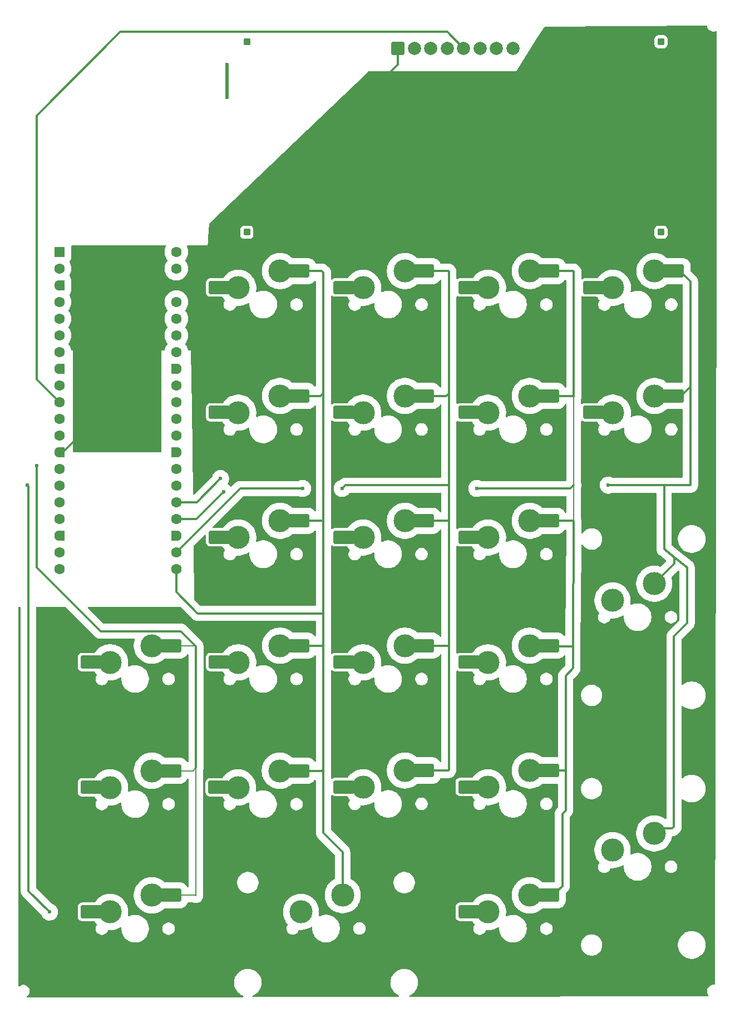
<source format=gbr>
%TF.GenerationSoftware,KiCad,Pcbnew,9.0.2+dfsg-1*%
%TF.CreationDate,2025-10-06T22:07:28-05:00*%
%TF.ProjectId,numpad,6e756d70-6164-42e6-9b69-6361645f7063,rev?*%
%TF.SameCoordinates,Original*%
%TF.FileFunction,Copper,L2,Bot*%
%TF.FilePolarity,Positive*%
%FSLAX46Y46*%
G04 Gerber Fmt 4.6, Leading zero omitted, Abs format (unit mm)*
G04 Created by KiCad (PCBNEW 9.0.2+dfsg-1) date 2025-10-06 22:07:28*
%MOMM*%
%LPD*%
G01*
G04 APERTURE LIST*
G04 Aperture macros list*
%AMRoundRect*
0 Rectangle with rounded corners*
0 $1 Rounding radius*
0 $2 $3 $4 $5 $6 $7 $8 $9 X,Y pos of 4 corners*
0 Add a 4 corners polygon primitive as box body*
4,1,4,$2,$3,$4,$5,$6,$7,$8,$9,$2,$3,0*
0 Add four circle primitives for the rounded corners*
1,1,$1+$1,$2,$3*
1,1,$1+$1,$4,$5*
1,1,$1+$1,$6,$7*
1,1,$1+$1,$8,$9*
0 Add four rect primitives between the rounded corners*
20,1,$1+$1,$2,$3,$4,$5,0*
20,1,$1+$1,$4,$5,$6,$7,0*
20,1,$1+$1,$6,$7,$8,$9,0*
20,1,$1+$1,$8,$9,$2,$3,0*%
%AMFreePoly0*
4,1,37,0.603843,0.796157,0.639018,0.796157,0.711114,0.766294,0.766294,0.711114,0.796157,0.639018,0.796157,0.603843,0.800000,0.600000,0.800000,-0.600000,0.796157,-0.603843,0.796157,-0.639018,0.766294,-0.711114,0.711114,-0.766294,0.639018,-0.796157,0.603843,-0.796157,0.600000,-0.800000,0.000000,-0.800000,0.000000,-0.796148,-0.078414,-0.796148,-0.232228,-0.765552,-0.377117,-0.705537,
-0.507515,-0.618408,-0.618408,-0.507515,-0.705537,-0.377117,-0.765552,-0.232228,-0.796148,-0.078414,-0.796148,0.078414,-0.765552,0.232228,-0.705537,0.377117,-0.618408,0.507515,-0.507515,0.618408,-0.377117,0.705537,-0.232228,0.765552,-0.078414,0.796148,0.000000,0.796148,0.000000,0.800000,0.600000,0.800000,0.603843,0.796157,0.603843,0.796157,$1*%
%AMFreePoly1*
4,1,37,0.000000,0.796148,0.078414,0.796148,0.232228,0.765552,0.377117,0.705537,0.507515,0.618408,0.618408,0.507515,0.705537,0.377117,0.765552,0.232228,0.796148,0.078414,0.796148,-0.078414,0.765552,-0.232228,0.705537,-0.377117,0.618408,-0.507515,0.507515,-0.618408,0.377117,-0.705537,0.232228,-0.765552,0.078414,-0.796148,0.000000,-0.796148,0.000000,-0.800000,-0.600000,-0.800000,
-0.603843,-0.796157,-0.639018,-0.796157,-0.711114,-0.766294,-0.766294,-0.711114,-0.796157,-0.639018,-0.796157,-0.603843,-0.800000,-0.600000,-0.800000,0.600000,-0.796157,0.603843,-0.796157,0.639018,-0.766294,0.711114,-0.711114,0.766294,-0.639018,0.796157,-0.603843,0.796157,-0.600000,0.800000,0.000000,0.800000,0.000000,0.796148,0.000000,0.796148,$1*%
G04 Aperture macros list end*
%TA.AperFunction,ComponentPad*%
%ADD10RoundRect,0.150000X-0.350000X-0.350000X0.350000X-0.350000X0.350000X0.350000X-0.350000X0.350000X0*%
%TD*%
%TA.AperFunction,ComponentPad*%
%ADD11RoundRect,0.250000X-0.750000X-0.750000X0.750000X-0.750000X0.750000X0.750000X-0.750000X0.750000X0*%
%TD*%
%TA.AperFunction,ComponentPad*%
%ADD12C,2.000000*%
%TD*%
%TA.AperFunction,ComponentPad*%
%ADD13C,3.500000*%
%TD*%
%TA.AperFunction,SMDPad,CuDef*%
%ADD14RoundRect,0.300000X-1.335000X-0.700000X1.335000X-0.700000X1.335000X0.700000X-1.335000X0.700000X0*%
%TD*%
%TA.AperFunction,ComponentPad*%
%ADD15RoundRect,0.200000X-0.600000X-0.600000X0.600000X-0.600000X0.600000X0.600000X-0.600000X0.600000X0*%
%TD*%
%TA.AperFunction,ComponentPad*%
%ADD16C,1.600000*%
%TD*%
%TA.AperFunction,ComponentPad*%
%ADD17FreePoly0,0.000000*%
%TD*%
%TA.AperFunction,ComponentPad*%
%ADD18FreePoly1,0.000000*%
%TD*%
%TA.AperFunction,ViaPad*%
%ADD19C,0.600000*%
%TD*%
%TA.AperFunction,Conductor*%
%ADD20C,0.300000*%
%TD*%
%TA.AperFunction,Conductor*%
%ADD21C,0.500000*%
%TD*%
%TA.AperFunction,Conductor*%
%ADD22C,0.200000*%
%TD*%
G04 APERTURE END LIST*
D10*
%TO.P,LCD-1,*%
%TO.N,*%
X57000000Y-19000000D03*
D11*
%TO.P,LCD-1,1,GND*%
%TO.N,gnd*%
X80000000Y-20000000D03*
D10*
%TO.P,LCD-1,*%
%TO.N,*%
X57000000Y-48000000D03*
D12*
%TO.P,LCD-1,2,VCC*%
%TO.N,vcc*%
X82500000Y-20000000D03*
%TO.P,LCD-1,3,SCL*%
%TO.N,SPI-CLK*%
X85000000Y-20000000D03*
D10*
%TO.P,LCD-1,*%
%TO.N,*%
X120000000Y-48000000D03*
D12*
%TO.P,LCD-1,4,SDA*%
%TO.N,SPI-DATA*%
X87500000Y-20000000D03*
D10*
%TO.P,LCD-1,*%
%TO.N,*%
X120000000Y-19000000D03*
D12*
%TO.P,LCD-1,5,RES*%
%TO.N,LCD-RESET*%
X90000000Y-20000000D03*
%TO.P,LCD-1,6,CS*%
%TO.N,LCD-DC*%
X92500000Y-20000000D03*
%TO.P,LCD-1,7,BKLT*%
%TO.N,LCD-CS*%
X95000000Y-20000000D03*
%TO.P,LCD-1,8*%
%TO.N,LCD-BACKLIGHT*%
X97500000Y-20000000D03*
%TD*%
D13*
%TO.P,key-numlock,1*%
%TO.N,col-1*%
X62040000Y-72920000D03*
D14*
X64905000Y-72920000D03*
%TO.P,key-numlock,2*%
%TO.N,key-numlock*%
X52790000Y-75420000D03*
D13*
X55690000Y-75460000D03*
%TD*%
%TO.P,key-7,1*%
%TO.N,col-1*%
X62040000Y-91920000D03*
D14*
X64905000Y-91920000D03*
%TO.P,key-7,2*%
%TO.N,Net-(D-7-A)*%
X52790000Y-94420000D03*
D13*
X55690000Y-94460000D03*
%TD*%
%TO.P,key-1,1*%
%TO.N,col-1*%
X62000000Y-129960000D03*
D14*
X64865000Y-129960000D03*
%TO.P,key-1,2*%
%TO.N,Net-(D-1-A)*%
X52750000Y-132460000D03*
D13*
X55650000Y-132500000D03*
%TD*%
%TO.P,key-3,1*%
%TO.N,col-3*%
X100040000Y-129920000D03*
D14*
X102905000Y-129920000D03*
%TO.P,key-3,2*%
%TO.N,Net-(D-3-A)*%
X90790000Y-132420000D03*
D13*
X93690000Y-132460000D03*
%TD*%
%TO.P,key-m7,1*%
%TO.N,col-0*%
X42540000Y-110920000D03*
D14*
X45405000Y-110920000D03*
%TO.P,key-m7,2*%
%TO.N,Net-(D-m7-A)*%
X33290000Y-113420000D03*
D13*
X36190000Y-113460000D03*
%TD*%
%TO.P,key-5,1*%
%TO.N,col-2*%
X81040000Y-110920000D03*
D14*
X83905000Y-110920000D03*
%TO.P,key-5,2*%
%TO.N,Net-(D-5-A)*%
X71790000Y-113420000D03*
D13*
X74690000Y-113460000D03*
%TD*%
%TO.P,key-8,1*%
%TO.N,col-2*%
X81040000Y-91920000D03*
D14*
X83905000Y-91920000D03*
%TO.P,key-8,2*%
%TO.N,Net-(D-8-A)*%
X71790000Y-94420000D03*
D13*
X74690000Y-94460000D03*
%TD*%
%TO.P,key-minus,1*%
%TO.N,col-4*%
X119040000Y-72920000D03*
D14*
X121905000Y-72920000D03*
%TO.P,key-minus,2*%
%TO.N,key-minus*%
X109790000Y-75420000D03*
D13*
X112690000Y-75460000D03*
%TD*%
%TO.P,key-m2,1*%
%TO.N,col-2*%
X81040000Y-53920000D03*
D14*
X83905000Y-53920000D03*
%TO.P,key-m2,2*%
%TO.N,Net-(D-m2-A)*%
X71790000Y-56420000D03*
D13*
X74690000Y-56460000D03*
%TD*%
%TO.P,key-m4,1*%
%TO.N,col-4*%
X119040000Y-53920000D03*
D14*
X121905000Y-53920000D03*
%TO.P,key-m4,2*%
%TO.N,Net-(D-m4-A)*%
X109790000Y-56420000D03*
D13*
X112690000Y-56460000D03*
%TD*%
%TO.P,key-6,1*%
%TO.N,col-3*%
X100040000Y-110920000D03*
D14*
X102905000Y-110920000D03*
%TO.P,key-6,2*%
%TO.N,Net-(D-6-A)*%
X90790000Y-113420000D03*
D13*
X93690000Y-113460000D03*
%TD*%
%TO.P,key-multiply,1*%
%TO.N,col-3*%
X100040000Y-72920000D03*
D14*
X102905000Y-72920000D03*
%TO.P,key-multiply,2*%
%TO.N,key-multiply*%
X90790000Y-75420000D03*
D13*
X93690000Y-75460000D03*
%TD*%
%TO.P,key-4,1*%
%TO.N,col-1*%
X62040000Y-110920000D03*
D14*
X64905000Y-110920000D03*
%TO.P,key-4,2*%
%TO.N,Net-(D-4-A)*%
X52790000Y-113420000D03*
D13*
X55690000Y-113460000D03*
%TD*%
%TO.P,key-9,1*%
%TO.N,col-3*%
X100040000Y-91920000D03*
D14*
X102905000Y-91920000D03*
%TO.P,key-9,2*%
%TO.N,Net-(D-9-A)*%
X90790000Y-94420000D03*
D13*
X93690000Y-94460000D03*
%TD*%
%TO.P,key-m1,1*%
%TO.N,col-1*%
X62040000Y-53920000D03*
D14*
X64905000Y-53920000D03*
%TO.P,key-m1,2*%
%TO.N,Net-(D-m1-A)*%
X52790000Y-56420000D03*
D13*
X55690000Y-56460000D03*
%TD*%
%TO.P,key-m3,1*%
%TO.N,col-3*%
X100040000Y-53920000D03*
D14*
X102905000Y-53920000D03*
%TO.P,key-m3,2*%
%TO.N,Net-(D-m3-A)*%
X90790000Y-56420000D03*
D13*
X93690000Y-56460000D03*
%TD*%
%TO.P,key-divide,1*%
%TO.N,col-2*%
X81040000Y-72920000D03*
D14*
X83905000Y-72920000D03*
%TO.P,key-divide,2*%
%TO.N,key-divide*%
X71790000Y-75420000D03*
D13*
X74690000Y-75460000D03*
%TD*%
%TO.P,key-del,1*%
%TO.N,col-3*%
X100040000Y-148920000D03*
D14*
X102905000Y-148920000D03*
%TO.P,key-del,2*%
%TO.N,key-del*%
X90790000Y-151420000D03*
D13*
X93690000Y-151460000D03*
%TD*%
%TO.P,key-2,1*%
%TO.N,col-2*%
X81040000Y-129920000D03*
D14*
X83905000Y-129920000D03*
%TO.P,key-2,2*%
%TO.N,Net-(D-2-A)*%
X71790000Y-132420000D03*
D13*
X74690000Y-132460000D03*
%TD*%
%TO.P,key-m5,1*%
%TO.N,col-0*%
X42540000Y-148920000D03*
D14*
X45405000Y-148920000D03*
%TO.P,key-m5,2*%
%TO.N,Net-(D-m5-A)*%
X33290000Y-151420000D03*
D13*
X36190000Y-151460000D03*
%TD*%
%TO.P,key-m6,1*%
%TO.N,col-0*%
X42540000Y-129960000D03*
D14*
X45405000Y-129960000D03*
%TO.P,key-m6,2*%
%TO.N,Net-(D-m6-A)*%
X33290000Y-132460000D03*
D13*
X36190000Y-132500000D03*
%TD*%
%TO.P,key-enter,1*%
%TO.N,col-4*%
X119000000Y-139500000D03*
%TO.P,key-enter,2*%
%TO.N,key-enter*%
X112650000Y-142040000D03*
%TD*%
%TO.P,key-plus,1*%
%TO.N,col-4*%
X119000000Y-101500000D03*
%TO.P,key-plus,2*%
%TO.N,key-plus*%
X112650000Y-104040000D03*
%TD*%
D15*
%TO.P,RPI-PICO,1*%
%TO.N,N/C*%
X28500000Y-51000000D03*
D16*
%TO.P,RPI-PICO,2*%
X28500000Y-53540000D03*
D17*
%TO.P,RPI-PICO,3*%
X28500000Y-56080000D03*
D16*
%TO.P,RPI-PICO,4*%
%TO.N,SPI-CLK*%
X28500000Y-58620000D03*
%TO.P,RPI-PICO,5*%
%TO.N,SPI-DATA*%
X28500000Y-61160000D03*
%TO.P,RPI-PICO,6*%
%TO.N,N/C*%
X28500000Y-63700000D03*
%TO.P,RPI-PICO,7*%
%TO.N,LCD-CS*%
X28500000Y-66240000D03*
D17*
%TO.P,RPI-PICO,8*%
%TO.N,N/C*%
X28500000Y-68780000D03*
D16*
%TO.P,RPI-PICO,9*%
%TO.N,LCD-DC*%
X28500000Y-71320000D03*
%TO.P,RPI-PICO,10*%
%TO.N,LCD-RESET*%
X28500000Y-73860000D03*
%TO.P,RPI-PICO,11*%
%TO.N,LCD-BACKLIGHT*%
X28500000Y-76400000D03*
%TO.P,RPI-PICO,12*%
%TO.N,col-0*%
X28500000Y-78940000D03*
D17*
%TO.P,RPI-PICO,13*%
%TO.N,gnd*%
X28500000Y-81480000D03*
D16*
%TO.P,RPI-PICO,14*%
%TO.N,row-1*%
X28500000Y-84020000D03*
%TO.P,RPI-PICO,15*%
%TO.N,row-2*%
X28500000Y-86560000D03*
%TO.P,RPI-PICO,16*%
%TO.N,row-3*%
X28500000Y-89100000D03*
%TO.P,RPI-PICO,17*%
%TO.N,row-4*%
X28500000Y-91640000D03*
D17*
%TO.P,RPI-PICO,18*%
%TO.N,N/C*%
X28500000Y-94180000D03*
D16*
%TO.P,RPI-PICO,19*%
%TO.N,row-5*%
X28500000Y-96720000D03*
%TO.P,RPI-PICO,20*%
%TO.N,row-6*%
X28500000Y-99260000D03*
%TO.P,RPI-PICO,21*%
%TO.N,col-1*%
X46280000Y-99260000D03*
%TO.P,RPI-PICO,22*%
%TO.N,col-2*%
X46280000Y-96720000D03*
D18*
%TO.P,RPI-PICO,23*%
%TO.N,N/C*%
X46280000Y-94180000D03*
D16*
%TO.P,RPI-PICO,24*%
%TO.N,col-3*%
X46280000Y-91640000D03*
%TO.P,RPI-PICO,25*%
%TO.N,col-4*%
X46280000Y-89100000D03*
%TO.P,RPI-PICO,26*%
%TO.N,N/C*%
X46280000Y-86560000D03*
%TO.P,RPI-PICO,27*%
X46280000Y-84020000D03*
D18*
%TO.P,RPI-PICO,28*%
X46280000Y-81480000D03*
D16*
%TO.P,RPI-PICO,29*%
X46280000Y-78940000D03*
%TO.P,RPI-PICO,30*%
X46280000Y-76400000D03*
%TO.P,RPI-PICO,31*%
X46280000Y-73860000D03*
%TO.P,RPI-PICO,32*%
X46280000Y-71320000D03*
D18*
%TO.P,RPI-PICO,33*%
X46280000Y-68780000D03*
D16*
%TO.P,RPI-PICO,34*%
X46280000Y-66240000D03*
%TO.P,RPI-PICO,35*%
X46280000Y-63700000D03*
%TO.P,RPI-PICO,36*%
X46280000Y-61160000D03*
%TO.P,RPI-PICO,37*%
X46280000Y-58620000D03*
D18*
%TO.P,RPI-PICO,38*%
%TO.N,gnd*%
X46280000Y-56080000D03*
D16*
%TO.P,RPI-PICO,39*%
%TO.N,vcc*%
X46280000Y-53540000D03*
%TO.P,RPI-PICO,40*%
%TO.N,N/C*%
X46280000Y-51000000D03*
%TD*%
D13*
%TO.P,key-zero,1*%
%TO.N,col-1*%
X71590000Y-148895000D03*
%TO.P,key-zero,2*%
%TO.N,key-zero*%
X65240000Y-151435000D03*
%TD*%
D19*
%TO.N,vcc*%
X54000000Y-22500000D03*
X54000000Y-27500000D03*
%TO.N,row-1*%
X26960000Y-151460000D03*
X23600000Y-86500000D03*
%TO.N,col-2*%
X65500000Y-87000000D03*
X71500000Y-87000000D03*
%TO.N,col-3*%
X53500000Y-87500000D03*
X92000000Y-87000000D03*
%TO.N,col-4*%
X53000000Y-85500000D03*
X112000000Y-86500000D03*
%TO.N,col-0*%
X25000000Y-83500000D03*
%TD*%
D20*
%TO.N,LCD-RESET*%
X28500000Y-73860000D02*
X25000000Y-70360000D01*
X25000000Y-70360000D02*
X25000000Y-30250000D01*
X25000000Y-30250000D02*
X37750000Y-17500000D01*
X37750000Y-17500000D02*
X87500000Y-17500000D01*
X87500000Y-17500000D02*
X90000000Y-20000000D01*
%TO.N,col-0*%
X49250000Y-111000000D02*
X46969000Y-108719000D01*
%TO.N,col-2*%
X46280000Y-96720000D02*
X56000000Y-87000000D01*
D21*
%TO.N,vcc*%
X54000000Y-22500000D02*
X54000000Y-27500000D01*
D20*
%TO.N,col-1*%
X46280000Y-102780000D02*
X49500000Y-106000000D01*
X68230000Y-72920000D02*
X68650000Y-72500000D01*
X62040000Y-110920000D02*
X68570000Y-110920000D01*
X68650000Y-72500000D02*
X68650000Y-54160000D01*
X68650000Y-111000000D02*
X68650000Y-106000000D01*
X71590000Y-148895000D02*
X71590000Y-142340000D01*
X71590000Y-142340000D02*
X68650000Y-139400000D01*
X62000000Y-129960000D02*
X68450000Y-129960000D01*
X46280000Y-99260000D02*
X46280000Y-102780000D01*
X68650000Y-54160000D02*
X68410000Y-53920000D01*
X68650000Y-129760000D02*
X68650000Y-111000000D01*
X68650000Y-139400000D02*
X68650000Y-129760000D01*
X68570000Y-110920000D02*
X68650000Y-111000000D01*
X62040000Y-91920000D02*
X68570000Y-91920000D01*
X62040000Y-72920000D02*
X68230000Y-72920000D01*
X49500000Y-106000000D02*
X68650000Y-106000000D01*
X68650000Y-106000000D02*
X68650000Y-92000000D01*
X68410000Y-53920000D02*
X62040000Y-53920000D01*
X68570000Y-91920000D02*
X68650000Y-92000000D01*
X68650000Y-92000000D02*
X68650000Y-72500000D01*
X68450000Y-129960000D02*
X68650000Y-129760000D01*
%TO.N,col-4*%
X119000000Y-138750000D02*
X121750000Y-138750000D01*
X120500000Y-86500000D02*
X124500000Y-86500000D01*
X124000000Y-99000000D02*
X122040000Y-97460000D01*
X124500000Y-86500000D02*
X124500000Y-71500000D01*
X122920000Y-53920000D02*
X124500000Y-55500000D01*
X119000000Y-101500000D02*
X122040000Y-98460000D01*
D22*
X119040000Y-53920000D02*
X122920000Y-53920000D01*
D20*
%TO.N,col-2*%
X81040000Y-110920000D02*
X87670000Y-110920000D01*
X71500000Y-87000000D02*
X72000000Y-86500000D01*
X87750000Y-86500000D02*
X87750000Y-92000000D01*
X81040000Y-129920000D02*
X87670000Y-129920000D01*
X72000000Y-86500000D02*
X87750000Y-86500000D01*
X87750000Y-111000000D02*
X87750000Y-129840000D01*
D22*
X87670000Y-110920000D02*
X87750000Y-111000000D01*
D20*
X87750000Y-92000000D02*
X87750000Y-111000000D01*
D22*
X87670000Y-91920000D02*
X87750000Y-92000000D01*
X87750000Y-129840000D02*
X87670000Y-129920000D01*
D20*
X87670000Y-53920000D02*
X87750000Y-54000000D01*
X81040000Y-53920000D02*
X87670000Y-53920000D01*
X81040000Y-72920000D02*
X87330000Y-72920000D01*
X81040000Y-91920000D02*
X87670000Y-91920000D01*
X87750000Y-54000000D02*
X87750000Y-72500000D01*
X87330000Y-72920000D02*
X87750000Y-72500000D01*
X87750000Y-72500000D02*
X87750000Y-86500000D01*
D22*
%TO.N,col-3*%
X106670000Y-72920000D02*
X106750000Y-73000000D01*
X53500000Y-87765000D02*
X53500000Y-87500000D01*
D20*
X106250000Y-87000000D02*
X106750000Y-86500000D01*
X105500000Y-115500000D02*
X106629190Y-114370810D01*
X103598004Y-148920000D02*
X105000000Y-147518004D01*
X106629190Y-114370810D02*
X106629190Y-110920000D01*
X105000000Y-136500000D02*
X105500000Y-136000000D01*
X100040000Y-91920000D02*
X106670000Y-91920000D01*
X100040000Y-148920000D02*
X103598004Y-148920000D01*
D22*
X106750000Y-73000000D02*
X106750000Y-86500000D01*
D20*
X46280000Y-91640000D02*
X49360000Y-91640000D01*
X92000000Y-87000000D02*
X106250000Y-87000000D01*
X105000000Y-147518004D02*
X105000000Y-136500000D01*
D22*
X106670000Y-91920000D02*
X106750000Y-92000000D01*
D20*
X105500000Y-136000000D02*
X105500000Y-128500000D01*
X106750000Y-54000000D02*
X106750000Y-73000000D01*
X100040000Y-53920000D02*
X106670000Y-53920000D01*
X106750000Y-92000000D02*
X106629697Y-111000000D01*
X105500000Y-128500000D02*
X105500000Y-115500000D01*
X49360000Y-91640000D02*
X53500000Y-87500000D01*
X105500000Y-129920000D02*
X105500000Y-128500000D01*
X106629697Y-111000000D02*
X100040000Y-110920000D01*
X106670000Y-53920000D02*
X106750000Y-54000000D01*
X100040000Y-129920000D02*
X105500000Y-129920000D01*
X100040000Y-72920000D02*
X106670000Y-72920000D01*
D22*
X106750000Y-86500000D02*
X106750000Y-92000000D01*
D20*
%TO.N,col-4*%
X122000000Y-109500000D02*
X124000000Y-107500000D01*
X122000000Y-138500000D02*
X122000000Y-109500000D01*
X124500000Y-71500000D02*
X124500000Y-55500000D01*
X120500000Y-86500000D02*
X112000000Y-86500000D01*
X124500000Y-71500000D02*
X123000000Y-73000000D01*
D22*
X123000000Y-73000000D02*
X119120000Y-73000000D01*
D20*
X122040000Y-98460000D02*
X122040000Y-97460000D01*
X124000000Y-107500000D02*
X124000000Y-99000000D01*
D22*
X119120000Y-73000000D02*
X119040000Y-72920000D01*
D20*
X122040000Y-97460000D02*
X120500000Y-96250000D01*
X120500000Y-96250000D02*
X120500000Y-86500000D01*
X121750000Y-138750000D02*
X122000000Y-138500000D01*
D22*
%TO.N,col-0*%
X49250000Y-149000000D02*
X49250000Y-129500000D01*
X42540000Y-110920000D02*
X49170000Y-110920000D01*
X42540000Y-110920000D02*
X43000000Y-110460000D01*
X48790000Y-129960000D02*
X49250000Y-129500000D01*
X49170000Y-110920000D02*
X49250000Y-111000000D01*
D20*
X49250000Y-129500000D02*
X49250000Y-111000000D01*
D22*
X49170000Y-148920000D02*
X49250000Y-149000000D01*
X42540000Y-129960000D02*
X48790000Y-129960000D01*
X42540000Y-148920000D02*
X49170000Y-148920000D01*
%TO.N,Net-(D-1-A)*%
X53500000Y-132460000D02*
X55610000Y-132460000D01*
X55610000Y-132460000D02*
X55650000Y-132500000D01*
%TO.N,Net-(D-2-A)*%
X74650000Y-132420000D02*
X74690000Y-132460000D01*
X72540000Y-132420000D02*
X74650000Y-132420000D01*
%TO.N,Net-(D-m6-A)*%
X34040000Y-132460000D02*
X36150000Y-132460000D01*
X36150000Y-132460000D02*
X36190000Y-132500000D01*
D20*
%TO.N,gnd*%
X46280000Y-56080000D02*
X46420000Y-56080000D01*
X29020000Y-81480000D02*
X40750000Y-69750000D01*
%TO.N,col-0*%
X25000000Y-99000000D02*
X25000000Y-83500000D01*
%TO.N,gnd*%
X80000000Y-22500000D02*
X80000000Y-20000000D01*
X46420000Y-56080000D02*
X80000000Y-22500000D01*
%TO.N,row-1*%
X23600000Y-86500000D02*
X23750000Y-86650000D01*
%TO.N,col-0*%
X46969000Y-108719000D02*
X34719000Y-108719000D01*
%TO.N,col-2*%
X56000000Y-87000000D02*
X65500000Y-87000000D01*
%TO.N,col-4*%
X49400000Y-89100000D02*
X46280000Y-89100000D01*
%TO.N,row-1*%
X23750000Y-86650000D02*
X23750000Y-148250000D01*
%TO.N,gnd*%
X28500000Y-81480000D02*
X29020000Y-81480000D01*
X45920000Y-56080000D02*
X46280000Y-56080000D01*
%TO.N,col-0*%
X34719000Y-108719000D02*
X25000000Y-99000000D01*
%TO.N,col-4*%
X53000000Y-85500000D02*
X49400000Y-89100000D01*
%TO.N,gnd*%
X40750000Y-69750000D02*
X40750000Y-61250000D01*
%TO.N,row-1*%
X23750000Y-148250000D02*
X26960000Y-151460000D01*
%TO.N,gnd*%
X40750000Y-61250000D02*
X45920000Y-56080000D01*
%TD*%
%TA.AperFunction,Conductor*%
%TO.N,gnd*%
G36*
X126998128Y-16533988D02*
G01*
X127044384Y-16586354D01*
X127053702Y-16614746D01*
X127086025Y-16777243D01*
X127086027Y-16777251D01*
X127157676Y-16950228D01*
X127157681Y-16950237D01*
X127261697Y-17105907D01*
X127261700Y-17105911D01*
X127394088Y-17238299D01*
X127394092Y-17238302D01*
X127549762Y-17342318D01*
X127549768Y-17342321D01*
X127549769Y-17342322D01*
X127722749Y-17413973D01*
X127906379Y-17450499D01*
X127906383Y-17450500D01*
X127906384Y-17450500D01*
X128093617Y-17450500D01*
X128093618Y-17450499D01*
X128277251Y-17413973D01*
X128328548Y-17392724D01*
X128398016Y-17385256D01*
X128460495Y-17416531D01*
X128496148Y-17476619D01*
X128500000Y-17507286D01*
X128500000Y-50000000D01*
X51000000Y-50500000D01*
X51194380Y-47584298D01*
X55999500Y-47584298D01*
X55999500Y-48415701D01*
X56002401Y-48452567D01*
X56002402Y-48452573D01*
X56048254Y-48610393D01*
X56048255Y-48610396D01*
X56131917Y-48751862D01*
X56131923Y-48751870D01*
X56248129Y-48868076D01*
X56248133Y-48868079D01*
X56248135Y-48868081D01*
X56389602Y-48951744D01*
X56431224Y-48963836D01*
X56547426Y-48997597D01*
X56547429Y-48997597D01*
X56547431Y-48997598D01*
X56584306Y-49000500D01*
X56584314Y-49000500D01*
X57415686Y-49000500D01*
X57415694Y-49000500D01*
X57452569Y-48997598D01*
X57452571Y-48997597D01*
X57452573Y-48997597D01*
X57494191Y-48985505D01*
X57610398Y-48951744D01*
X57751865Y-48868081D01*
X57868081Y-48751865D01*
X57951744Y-48610398D01*
X57997598Y-48452569D01*
X58000500Y-48415694D01*
X58000500Y-47584306D01*
X58000499Y-47584298D01*
X118999500Y-47584298D01*
X118999500Y-48415701D01*
X119002401Y-48452567D01*
X119002402Y-48452573D01*
X119048254Y-48610393D01*
X119048255Y-48610396D01*
X119131917Y-48751862D01*
X119131923Y-48751870D01*
X119248129Y-48868076D01*
X119248133Y-48868079D01*
X119248135Y-48868081D01*
X119389602Y-48951744D01*
X119431224Y-48963836D01*
X119547426Y-48997597D01*
X119547429Y-48997597D01*
X119547431Y-48997598D01*
X119584306Y-49000500D01*
X119584314Y-49000500D01*
X120415686Y-49000500D01*
X120415694Y-49000500D01*
X120452569Y-48997598D01*
X120452571Y-48997597D01*
X120452573Y-48997597D01*
X120494191Y-48985505D01*
X120610398Y-48951744D01*
X120751865Y-48868081D01*
X120868081Y-48751865D01*
X120951744Y-48610398D01*
X120997598Y-48452569D01*
X121000500Y-48415694D01*
X121000500Y-47584306D01*
X120997598Y-47547431D01*
X120951744Y-47389602D01*
X120868081Y-47248135D01*
X120868079Y-47248133D01*
X120868076Y-47248129D01*
X120751870Y-47131923D01*
X120751862Y-47131917D01*
X120610396Y-47048255D01*
X120610393Y-47048254D01*
X120452573Y-47002402D01*
X120452567Y-47002401D01*
X120415701Y-46999500D01*
X120415694Y-46999500D01*
X119584306Y-46999500D01*
X119584298Y-46999500D01*
X119547432Y-47002401D01*
X119547426Y-47002402D01*
X119389606Y-47048254D01*
X119389603Y-47048255D01*
X119248137Y-47131917D01*
X119248129Y-47131923D01*
X119131923Y-47248129D01*
X119131917Y-47248137D01*
X119048255Y-47389603D01*
X119048254Y-47389606D01*
X119002402Y-47547426D01*
X119002401Y-47547432D01*
X118999500Y-47584298D01*
X58000499Y-47584298D01*
X57997598Y-47547431D01*
X57951744Y-47389602D01*
X57868081Y-47248135D01*
X57868079Y-47248133D01*
X57868076Y-47248129D01*
X57751870Y-47131923D01*
X57751862Y-47131917D01*
X57610396Y-47048255D01*
X57610393Y-47048254D01*
X57452573Y-47002402D01*
X57452567Y-47002401D01*
X57415701Y-46999500D01*
X57415694Y-46999500D01*
X56584306Y-46999500D01*
X56584298Y-46999500D01*
X56547432Y-47002401D01*
X56547426Y-47002402D01*
X56389606Y-47048254D01*
X56389603Y-47048255D01*
X56248137Y-47131917D01*
X56248129Y-47131923D01*
X56131923Y-47248129D01*
X56131917Y-47248137D01*
X56048255Y-47389603D01*
X56048254Y-47389606D01*
X56002402Y-47547426D01*
X56002401Y-47547432D01*
X55999500Y-47584298D01*
X51194380Y-47584298D01*
X51246801Y-46797978D01*
X51270901Y-46732398D01*
X51284710Y-46716721D01*
X75464023Y-23534493D01*
X75526037Y-23502306D01*
X75549839Y-23500000D01*
X97999999Y-23500000D01*
X98000000Y-23500000D01*
X101095071Y-18584298D01*
X118999500Y-18584298D01*
X118999500Y-19415701D01*
X119002401Y-19452567D01*
X119002402Y-19452573D01*
X119048254Y-19610393D01*
X119048255Y-19610396D01*
X119048256Y-19610398D01*
X119085681Y-19673681D01*
X119131917Y-19751862D01*
X119131923Y-19751870D01*
X119248129Y-19868076D01*
X119248133Y-19868079D01*
X119248135Y-19868081D01*
X119389602Y-19951744D01*
X119431224Y-19963836D01*
X119547426Y-19997597D01*
X119547429Y-19997597D01*
X119547431Y-19997598D01*
X119584306Y-20000500D01*
X119584314Y-20000500D01*
X120415686Y-20000500D01*
X120415694Y-20000500D01*
X120452569Y-19997598D01*
X120452571Y-19997597D01*
X120452573Y-19997597D01*
X120494191Y-19985505D01*
X120610398Y-19951744D01*
X120751865Y-19868081D01*
X120868081Y-19751865D01*
X120951744Y-19610398D01*
X120997598Y-19452569D01*
X121000500Y-19415694D01*
X121000500Y-18584306D01*
X120997598Y-18547431D01*
X120951744Y-18389602D01*
X120868081Y-18248135D01*
X120868079Y-18248133D01*
X120868076Y-18248129D01*
X120751870Y-18131923D01*
X120751862Y-18131917D01*
X120610396Y-18048255D01*
X120610393Y-18048254D01*
X120452573Y-18002402D01*
X120452567Y-18002401D01*
X120415701Y-17999500D01*
X120415694Y-17999500D01*
X119584306Y-17999500D01*
X119584298Y-17999500D01*
X119547432Y-18002401D01*
X119547426Y-18002402D01*
X119389606Y-18048254D01*
X119389603Y-18048255D01*
X119248137Y-18131917D01*
X119248129Y-18131923D01*
X119131923Y-18248129D01*
X119131917Y-18248137D01*
X119048255Y-18389603D01*
X119048254Y-18389606D01*
X119002402Y-18547426D01*
X119002401Y-18547432D01*
X118999500Y-18584298D01*
X101095071Y-18584298D01*
X102213935Y-16807278D01*
X102266311Y-16761037D01*
X102317684Y-16749355D01*
X126930906Y-16514943D01*
X126998128Y-16533988D01*
G37*
%TD.AperFunction*%
%TD*%
%TA.AperFunction,Conductor*%
%TO.N,gnd*%
G36*
X44000000Y-66007630D02*
G01*
X44000000Y-81376000D01*
X43980315Y-81443039D01*
X43927511Y-81488794D01*
X43876000Y-81500000D01*
X30624000Y-81500000D01*
X30556961Y-81480315D01*
X30511206Y-81427511D01*
X30500000Y-81376000D01*
X30500000Y-66001907D01*
X30500000Y-65500000D01*
X44000000Y-65500000D01*
X44000000Y-66007630D01*
G37*
%TD.AperFunction*%
%TD*%
%TA.AperFunction,Conductor*%
%TO.N,gnd*%
G36*
X44630577Y-50019685D02*
G01*
X44676332Y-50072489D01*
X44686276Y-50141647D01*
X44670926Y-50185999D01*
X44661715Y-50201952D01*
X44661713Y-50201957D01*
X44571394Y-50420006D01*
X44510306Y-50647989D01*
X44479501Y-50881979D01*
X44479500Y-50881995D01*
X44479500Y-51118004D01*
X44479501Y-51118020D01*
X44510306Y-51352010D01*
X44571394Y-51579993D01*
X44661714Y-51798045D01*
X44661719Y-51798056D01*
X44731836Y-51919500D01*
X44779727Y-52002450D01*
X44779729Y-52002453D01*
X44779730Y-52002454D01*
X44925879Y-52192920D01*
X44924720Y-52193808D01*
X44951537Y-52251662D01*
X44941983Y-52320876D01*
X44925385Y-52346701D01*
X44925879Y-52347080D01*
X44779730Y-52537545D01*
X44661719Y-52741943D01*
X44661714Y-52741954D01*
X44571394Y-52960006D01*
X44510306Y-53187989D01*
X44479501Y-53421979D01*
X44479500Y-53421995D01*
X44479500Y-53658004D01*
X44479501Y-53658020D01*
X44510306Y-53892010D01*
X44571394Y-54119993D01*
X44661714Y-54338045D01*
X44661719Y-54338056D01*
X44700878Y-54405880D01*
X44779727Y-54542450D01*
X44779729Y-54542453D01*
X44779730Y-54542454D01*
X44923406Y-54729697D01*
X44923412Y-54729704D01*
X45090295Y-54896587D01*
X45090302Y-54896593D01*
X45174854Y-54961472D01*
X45277550Y-55040273D01*
X45408918Y-55116118D01*
X45481943Y-55158280D01*
X45481948Y-55158282D01*
X45481951Y-55158284D01*
X45700007Y-55248606D01*
X45927986Y-55309693D01*
X46161989Y-55340500D01*
X46161996Y-55340500D01*
X46398004Y-55340500D01*
X46398011Y-55340500D01*
X46632014Y-55309693D01*
X46859993Y-55248606D01*
X47078049Y-55158284D01*
X47282450Y-55040273D01*
X47469699Y-54896592D01*
X47636592Y-54729699D01*
X47780273Y-54542450D01*
X47898284Y-54338049D01*
X47988606Y-54119993D01*
X48049693Y-53892014D01*
X48080500Y-53658011D01*
X48080500Y-53421989D01*
X48049693Y-53187986D01*
X47988606Y-52960007D01*
X47898284Y-52741951D01*
X47898282Y-52741948D01*
X47898280Y-52741943D01*
X47809075Y-52587437D01*
X47780273Y-52537550D01*
X47729609Y-52471523D01*
X47634121Y-52347080D01*
X47635286Y-52346185D01*
X47608469Y-52288381D01*
X47617998Y-52219165D01*
X47634619Y-52193302D01*
X47634121Y-52192920D01*
X47717447Y-52084326D01*
X47780273Y-52002450D01*
X47898284Y-51798049D01*
X47988606Y-51579993D01*
X48049693Y-51352014D01*
X48080500Y-51118011D01*
X48080500Y-50881989D01*
X48049693Y-50647986D01*
X47988606Y-50420007D01*
X47898284Y-50201951D01*
X47889073Y-50185998D01*
X47872603Y-50118099D01*
X47895455Y-50052072D01*
X47950377Y-50008882D01*
X47996462Y-50000000D01*
X51033332Y-50000000D01*
X51033333Y-50000000D01*
X51000000Y-50500000D01*
X128500000Y-50000000D01*
X128253980Y-162430574D01*
X128234148Y-162497571D01*
X128181245Y-162543210D01*
X128112064Y-162553002D01*
X128105794Y-162551921D01*
X128093622Y-162549500D01*
X128093616Y-162549500D01*
X127906384Y-162549500D01*
X127906379Y-162549500D01*
X127722756Y-162586025D01*
X127722748Y-162586027D01*
X127549771Y-162657676D01*
X127549762Y-162657681D01*
X127394092Y-162761697D01*
X127394088Y-162761700D01*
X127261700Y-162894088D01*
X127261697Y-162894092D01*
X127157681Y-163049762D01*
X127157676Y-163049771D01*
X127086027Y-163222748D01*
X127086025Y-163222756D01*
X127049500Y-163406379D01*
X127049500Y-163593620D01*
X127086025Y-163777243D01*
X127086027Y-163777251D01*
X127157676Y-163950228D01*
X127157681Y-163950237D01*
X127230858Y-164059754D01*
X127251736Y-164126432D01*
X127233251Y-164193812D01*
X127181272Y-164240502D01*
X127128048Y-164252645D01*
X81885635Y-164359349D01*
X81818550Y-164339822D01*
X81772670Y-164287126D01*
X81762564Y-164217991D01*
X81791439Y-164154368D01*
X81837889Y-164120788D01*
X81881021Y-164102923D01*
X82119479Y-163965249D01*
X82337928Y-163797628D01*
X82532628Y-163602928D01*
X82700249Y-163384479D01*
X82837923Y-163146021D01*
X82943295Y-162891632D01*
X83014560Y-162625666D01*
X83050500Y-162352674D01*
X83050500Y-162077326D01*
X83014560Y-161804334D01*
X82943295Y-161538368D01*
X82837923Y-161283979D01*
X82837921Y-161283976D01*
X82837919Y-161283971D01*
X82788732Y-161198778D01*
X82700249Y-161045521D01*
X82532628Y-160827072D01*
X82532623Y-160827066D01*
X82337933Y-160632376D01*
X82337926Y-160632370D01*
X82119483Y-160464754D01*
X82119482Y-160464753D01*
X82119479Y-160464751D01*
X82024407Y-160409861D01*
X81881028Y-160327080D01*
X81881017Y-160327075D01*
X81626630Y-160221704D01*
X81493649Y-160186072D01*
X81360666Y-160150440D01*
X81360660Y-160150439D01*
X81360655Y-160150438D01*
X81087684Y-160114501D01*
X81087679Y-160114500D01*
X81087674Y-160114500D01*
X80812326Y-160114500D01*
X80812320Y-160114500D01*
X80812315Y-160114501D01*
X80539344Y-160150438D01*
X80539337Y-160150439D01*
X80539334Y-160150440D01*
X80483125Y-160165500D01*
X80273369Y-160221704D01*
X80018982Y-160327075D01*
X80018971Y-160327080D01*
X79780516Y-160464754D01*
X79562073Y-160632370D01*
X79562066Y-160632376D01*
X79367376Y-160827066D01*
X79367370Y-160827073D01*
X79199754Y-161045516D01*
X79062080Y-161283971D01*
X79062075Y-161283982D01*
X78956704Y-161538369D01*
X78885441Y-161804331D01*
X78885438Y-161804344D01*
X78849501Y-162077315D01*
X78849500Y-162077332D01*
X78849500Y-162352667D01*
X78849501Y-162352684D01*
X78885438Y-162625655D01*
X78885439Y-162625660D01*
X78885440Y-162625666D01*
X78913794Y-162731484D01*
X78956704Y-162891630D01*
X79062075Y-163146017D01*
X79062080Y-163146028D01*
X79106375Y-163222748D01*
X79199751Y-163384479D01*
X79199753Y-163384482D01*
X79199754Y-163384483D01*
X79367370Y-163602926D01*
X79367376Y-163602933D01*
X79562066Y-163797623D01*
X79562072Y-163797628D01*
X79780521Y-163965249D01*
X79933778Y-164053732D01*
X80018971Y-164102919D01*
X80018973Y-164102919D01*
X80018979Y-164102923D01*
X80072702Y-164125176D01*
X80127103Y-164169015D01*
X80149169Y-164235309D01*
X80131890Y-164303008D01*
X80080754Y-164350619D01*
X80025540Y-164363736D01*
X57949344Y-164415803D01*
X57882259Y-164396276D01*
X57836379Y-164343580D01*
X57826273Y-164274445D01*
X57855148Y-164210822D01*
X57901597Y-164177243D01*
X58081021Y-164102923D01*
X58319479Y-163965249D01*
X58537928Y-163797628D01*
X58732628Y-163602928D01*
X58900249Y-163384479D01*
X59037923Y-163146021D01*
X59143295Y-162891632D01*
X59214560Y-162625666D01*
X59250500Y-162352674D01*
X59250500Y-162077326D01*
X59214560Y-161804334D01*
X59143295Y-161538368D01*
X59037923Y-161283979D01*
X59037921Y-161283976D01*
X59037919Y-161283971D01*
X58988732Y-161198778D01*
X58900249Y-161045521D01*
X58732628Y-160827072D01*
X58732623Y-160827066D01*
X58537933Y-160632376D01*
X58537926Y-160632370D01*
X58319483Y-160464754D01*
X58319482Y-160464753D01*
X58319479Y-160464751D01*
X58224407Y-160409861D01*
X58081028Y-160327080D01*
X58081017Y-160327075D01*
X57826630Y-160221704D01*
X57693649Y-160186072D01*
X57560666Y-160150440D01*
X57560660Y-160150439D01*
X57560655Y-160150438D01*
X57287684Y-160114501D01*
X57287679Y-160114500D01*
X57287674Y-160114500D01*
X57012326Y-160114500D01*
X57012320Y-160114500D01*
X57012315Y-160114501D01*
X56739344Y-160150438D01*
X56739337Y-160150439D01*
X56739334Y-160150440D01*
X56683125Y-160165500D01*
X56473369Y-160221704D01*
X56218982Y-160327075D01*
X56218971Y-160327080D01*
X55980516Y-160464754D01*
X55762073Y-160632370D01*
X55762066Y-160632376D01*
X55567376Y-160827066D01*
X55567370Y-160827073D01*
X55399754Y-161045516D01*
X55262080Y-161283971D01*
X55262075Y-161283982D01*
X55156704Y-161538369D01*
X55085441Y-161804331D01*
X55085438Y-161804344D01*
X55049501Y-162077315D01*
X55049500Y-162077332D01*
X55049500Y-162352667D01*
X55049501Y-162352684D01*
X55085438Y-162625655D01*
X55085439Y-162625660D01*
X55085440Y-162625666D01*
X55113794Y-162731484D01*
X55156704Y-162891630D01*
X55262075Y-163146017D01*
X55262080Y-163146028D01*
X55306375Y-163222748D01*
X55399751Y-163384479D01*
X55399753Y-163384482D01*
X55399754Y-163384483D01*
X55567370Y-163602926D01*
X55567376Y-163602933D01*
X55762066Y-163797623D01*
X55762072Y-163797628D01*
X55980521Y-163965249D01*
X56133778Y-164053732D01*
X56218971Y-164102919D01*
X56218976Y-164102921D01*
X56218979Y-164102923D01*
X56343177Y-164154368D01*
X56407448Y-164180990D01*
X56461851Y-164224831D01*
X56483916Y-164291125D01*
X56466637Y-164358825D01*
X56415499Y-164406435D01*
X56360287Y-164419551D01*
X23628179Y-164496749D01*
X23561094Y-164477222D01*
X23515214Y-164424526D01*
X23505108Y-164355391D01*
X23533983Y-164291768D01*
X23558998Y-164269646D01*
X23602615Y-164240502D01*
X23605908Y-164238302D01*
X23738302Y-164105908D01*
X23842322Y-163950231D01*
X23913973Y-163777251D01*
X23950500Y-163593616D01*
X23950500Y-163406384D01*
X23913973Y-163222749D01*
X23842322Y-163049769D01*
X23842321Y-163049768D01*
X23842318Y-163049762D01*
X23738302Y-162894092D01*
X23738299Y-162894088D01*
X23605911Y-162761700D01*
X23605907Y-162761697D01*
X23450237Y-162657681D01*
X23450228Y-162657676D01*
X23277251Y-162586027D01*
X23277243Y-162586025D01*
X23093620Y-162549500D01*
X23093616Y-162549500D01*
X22906384Y-162549500D01*
X22906379Y-162549500D01*
X22722756Y-162586025D01*
X22722748Y-162586027D01*
X22549771Y-162657676D01*
X22549762Y-162657681D01*
X22442891Y-162729091D01*
X22376213Y-162749969D01*
X22308833Y-162731484D01*
X22262143Y-162679506D01*
X22250000Y-162625989D01*
X22250000Y-156352070D01*
X107834500Y-156352070D01*
X107834500Y-156607929D01*
X107874526Y-156860640D01*
X107953588Y-157103972D01*
X107953589Y-157103975D01*
X108069750Y-157331950D01*
X108220132Y-157538935D01*
X108220136Y-157538940D01*
X108401059Y-157719863D01*
X108401064Y-157719867D01*
X108581607Y-157851038D01*
X108608053Y-157870252D01*
X108757080Y-157946185D01*
X108836024Y-157986410D01*
X108836027Y-157986411D01*
X108957693Y-158025942D01*
X109079361Y-158065474D01*
X109332070Y-158105500D01*
X109332071Y-158105500D01*
X109587929Y-158105500D01*
X109587930Y-158105500D01*
X109840639Y-158065474D01*
X110083975Y-157986410D01*
X110311947Y-157870252D01*
X110518942Y-157719862D01*
X110699862Y-157538942D01*
X110850252Y-157331947D01*
X110966410Y-157103975D01*
X111045474Y-156860639D01*
X111085500Y-156607930D01*
X111085500Y-156352070D01*
X111083958Y-156342332D01*
X122599500Y-156342332D01*
X122599500Y-156617667D01*
X122599501Y-156617684D01*
X122635438Y-156890655D01*
X122635439Y-156890660D01*
X122635440Y-156890666D01*
X122635441Y-156890668D01*
X122706704Y-157156630D01*
X122812075Y-157411017D01*
X122812080Y-157411028D01*
X122885928Y-157538935D01*
X122949751Y-157649479D01*
X122949753Y-157649482D01*
X122949754Y-157649483D01*
X123117370Y-157867926D01*
X123117376Y-157867933D01*
X123312066Y-158062623D01*
X123312073Y-158062629D01*
X123315781Y-158065474D01*
X123530521Y-158230249D01*
X123683778Y-158318732D01*
X123768971Y-158367919D01*
X123768976Y-158367921D01*
X123768979Y-158367923D01*
X124023368Y-158473295D01*
X124289334Y-158544560D01*
X124562326Y-158580500D01*
X124562333Y-158580500D01*
X124837667Y-158580500D01*
X124837674Y-158580500D01*
X125110666Y-158544560D01*
X125376632Y-158473295D01*
X125631021Y-158367923D01*
X125869479Y-158230249D01*
X126087928Y-158062628D01*
X126282628Y-157867928D01*
X126450249Y-157649479D01*
X126587923Y-157411021D01*
X126693295Y-157156632D01*
X126764560Y-156890666D01*
X126800500Y-156617674D01*
X126800500Y-156342326D01*
X126764560Y-156069334D01*
X126693295Y-155803368D01*
X126587923Y-155548979D01*
X126587921Y-155548976D01*
X126587919Y-155548971D01*
X126514068Y-155421059D01*
X126450249Y-155310521D01*
X126282628Y-155092072D01*
X126282623Y-155092066D01*
X126087933Y-154897376D01*
X126087926Y-154897370D01*
X125869483Y-154729754D01*
X125869482Y-154729753D01*
X125869479Y-154729751D01*
X125774407Y-154674861D01*
X125631028Y-154592080D01*
X125631017Y-154592075D01*
X125376630Y-154486704D01*
X125240482Y-154450224D01*
X125110666Y-154415440D01*
X125110660Y-154415439D01*
X125110655Y-154415438D01*
X124837684Y-154379501D01*
X124837679Y-154379500D01*
X124837674Y-154379500D01*
X124562326Y-154379500D01*
X124562320Y-154379500D01*
X124562315Y-154379501D01*
X124289344Y-154415438D01*
X124289337Y-154415439D01*
X124289334Y-154415440D01*
X124252771Y-154425237D01*
X124023369Y-154486704D01*
X123768982Y-154592075D01*
X123768971Y-154592080D01*
X123530516Y-154729754D01*
X123312073Y-154897370D01*
X123312066Y-154897376D01*
X123117376Y-155092066D01*
X123117370Y-155092073D01*
X122949754Y-155310516D01*
X122812080Y-155548971D01*
X122812075Y-155548982D01*
X122706704Y-155803369D01*
X122684048Y-155887924D01*
X122643419Y-156039558D01*
X122635441Y-156069331D01*
X122635438Y-156069344D01*
X122599501Y-156342315D01*
X122599500Y-156342332D01*
X111083958Y-156342332D01*
X111045474Y-156099361D01*
X110968652Y-155862924D01*
X110966411Y-155856027D01*
X110966410Y-155856024D01*
X110899774Y-155725245D01*
X110850252Y-155628053D01*
X110799086Y-155557629D01*
X110699867Y-155421064D01*
X110699863Y-155421059D01*
X110518940Y-155240136D01*
X110518935Y-155240132D01*
X110311950Y-155089750D01*
X110311949Y-155089749D01*
X110311947Y-155089748D01*
X110238910Y-155052533D01*
X110083975Y-154973589D01*
X110083972Y-154973588D01*
X109840640Y-154894526D01*
X109714284Y-154874513D01*
X109587930Y-154854500D01*
X109332070Y-154854500D01*
X109247833Y-154867842D01*
X109079359Y-154894526D01*
X108836027Y-154973588D01*
X108836024Y-154973589D01*
X108608049Y-155089750D01*
X108401064Y-155240132D01*
X108401059Y-155240136D01*
X108220136Y-155421059D01*
X108220132Y-155421064D01*
X108069750Y-155628049D01*
X107953589Y-155856024D01*
X107953588Y-155856027D01*
X107874526Y-156099359D01*
X107834500Y-156352070D01*
X22250000Y-156352070D01*
X22250000Y-105124000D01*
X22252550Y-105115314D01*
X22251262Y-105106353D01*
X22262240Y-105082312D01*
X22269685Y-105056961D01*
X22276525Y-105051033D01*
X22280287Y-105042797D01*
X22302521Y-105028507D01*
X22322489Y-105011206D01*
X22333003Y-105008918D01*
X22339065Y-105005023D01*
X22374000Y-105000000D01*
X22475500Y-105000000D01*
X22542539Y-105019685D01*
X22588294Y-105072489D01*
X22599500Y-105124000D01*
X22599500Y-148155038D01*
X22599499Y-148155053D01*
X22599499Y-148340545D01*
X22621869Y-148481782D01*
X22627829Y-148519411D01*
X22683787Y-148691636D01*
X22683788Y-148691639D01*
X22766006Y-148852997D01*
X22872440Y-148999493D01*
X22872444Y-148999497D01*
X22872447Y-148999501D01*
X22947411Y-149074465D01*
X23004829Y-149131883D01*
X23004840Y-149131893D01*
X25696482Y-151823534D01*
X25726732Y-151872896D01*
X25754781Y-151959223D01*
X25795348Y-152038838D01*
X25838538Y-152123604D01*
X25847715Y-152141613D01*
X25968028Y-152307213D01*
X26112786Y-152451971D01*
X26254851Y-152555185D01*
X26278390Y-152572287D01*
X26394607Y-152631503D01*
X26460776Y-152665218D01*
X26460778Y-152665218D01*
X26460781Y-152665220D01*
X26565137Y-152699127D01*
X26655465Y-152728477D01*
X26756557Y-152744488D01*
X26857648Y-152760500D01*
X26857649Y-152760500D01*
X27062351Y-152760500D01*
X27062352Y-152760500D01*
X27264534Y-152728477D01*
X27459219Y-152665220D01*
X27641610Y-152572287D01*
X27755921Y-152489236D01*
X27807213Y-152451971D01*
X27807215Y-152451968D01*
X27807219Y-152451966D01*
X27951966Y-152307219D01*
X27951968Y-152307215D01*
X27951971Y-152307213D01*
X28031582Y-152197636D01*
X28072287Y-152141610D01*
X28165220Y-151959219D01*
X28228477Y-151764534D01*
X28260500Y-151562352D01*
X28260500Y-151357648D01*
X28231106Y-151172062D01*
X28228477Y-151155465D01*
X28169554Y-150974120D01*
X28165220Y-150960781D01*
X28165218Y-150960778D01*
X28165218Y-150960776D01*
X28072287Y-150778390D01*
X28039643Y-150733459D01*
X28039642Y-150733456D01*
X27988733Y-150663386D01*
X31254500Y-150663386D01*
X31254500Y-152176613D01*
X31260913Y-152247192D01*
X31311522Y-152409606D01*
X31399530Y-152555188D01*
X31519811Y-152675469D01*
X31519813Y-152675470D01*
X31519815Y-152675472D01*
X31665394Y-152763478D01*
X31827804Y-152814086D01*
X31898384Y-152820500D01*
X33727925Y-152820500D01*
X33794964Y-152840185D01*
X33832919Y-152878528D01*
X33943265Y-153054143D01*
X33968692Y-153086027D01*
X34138049Y-153298394D01*
X34137353Y-153298948D01*
X34165698Y-153358582D01*
X34156814Y-153427884D01*
X34146348Y-153446995D01*
X34077680Y-153549764D01*
X34077676Y-153549771D01*
X34006027Y-153722748D01*
X34006025Y-153722756D01*
X33969500Y-153906379D01*
X33969500Y-154093620D01*
X34006025Y-154277243D01*
X34006027Y-154277251D01*
X34077676Y-154450228D01*
X34077681Y-154450237D01*
X34181697Y-154605907D01*
X34181700Y-154605911D01*
X34314088Y-154738299D01*
X34314092Y-154738302D01*
X34469762Y-154842318D01*
X34469768Y-154842321D01*
X34469769Y-154842322D01*
X34642749Y-154913973D01*
X34826379Y-154950499D01*
X34826383Y-154950500D01*
X34826384Y-154950500D01*
X35013617Y-154950500D01*
X35013618Y-154950499D01*
X35197251Y-154913973D01*
X35370231Y-154842322D01*
X35525908Y-154738302D01*
X35658302Y-154605908D01*
X35762322Y-154450231D01*
X35833665Y-154277992D01*
X35877504Y-154223591D01*
X35943798Y-154201526D01*
X35962109Y-154202227D01*
X35990386Y-154205412D01*
X36035530Y-154210499D01*
X36035531Y-154210500D01*
X36035535Y-154210500D01*
X36344468Y-154210500D01*
X36344469Y-154210499D01*
X36501356Y-154192822D01*
X36651437Y-154175913D01*
X36651442Y-154175912D01*
X36651452Y-154175911D01*
X36952636Y-154107168D01*
X37244229Y-154005135D01*
X37522565Y-153871095D01*
X37709529Y-153753617D01*
X37776765Y-153734618D01*
X37843600Y-153754986D01*
X37888814Y-153808254D01*
X37899500Y-153858612D01*
X37899500Y-154137667D01*
X37899501Y-154137684D01*
X37935438Y-154410655D01*
X37935439Y-154410660D01*
X37935440Y-154410666D01*
X37971072Y-154543649D01*
X38006704Y-154676630D01*
X38112075Y-154931017D01*
X38112080Y-154931028D01*
X38136654Y-154973590D01*
X38249751Y-155169479D01*
X38249753Y-155169482D01*
X38249754Y-155169483D01*
X38417370Y-155387926D01*
X38417376Y-155387933D01*
X38612066Y-155582623D01*
X38612072Y-155582628D01*
X38830521Y-155750249D01*
X38983778Y-155838732D01*
X39068971Y-155887919D01*
X39068976Y-155887921D01*
X39068979Y-155887923D01*
X39323368Y-155993295D01*
X39589334Y-156064560D01*
X39862326Y-156100500D01*
X39862333Y-156100500D01*
X40137667Y-156100500D01*
X40137674Y-156100500D01*
X40410666Y-156064560D01*
X40676632Y-155993295D01*
X40931021Y-155887923D01*
X41169479Y-155750249D01*
X41387928Y-155582628D01*
X41582628Y-155387928D01*
X41750249Y-155169479D01*
X41887923Y-154931021D01*
X41993295Y-154676632D01*
X42064560Y-154410666D01*
X42100500Y-154137674D01*
X42100500Y-153906379D01*
X44129500Y-153906379D01*
X44129500Y-154093620D01*
X44166025Y-154277243D01*
X44166027Y-154277251D01*
X44237676Y-154450228D01*
X44237681Y-154450237D01*
X44341697Y-154605907D01*
X44341700Y-154605911D01*
X44474088Y-154738299D01*
X44474092Y-154738302D01*
X44629762Y-154842318D01*
X44629768Y-154842321D01*
X44629769Y-154842322D01*
X44802749Y-154913973D01*
X44986379Y-154950499D01*
X44986383Y-154950500D01*
X44986384Y-154950500D01*
X45173617Y-154950500D01*
X45173618Y-154950499D01*
X45357251Y-154913973D01*
X45530231Y-154842322D01*
X45685908Y-154738302D01*
X45818302Y-154605908D01*
X45922322Y-154450231D01*
X45993973Y-154277251D01*
X46030500Y-154093616D01*
X46030500Y-153906384D01*
X45993973Y-153722749D01*
X45922322Y-153549769D01*
X45922319Y-153549764D01*
X45922318Y-153549762D01*
X45818302Y-153394092D01*
X45818299Y-153394088D01*
X45685911Y-153261700D01*
X45685907Y-153261697D01*
X45530237Y-153157681D01*
X45530228Y-153157676D01*
X45357251Y-153086027D01*
X45357243Y-153086025D01*
X45173620Y-153049500D01*
X45173616Y-153049500D01*
X44986384Y-153049500D01*
X44986379Y-153049500D01*
X44802756Y-153086025D01*
X44802748Y-153086027D01*
X44629771Y-153157676D01*
X44629762Y-153157681D01*
X44474092Y-153261697D01*
X44474088Y-153261700D01*
X44341700Y-153394088D01*
X44341697Y-153394092D01*
X44237681Y-153549762D01*
X44237676Y-153549771D01*
X44166027Y-153722748D01*
X44166025Y-153722756D01*
X44129500Y-153906379D01*
X42100500Y-153906379D01*
X42100500Y-153862326D01*
X42064560Y-153589334D01*
X41993295Y-153323368D01*
X41887923Y-153068979D01*
X41887921Y-153068976D01*
X41887919Y-153068971D01*
X41838732Y-152983778D01*
X41750249Y-152830521D01*
X41582628Y-152612072D01*
X41582623Y-152612066D01*
X41387933Y-152417376D01*
X41387926Y-152417370D01*
X41169483Y-152249754D01*
X41169482Y-152249753D01*
X41169479Y-152249751D01*
X41042806Y-152176616D01*
X40931028Y-152112080D01*
X40931017Y-152112075D01*
X40676630Y-152006704D01*
X40543649Y-151971072D01*
X40410666Y-151935440D01*
X40410660Y-151935439D01*
X40410655Y-151935438D01*
X40137684Y-151899501D01*
X40137679Y-151899500D01*
X40137674Y-151899500D01*
X39862326Y-151899500D01*
X39862320Y-151899500D01*
X39862315Y-151899501D01*
X39589344Y-151935438D01*
X39589337Y-151935439D01*
X39589334Y-151935440D01*
X39543191Y-151947804D01*
X39323369Y-152006704D01*
X39065229Y-152113630D01*
X39064766Y-152112513D01*
X39001073Y-152123604D01*
X38936686Y-152096473D01*
X38897189Y-152038838D01*
X38894189Y-151972808D01*
X38905911Y-151921452D01*
X38908385Y-151899501D01*
X38934186Y-151670500D01*
X38940500Y-151614465D01*
X38940500Y-151305535D01*
X38905911Y-150998548D01*
X38837168Y-150697364D01*
X38807571Y-150612782D01*
X38735137Y-150405777D01*
X38735135Y-150405771D01*
X38601095Y-150127435D01*
X38436735Y-149865857D01*
X38244120Y-149624326D01*
X38025674Y-149405880D01*
X37784143Y-149213265D01*
X37523466Y-149049471D01*
X37522562Y-149048903D01*
X37244236Y-148914868D01*
X37244222Y-148914862D01*
X36952647Y-148812835D01*
X36952635Y-148812831D01*
X36651455Y-148744089D01*
X36651437Y-148744086D01*
X36344471Y-148709500D01*
X36344465Y-148709500D01*
X36035535Y-148709500D01*
X36035528Y-148709500D01*
X35728562Y-148744086D01*
X35728544Y-148744089D01*
X35427364Y-148812831D01*
X35427352Y-148812835D01*
X35135777Y-148914862D01*
X35135763Y-148914868D01*
X34857437Y-149048903D01*
X34595858Y-149213264D01*
X34354326Y-149405879D01*
X34135879Y-149624326D01*
X33943264Y-149865858D01*
X33883186Y-149961472D01*
X33830851Y-150007763D01*
X33778192Y-150019500D01*
X31898384Y-150019500D01*
X31879145Y-150021248D01*
X31827807Y-150025913D01*
X31665393Y-150076522D01*
X31519811Y-150164530D01*
X31399530Y-150284811D01*
X31311522Y-150430393D01*
X31260913Y-150592807D01*
X31254500Y-150663386D01*
X27988733Y-150663386D01*
X27951971Y-150612787D01*
X27951967Y-150612782D01*
X27807213Y-150468028D01*
X27641613Y-150347715D01*
X27641612Y-150347714D01*
X27641610Y-150347713D01*
X27584653Y-150318691D01*
X27459223Y-150254781D01*
X27372896Y-150226732D01*
X27323534Y-150196482D01*
X24936819Y-147809766D01*
X24903334Y-147748443D01*
X24900500Y-147722085D01*
X24900500Y-131703386D01*
X31254500Y-131703386D01*
X31254500Y-133216613D01*
X31260913Y-133287192D01*
X31260913Y-133287194D01*
X31260914Y-133287196D01*
X31282550Y-133356630D01*
X31311522Y-133449606D01*
X31399530Y-133595188D01*
X31519811Y-133715469D01*
X31519813Y-133715470D01*
X31519815Y-133715472D01*
X31665394Y-133803478D01*
X31827804Y-133854086D01*
X31898384Y-133860500D01*
X33727925Y-133860500D01*
X33794964Y-133880185D01*
X33832919Y-133918528D01*
X33887721Y-134005746D01*
X33943265Y-134094143D01*
X34079897Y-134265474D01*
X34138049Y-134338394D01*
X34137353Y-134338948D01*
X34165698Y-134398582D01*
X34156814Y-134467884D01*
X34146348Y-134486995D01*
X34077680Y-134589764D01*
X34077676Y-134589771D01*
X34006027Y-134762748D01*
X34006025Y-134762756D01*
X33969500Y-134946379D01*
X33969500Y-135133620D01*
X34006025Y-135317243D01*
X34006027Y-135317251D01*
X34077676Y-135490228D01*
X34077681Y-135490237D01*
X34181697Y-135645907D01*
X34181700Y-135645911D01*
X34314088Y-135778299D01*
X34314092Y-135778302D01*
X34469762Y-135882318D01*
X34469768Y-135882321D01*
X34469769Y-135882322D01*
X34642749Y-135953973D01*
X34826379Y-135990499D01*
X34826383Y-135990500D01*
X34826384Y-135990500D01*
X35013617Y-135990500D01*
X35013618Y-135990499D01*
X35197251Y-135953973D01*
X35370231Y-135882322D01*
X35525908Y-135778302D01*
X35658302Y-135645908D01*
X35762322Y-135490231D01*
X35833665Y-135317992D01*
X35877504Y-135263591D01*
X35943798Y-135241526D01*
X35962109Y-135242227D01*
X35990386Y-135245412D01*
X36035530Y-135250499D01*
X36035531Y-135250500D01*
X36035535Y-135250500D01*
X36344468Y-135250500D01*
X36344469Y-135250499D01*
X36501356Y-135232822D01*
X36651437Y-135215913D01*
X36651442Y-135215912D01*
X36651452Y-135215911D01*
X36952636Y-135147168D01*
X37244229Y-135045135D01*
X37522565Y-134911095D01*
X37709529Y-134793617D01*
X37776765Y-134774618D01*
X37843600Y-134794986D01*
X37888814Y-134848254D01*
X37899500Y-134898612D01*
X37899500Y-135177667D01*
X37899501Y-135177684D01*
X37935438Y-135450655D01*
X37935439Y-135450660D01*
X37935440Y-135450666D01*
X37946043Y-135490237D01*
X38006704Y-135716630D01*
X38112075Y-135971017D01*
X38112080Y-135971028D01*
X38162504Y-136058363D01*
X38249751Y-136209479D01*
X38249753Y-136209482D01*
X38249754Y-136209483D01*
X38417370Y-136427926D01*
X38417376Y-136427933D01*
X38612066Y-136622623D01*
X38612072Y-136622628D01*
X38830521Y-136790249D01*
X38981736Y-136877553D01*
X39068971Y-136927919D01*
X39068976Y-136927921D01*
X39068979Y-136927923D01*
X39323368Y-137033295D01*
X39589334Y-137104560D01*
X39862326Y-137140500D01*
X39862333Y-137140500D01*
X40137667Y-137140500D01*
X40137674Y-137140500D01*
X40410666Y-137104560D01*
X40676632Y-137033295D01*
X40931021Y-136927923D01*
X41169479Y-136790249D01*
X41387928Y-136622628D01*
X41582628Y-136427928D01*
X41750249Y-136209479D01*
X41887923Y-135971021D01*
X41993295Y-135716632D01*
X42064560Y-135450666D01*
X42100500Y-135177674D01*
X42100500Y-134946379D01*
X44129500Y-134946379D01*
X44129500Y-135133620D01*
X44166025Y-135317243D01*
X44166027Y-135317251D01*
X44237676Y-135490228D01*
X44237681Y-135490237D01*
X44341697Y-135645907D01*
X44341700Y-135645911D01*
X44474088Y-135778299D01*
X44474092Y-135778302D01*
X44629762Y-135882318D01*
X44629768Y-135882321D01*
X44629769Y-135882322D01*
X44802749Y-135953973D01*
X44986379Y-135990499D01*
X44986383Y-135990500D01*
X44986384Y-135990500D01*
X45173617Y-135990500D01*
X45173618Y-135990499D01*
X45357251Y-135953973D01*
X45530231Y-135882322D01*
X45685908Y-135778302D01*
X45818302Y-135645908D01*
X45922322Y-135490231D01*
X45993973Y-135317251D01*
X46030500Y-135133616D01*
X46030500Y-134946384D01*
X45993973Y-134762749D01*
X45922322Y-134589769D01*
X45922319Y-134589764D01*
X45922318Y-134589762D01*
X45818302Y-134434092D01*
X45818299Y-134434088D01*
X45685911Y-134301700D01*
X45685907Y-134301697D01*
X45530237Y-134197681D01*
X45530228Y-134197676D01*
X45357251Y-134126027D01*
X45357243Y-134126025D01*
X45173620Y-134089500D01*
X45173616Y-134089500D01*
X44986384Y-134089500D01*
X44986379Y-134089500D01*
X44802756Y-134126025D01*
X44802748Y-134126027D01*
X44629771Y-134197676D01*
X44629762Y-134197681D01*
X44474092Y-134301697D01*
X44474088Y-134301700D01*
X44341700Y-134434088D01*
X44341697Y-134434092D01*
X44237681Y-134589762D01*
X44237676Y-134589771D01*
X44166027Y-134762748D01*
X44166025Y-134762756D01*
X44129500Y-134946379D01*
X42100500Y-134946379D01*
X42100500Y-134902326D01*
X42064560Y-134629334D01*
X41993295Y-134363368D01*
X41887923Y-134108979D01*
X41887921Y-134108976D01*
X41887919Y-134108971D01*
X41838732Y-134023778D01*
X41750249Y-133870521D01*
X41631274Y-133715469D01*
X41582629Y-133652073D01*
X41582623Y-133652066D01*
X41387933Y-133457376D01*
X41387926Y-133457370D01*
X41169483Y-133289754D01*
X41169482Y-133289753D01*
X41169479Y-133289751D01*
X41042806Y-133216616D01*
X40931028Y-133152080D01*
X40931017Y-133152075D01*
X40676630Y-133046704D01*
X40527345Y-133006704D01*
X40410666Y-132975440D01*
X40410660Y-132975439D01*
X40410655Y-132975438D01*
X40137684Y-132939501D01*
X40137679Y-132939500D01*
X40137674Y-132939500D01*
X39862326Y-132939500D01*
X39862320Y-132939500D01*
X39862315Y-132939501D01*
X39589344Y-132975438D01*
X39589337Y-132975439D01*
X39589334Y-132975440D01*
X39533125Y-132990500D01*
X39323369Y-133046704D01*
X39065229Y-133153630D01*
X39064766Y-133152513D01*
X39001073Y-133163604D01*
X38936686Y-133136473D01*
X38897189Y-133078838D01*
X38894189Y-133012808D01*
X38905911Y-132961452D01*
X38908385Y-132939501D01*
X38934186Y-132710500D01*
X38940500Y-132654465D01*
X38940500Y-132345535D01*
X38920354Y-132166735D01*
X38905913Y-132038562D01*
X38905910Y-132038544D01*
X38877914Y-131915887D01*
X38837168Y-131737364D01*
X38823171Y-131697364D01*
X38735137Y-131445777D01*
X38735135Y-131445771D01*
X38601095Y-131167435D01*
X38436735Y-130905857D01*
X38244120Y-130664326D01*
X38025674Y-130445880D01*
X37784143Y-130253265D01*
X37522565Y-130088905D01*
X37522562Y-130088903D01*
X37244236Y-129954868D01*
X37244222Y-129954862D01*
X36952647Y-129852835D01*
X36952635Y-129852831D01*
X36651455Y-129784089D01*
X36651437Y-129784086D01*
X36344471Y-129749500D01*
X36344465Y-129749500D01*
X36035535Y-129749500D01*
X36035528Y-129749500D01*
X35728562Y-129784086D01*
X35728544Y-129784089D01*
X35427364Y-129852831D01*
X35427352Y-129852835D01*
X35135777Y-129954862D01*
X35135763Y-129954868D01*
X34857437Y-130088903D01*
X34595858Y-130253264D01*
X34354326Y-130445879D01*
X34135879Y-130664326D01*
X33943264Y-130905858D01*
X33883186Y-131001472D01*
X33830851Y-131047763D01*
X33778192Y-131059500D01*
X31898384Y-131059500D01*
X31879145Y-131061248D01*
X31827807Y-131065913D01*
X31665393Y-131116522D01*
X31519811Y-131204530D01*
X31399530Y-131324811D01*
X31311522Y-131470393D01*
X31260913Y-131632807D01*
X31254500Y-131703386D01*
X24900500Y-131703386D01*
X24900500Y-112663386D01*
X31254500Y-112663386D01*
X31254500Y-114176613D01*
X31260913Y-114247192D01*
X31311522Y-114409606D01*
X31399530Y-114555188D01*
X31519811Y-114675469D01*
X31519813Y-114675470D01*
X31519815Y-114675472D01*
X31665394Y-114763478D01*
X31827804Y-114814086D01*
X31898384Y-114820500D01*
X33727925Y-114820500D01*
X33794964Y-114840185D01*
X33832919Y-114878528D01*
X33943265Y-115054143D01*
X34025830Y-115157676D01*
X34138049Y-115298394D01*
X34137353Y-115298948D01*
X34165698Y-115358582D01*
X34156814Y-115427884D01*
X34146348Y-115446995D01*
X34077680Y-115549764D01*
X34077676Y-115549771D01*
X34006027Y-115722748D01*
X34006025Y-115722756D01*
X33969500Y-115906379D01*
X33969500Y-116093620D01*
X34006025Y-116277243D01*
X34006027Y-116277251D01*
X34077676Y-116450228D01*
X34077681Y-116450237D01*
X34181697Y-116605907D01*
X34181700Y-116605911D01*
X34314088Y-116738299D01*
X34314092Y-116738302D01*
X34469762Y-116842318D01*
X34469768Y-116842321D01*
X34469769Y-116842322D01*
X34642749Y-116913973D01*
X34826379Y-116950499D01*
X34826383Y-116950500D01*
X34826384Y-116950500D01*
X35013617Y-116950500D01*
X35013618Y-116950499D01*
X35197251Y-116913973D01*
X35370231Y-116842322D01*
X35525908Y-116738302D01*
X35658302Y-116605908D01*
X35762322Y-116450231D01*
X35833665Y-116277992D01*
X35877504Y-116223591D01*
X35943798Y-116201526D01*
X35962109Y-116202227D01*
X35990386Y-116205412D01*
X36035530Y-116210499D01*
X36035531Y-116210500D01*
X36035535Y-116210500D01*
X36344468Y-116210500D01*
X36344469Y-116210499D01*
X36501356Y-116192822D01*
X36651437Y-116175913D01*
X36651442Y-116175912D01*
X36651452Y-116175911D01*
X36952636Y-116107168D01*
X37244229Y-116005135D01*
X37522565Y-115871095D01*
X37709529Y-115753617D01*
X37776765Y-115734618D01*
X37843600Y-115754986D01*
X37888814Y-115808254D01*
X37899500Y-115858612D01*
X37899500Y-116137667D01*
X37899501Y-116137684D01*
X37935438Y-116410655D01*
X37935439Y-116410660D01*
X37935440Y-116410666D01*
X37971072Y-116543649D01*
X38006704Y-116676630D01*
X38112075Y-116931017D01*
X38112080Y-116931028D01*
X38136654Y-116973590D01*
X38249751Y-117169479D01*
X38249753Y-117169482D01*
X38249754Y-117169483D01*
X38417370Y-117387926D01*
X38417376Y-117387933D01*
X38612066Y-117582623D01*
X38612072Y-117582628D01*
X38830521Y-117750249D01*
X38983778Y-117838732D01*
X39068971Y-117887919D01*
X39068976Y-117887921D01*
X39068979Y-117887923D01*
X39323368Y-117993295D01*
X39589334Y-118064560D01*
X39862326Y-118100500D01*
X39862333Y-118100500D01*
X40137667Y-118100500D01*
X40137674Y-118100500D01*
X40410666Y-118064560D01*
X40676632Y-117993295D01*
X40931021Y-117887923D01*
X41169479Y-117750249D01*
X41387928Y-117582628D01*
X41582628Y-117387928D01*
X41750249Y-117169479D01*
X41887923Y-116931021D01*
X41993295Y-116676632D01*
X42064560Y-116410666D01*
X42100500Y-116137674D01*
X42100500Y-115906379D01*
X44129500Y-115906379D01*
X44129500Y-116093620D01*
X44166025Y-116277243D01*
X44166027Y-116277251D01*
X44237676Y-116450228D01*
X44237681Y-116450237D01*
X44341697Y-116605907D01*
X44341700Y-116605911D01*
X44474088Y-116738299D01*
X44474092Y-116738302D01*
X44629762Y-116842318D01*
X44629768Y-116842321D01*
X44629769Y-116842322D01*
X44802749Y-116913973D01*
X44986379Y-116950499D01*
X44986383Y-116950500D01*
X44986384Y-116950500D01*
X45173617Y-116950500D01*
X45173618Y-116950499D01*
X45357251Y-116913973D01*
X45530231Y-116842322D01*
X45685908Y-116738302D01*
X45818302Y-116605908D01*
X45922322Y-116450231D01*
X45993973Y-116277251D01*
X46030500Y-116093616D01*
X46030500Y-115906384D01*
X45993973Y-115722749D01*
X45922322Y-115549769D01*
X45922319Y-115549764D01*
X45922318Y-115549762D01*
X45818302Y-115394092D01*
X45818299Y-115394088D01*
X45685911Y-115261700D01*
X45685907Y-115261697D01*
X45530237Y-115157681D01*
X45530228Y-115157676D01*
X45357251Y-115086027D01*
X45357243Y-115086025D01*
X45173620Y-115049500D01*
X45173616Y-115049500D01*
X44986384Y-115049500D01*
X44986379Y-115049500D01*
X44802756Y-115086025D01*
X44802748Y-115086027D01*
X44629771Y-115157676D01*
X44629762Y-115157681D01*
X44474092Y-115261697D01*
X44474088Y-115261700D01*
X44341700Y-115394088D01*
X44341697Y-115394092D01*
X44237681Y-115549762D01*
X44237676Y-115549771D01*
X44166027Y-115722748D01*
X44166025Y-115722756D01*
X44129500Y-115906379D01*
X42100500Y-115906379D01*
X42100500Y-115862326D01*
X42064560Y-115589334D01*
X41993295Y-115323368D01*
X41887923Y-115068979D01*
X41887921Y-115068976D01*
X41887919Y-115068971D01*
X41788634Y-114897006D01*
X41750249Y-114830521D01*
X41582628Y-114612072D01*
X41582623Y-114612066D01*
X41387933Y-114417376D01*
X41387926Y-114417370D01*
X41169483Y-114249754D01*
X41169482Y-114249753D01*
X41169479Y-114249751D01*
X41042806Y-114176616D01*
X40931028Y-114112080D01*
X40931017Y-114112075D01*
X40676630Y-114006704D01*
X40543649Y-113971072D01*
X40410666Y-113935440D01*
X40410660Y-113935439D01*
X40410655Y-113935438D01*
X40137684Y-113899501D01*
X40137679Y-113899500D01*
X40137674Y-113899500D01*
X39862326Y-113899500D01*
X39862320Y-113899500D01*
X39862315Y-113899501D01*
X39589344Y-113935438D01*
X39589337Y-113935439D01*
X39589334Y-113935440D01*
X39533125Y-113950500D01*
X39323369Y-114006704D01*
X39065229Y-114113630D01*
X39064766Y-114112513D01*
X39001073Y-114123604D01*
X38936686Y-114096473D01*
X38897189Y-114038838D01*
X38894189Y-113972808D01*
X38905911Y-113921452D01*
X38908385Y-113899501D01*
X38934186Y-113670500D01*
X38940500Y-113614465D01*
X38940500Y-113305535D01*
X38905911Y-112998548D01*
X38837168Y-112697364D01*
X38735135Y-112405771D01*
X38601095Y-112127435D01*
X38436735Y-111865857D01*
X38244120Y-111624326D01*
X38025674Y-111405880D01*
X37784143Y-111213265D01*
X37522565Y-111048905D01*
X37522562Y-111048903D01*
X37244236Y-110914868D01*
X37244222Y-110914862D01*
X36952647Y-110812835D01*
X36952635Y-110812831D01*
X36651455Y-110744089D01*
X36651437Y-110744086D01*
X36344471Y-110709500D01*
X36344465Y-110709500D01*
X36035535Y-110709500D01*
X36035528Y-110709500D01*
X35728562Y-110744086D01*
X35728544Y-110744089D01*
X35427364Y-110812831D01*
X35427352Y-110812835D01*
X35135777Y-110914862D01*
X35135763Y-110914868D01*
X34857437Y-111048903D01*
X34595858Y-111213264D01*
X34354326Y-111405879D01*
X34135879Y-111624326D01*
X33943264Y-111865858D01*
X33883186Y-111961472D01*
X33830851Y-112007763D01*
X33778192Y-112019500D01*
X31898384Y-112019500D01*
X31879145Y-112021248D01*
X31827807Y-112025913D01*
X31665393Y-112076522D01*
X31519811Y-112164530D01*
X31399530Y-112284811D01*
X31311522Y-112430393D01*
X31260913Y-112592807D01*
X31254500Y-112663386D01*
X24900500Y-112663386D01*
X24900500Y-105124000D01*
X24920185Y-105056961D01*
X24972989Y-105011206D01*
X25024500Y-105000000D01*
X29321586Y-105000000D01*
X29388625Y-105019685D01*
X29409267Y-105036319D01*
X33838315Y-109465367D01*
X33838342Y-109465396D01*
X33841446Y-109468500D01*
X33841447Y-109468501D01*
X33969499Y-109596553D01*
X33969502Y-109596555D01*
X33969506Y-109596559D01*
X34006935Y-109623752D01*
X34116006Y-109702996D01*
X34218818Y-109755381D01*
X34277356Y-109785209D01*
X34277358Y-109785209D01*
X34277361Y-109785211D01*
X34369680Y-109815207D01*
X34449590Y-109841172D01*
X34628449Y-109869501D01*
X34628454Y-109869501D01*
X34814658Y-109869501D01*
X34814682Y-109869500D01*
X39818798Y-109869500D01*
X39885837Y-109889185D01*
X39931592Y-109941989D01*
X39941536Y-110011147D01*
X39935839Y-110034455D01*
X39892835Y-110157352D01*
X39892831Y-110157364D01*
X39824089Y-110458544D01*
X39824086Y-110458562D01*
X39789500Y-110765528D01*
X39789500Y-111074471D01*
X39824086Y-111381437D01*
X39824089Y-111381455D01*
X39892831Y-111682635D01*
X39892835Y-111682647D01*
X39994862Y-111974222D01*
X39994868Y-111974236D01*
X40128903Y-112252562D01*
X40128905Y-112252565D01*
X40293265Y-112514143D01*
X40485880Y-112755674D01*
X40704326Y-112974120D01*
X40945857Y-113166735D01*
X41207435Y-113331095D01*
X41485771Y-113465135D01*
X41485777Y-113465137D01*
X41777352Y-113567164D01*
X41777364Y-113567168D01*
X42078548Y-113635911D01*
X42078554Y-113635911D01*
X42078562Y-113635913D01*
X42283206Y-113658970D01*
X42385529Y-113670499D01*
X42385532Y-113670500D01*
X42385535Y-113670500D01*
X42694468Y-113670500D01*
X42694469Y-113670499D01*
X42851356Y-113652822D01*
X43001437Y-113635913D01*
X43001442Y-113635912D01*
X43001452Y-113635911D01*
X43302636Y-113567168D01*
X43594229Y-113465135D01*
X43872565Y-113331095D01*
X44134143Y-113166735D01*
X44375674Y-112974120D01*
X44392975Y-112956819D01*
X44454298Y-112923334D01*
X44480656Y-112920500D01*
X46796785Y-112920500D01*
X46796785Y-112920499D01*
X46966692Y-112905635D01*
X47186496Y-112846739D01*
X47392734Y-112750568D01*
X47579139Y-112620047D01*
X47740047Y-112459139D01*
X47870568Y-112272734D01*
X47870568Y-112272732D01*
X47873673Y-112268299D01*
X47875730Y-112269739D01*
X47918623Y-112228799D01*
X47987223Y-112215540D01*
X48052101Y-112241475D01*
X48092659Y-112298368D01*
X48099500Y-112338985D01*
X48099500Y-128541014D01*
X48079815Y-128608053D01*
X48027011Y-128653808D01*
X47957853Y-128663752D01*
X47894297Y-128634727D01*
X47874688Y-128610989D01*
X47873673Y-128611701D01*
X47856683Y-128587437D01*
X47740047Y-128420861D01*
X47740045Y-128420858D01*
X47579141Y-128259954D01*
X47392734Y-128129432D01*
X47392732Y-128129431D01*
X47186497Y-128033261D01*
X47186488Y-128033258D01*
X46966697Y-127974366D01*
X46966687Y-127974364D01*
X46796785Y-127959500D01*
X46796784Y-127959500D01*
X44480656Y-127959500D01*
X44413617Y-127939815D01*
X44392975Y-127923181D01*
X44375673Y-127905879D01*
X44237262Y-127795500D01*
X44134143Y-127713265D01*
X43872565Y-127548905D01*
X43872562Y-127548903D01*
X43594236Y-127414868D01*
X43594222Y-127414862D01*
X43302647Y-127312835D01*
X43302635Y-127312831D01*
X43001455Y-127244089D01*
X43001437Y-127244086D01*
X42694471Y-127209500D01*
X42694465Y-127209500D01*
X42385535Y-127209500D01*
X42385528Y-127209500D01*
X42078562Y-127244086D01*
X42078544Y-127244089D01*
X41777364Y-127312831D01*
X41777352Y-127312835D01*
X41485777Y-127414862D01*
X41485763Y-127414868D01*
X41207437Y-127548903D01*
X40945858Y-127713264D01*
X40704326Y-127905879D01*
X40485879Y-128124326D01*
X40293264Y-128365858D01*
X40128903Y-128627437D01*
X39994868Y-128905763D01*
X39994862Y-128905777D01*
X39892835Y-129197352D01*
X39892831Y-129197364D01*
X39824089Y-129498544D01*
X39824086Y-129498562D01*
X39789500Y-129805528D01*
X39789500Y-130114471D01*
X39824086Y-130421437D01*
X39824089Y-130421455D01*
X39892831Y-130722635D01*
X39892835Y-130722647D01*
X39994862Y-131014222D01*
X39994868Y-131014236D01*
X40128903Y-131292562D01*
X40128905Y-131292565D01*
X40293265Y-131554143D01*
X40355998Y-131632807D01*
X40448635Y-131748971D01*
X40485880Y-131795674D01*
X40704326Y-132014120D01*
X40945857Y-132206735D01*
X41207435Y-132371095D01*
X41485771Y-132505135D01*
X41485777Y-132505137D01*
X41777352Y-132607164D01*
X41777364Y-132607168D01*
X42078548Y-132675911D01*
X42078554Y-132675911D01*
X42078562Y-132675913D01*
X42283206Y-132698970D01*
X42385529Y-132710499D01*
X42385532Y-132710500D01*
X42385535Y-132710500D01*
X42694468Y-132710500D01*
X42694469Y-132710499D01*
X42851356Y-132692822D01*
X43001437Y-132675913D01*
X43001442Y-132675912D01*
X43001452Y-132675911D01*
X43302636Y-132607168D01*
X43594229Y-132505135D01*
X43872565Y-132371095D01*
X44134143Y-132206735D01*
X44375674Y-132014120D01*
X44392975Y-131996819D01*
X44454298Y-131963334D01*
X44480656Y-131960500D01*
X46796785Y-131960500D01*
X46796785Y-131960499D01*
X46966692Y-131945635D01*
X47186496Y-131886739D01*
X47392734Y-131790568D01*
X47579139Y-131660047D01*
X47740047Y-131499139D01*
X47870568Y-131312734D01*
X47913118Y-131221484D01*
X47959290Y-131169046D01*
X48026484Y-131149894D01*
X48093365Y-131170110D01*
X48138700Y-131223275D01*
X48149500Y-131273890D01*
X48149500Y-147606109D01*
X48129815Y-147673148D01*
X48077011Y-147718903D01*
X48007853Y-147728847D01*
X47944297Y-147699822D01*
X47913118Y-147658514D01*
X47907214Y-147645854D01*
X47870568Y-147567266D01*
X47740047Y-147380861D01*
X47740045Y-147380858D01*
X47579141Y-147219954D01*
X47392734Y-147089432D01*
X47392732Y-147089431D01*
X47186497Y-146993261D01*
X47186488Y-146993258D01*
X46966697Y-146934366D01*
X46966687Y-146934364D01*
X46796785Y-146919500D01*
X46796784Y-146919500D01*
X44480656Y-146919500D01*
X44413617Y-146899815D01*
X44392975Y-146883181D01*
X44375673Y-146865879D01*
X44143215Y-146680500D01*
X44134143Y-146673265D01*
X43872565Y-146508905D01*
X43872562Y-146508903D01*
X43594236Y-146374868D01*
X43594222Y-146374862D01*
X43302647Y-146272835D01*
X43302635Y-146272831D01*
X43001455Y-146204089D01*
X43001437Y-146204086D01*
X42694471Y-146169500D01*
X42694465Y-146169500D01*
X42385535Y-146169500D01*
X42385528Y-146169500D01*
X42078562Y-146204086D01*
X42078544Y-146204089D01*
X41777364Y-146272831D01*
X41777352Y-146272835D01*
X41485777Y-146374862D01*
X41485763Y-146374868D01*
X41207437Y-146508903D01*
X40945858Y-146673264D01*
X40704326Y-146865879D01*
X40485879Y-147084326D01*
X40293264Y-147325858D01*
X40128903Y-147587437D01*
X39994868Y-147865763D01*
X39994862Y-147865777D01*
X39892835Y-148157352D01*
X39892831Y-148157364D01*
X39824089Y-148458544D01*
X39824086Y-148458562D01*
X39789500Y-148765528D01*
X39789500Y-149074471D01*
X39824086Y-149381437D01*
X39824089Y-149381455D01*
X39892831Y-149682635D01*
X39892835Y-149682647D01*
X39994862Y-149974222D01*
X39994868Y-149974236D01*
X40128903Y-150252562D01*
X40128905Y-150252565D01*
X40293265Y-150514143D01*
X40485880Y-150755674D01*
X40704326Y-150974120D01*
X40945857Y-151166735D01*
X41207435Y-151331095D01*
X41485771Y-151465135D01*
X41485777Y-151465137D01*
X41777352Y-151567164D01*
X41777364Y-151567168D01*
X42078548Y-151635911D01*
X42078554Y-151635911D01*
X42078562Y-151635913D01*
X42283206Y-151658970D01*
X42385529Y-151670499D01*
X42385532Y-151670500D01*
X42385535Y-151670500D01*
X42694468Y-151670500D01*
X42694469Y-151670499D01*
X42851356Y-151652822D01*
X43001437Y-151635913D01*
X43001442Y-151635912D01*
X43001452Y-151635911D01*
X43302636Y-151567168D01*
X43594229Y-151465135D01*
X43872565Y-151331095D01*
X43953042Y-151280528D01*
X62489500Y-151280528D01*
X62489500Y-151589471D01*
X62524086Y-151896437D01*
X62524089Y-151896455D01*
X62592831Y-152197635D01*
X62592835Y-152197647D01*
X62694862Y-152489222D01*
X62694868Y-152489236D01*
X62828903Y-152767562D01*
X62828905Y-152767565D01*
X62993265Y-153029143D01*
X63095771Y-153157681D01*
X63188049Y-153273394D01*
X63187353Y-153273948D01*
X63215698Y-153333582D01*
X63206814Y-153402884D01*
X63196348Y-153421995D01*
X63127680Y-153524764D01*
X63127676Y-153524771D01*
X63056027Y-153697748D01*
X63056025Y-153697756D01*
X63019500Y-153881379D01*
X63019500Y-154068620D01*
X63056025Y-154252243D01*
X63056027Y-154252251D01*
X63127676Y-154425228D01*
X63127681Y-154425237D01*
X63231697Y-154580907D01*
X63231700Y-154580911D01*
X63364088Y-154713299D01*
X63364092Y-154713302D01*
X63519762Y-154817318D01*
X63519768Y-154817321D01*
X63519769Y-154817322D01*
X63692749Y-154888973D01*
X63876379Y-154925499D01*
X63876383Y-154925500D01*
X63876384Y-154925500D01*
X64063617Y-154925500D01*
X64063618Y-154925499D01*
X64247251Y-154888973D01*
X64420231Y-154817322D01*
X64575908Y-154713302D01*
X64708302Y-154580908D01*
X64812322Y-154425231D01*
X64883665Y-154252992D01*
X64927504Y-154198591D01*
X64993798Y-154176526D01*
X65012109Y-154177227D01*
X65040386Y-154180412D01*
X65085530Y-154185499D01*
X65085531Y-154185500D01*
X65085535Y-154185500D01*
X65394468Y-154185500D01*
X65394469Y-154185499D01*
X65551356Y-154167822D01*
X65701437Y-154150913D01*
X65701442Y-154150912D01*
X65701452Y-154150911D01*
X66002636Y-154082168D01*
X66294229Y-153980135D01*
X66572565Y-153846095D01*
X66759529Y-153728617D01*
X66826765Y-153709618D01*
X66893600Y-153729986D01*
X66938814Y-153783254D01*
X66949500Y-153833612D01*
X66949500Y-154112667D01*
X66949501Y-154112684D01*
X66985438Y-154385655D01*
X66985439Y-154385660D01*
X66985440Y-154385666D01*
X66996043Y-154425237D01*
X67056704Y-154651630D01*
X67162075Y-154906017D01*
X67162080Y-154906028D01*
X67244861Y-155049407D01*
X67299751Y-155144479D01*
X67299753Y-155144482D01*
X67299754Y-155144483D01*
X67467370Y-155362926D01*
X67467376Y-155362933D01*
X67662066Y-155557623D01*
X67662072Y-155557628D01*
X67880521Y-155725249D01*
X68015827Y-155803368D01*
X68118971Y-155862919D01*
X68118976Y-155862921D01*
X68118979Y-155862923D01*
X68373368Y-155968295D01*
X68639334Y-156039560D01*
X68912326Y-156075500D01*
X68912333Y-156075500D01*
X69187667Y-156075500D01*
X69187674Y-156075500D01*
X69460666Y-156039560D01*
X69726632Y-155968295D01*
X69981021Y-155862923D01*
X70219479Y-155725249D01*
X70437928Y-155557628D01*
X70632628Y-155362928D01*
X70800249Y-155144479D01*
X70937923Y-154906021D01*
X71043295Y-154651632D01*
X71114560Y-154385666D01*
X71150500Y-154112674D01*
X71150500Y-153881379D01*
X73179500Y-153881379D01*
X73179500Y-154068620D01*
X73216025Y-154252243D01*
X73216027Y-154252251D01*
X73287676Y-154425228D01*
X73287681Y-154425237D01*
X73391697Y-154580907D01*
X73391700Y-154580911D01*
X73524088Y-154713299D01*
X73524092Y-154713302D01*
X73679762Y-154817318D01*
X73679768Y-154817321D01*
X73679769Y-154817322D01*
X73852749Y-154888973D01*
X74036379Y-154925499D01*
X74036383Y-154925500D01*
X74036384Y-154925500D01*
X74223617Y-154925500D01*
X74223618Y-154925499D01*
X74407251Y-154888973D01*
X74580231Y-154817322D01*
X74735908Y-154713302D01*
X74868302Y-154580908D01*
X74972322Y-154425231D01*
X75043973Y-154252251D01*
X75080500Y-154068616D01*
X75080500Y-153881384D01*
X75043973Y-153697749D01*
X74982675Y-153549764D01*
X74972323Y-153524771D01*
X74972318Y-153524762D01*
X74868302Y-153369092D01*
X74868299Y-153369088D01*
X74735911Y-153236700D01*
X74735907Y-153236697D01*
X74580237Y-153132681D01*
X74580228Y-153132676D01*
X74407251Y-153061027D01*
X74407243Y-153061025D01*
X74223620Y-153024500D01*
X74223616Y-153024500D01*
X74036384Y-153024500D01*
X74036379Y-153024500D01*
X73852756Y-153061025D01*
X73852748Y-153061027D01*
X73679771Y-153132676D01*
X73679762Y-153132681D01*
X73524092Y-153236697D01*
X73524088Y-153236700D01*
X73391700Y-153369088D01*
X73391697Y-153369092D01*
X73287681Y-153524762D01*
X73287676Y-153524771D01*
X73216027Y-153697748D01*
X73216025Y-153697756D01*
X73179500Y-153881379D01*
X71150500Y-153881379D01*
X71150500Y-153837326D01*
X71114560Y-153564334D01*
X71043295Y-153298368D01*
X70937923Y-153043979D01*
X70937921Y-153043976D01*
X70937919Y-153043971D01*
X70888732Y-152958778D01*
X70800249Y-152805521D01*
X70651811Y-152612072D01*
X70632629Y-152587073D01*
X70632623Y-152587066D01*
X70437933Y-152392376D01*
X70437926Y-152392370D01*
X70219483Y-152224754D01*
X70219482Y-152224753D01*
X70219479Y-152224751D01*
X70124407Y-152169861D01*
X69981028Y-152087080D01*
X69981017Y-152087075D01*
X69726630Y-151981704D01*
X69553971Y-151935441D01*
X69460666Y-151910440D01*
X69460660Y-151910439D01*
X69460655Y-151910438D01*
X69187684Y-151874501D01*
X69187679Y-151874500D01*
X69187674Y-151874500D01*
X68912326Y-151874500D01*
X68912320Y-151874500D01*
X68912315Y-151874501D01*
X68639344Y-151910438D01*
X68639337Y-151910439D01*
X68639334Y-151910440D01*
X68583125Y-151925500D01*
X68373369Y-151981704D01*
X68115229Y-152088630D01*
X68114766Y-152087513D01*
X68051073Y-152098604D01*
X67986686Y-152071473D01*
X67947189Y-152013838D01*
X67944189Y-151947808D01*
X67955911Y-151896452D01*
X67958385Y-151874501D01*
X67972822Y-151746356D01*
X67990500Y-151589465D01*
X67990500Y-151280535D01*
X67974861Y-151141735D01*
X67955913Y-150973562D01*
X67955910Y-150973544D01*
X67887168Y-150672364D01*
X67887164Y-150672352D01*
X67802499Y-150430394D01*
X67785135Y-150380771D01*
X67651095Y-150102435D01*
X67486735Y-149840857D01*
X67294120Y-149599326D01*
X67075674Y-149380880D01*
X66834143Y-149188265D01*
X66653485Y-149074750D01*
X66572562Y-149023903D01*
X66294236Y-148889868D01*
X66294222Y-148889862D01*
X66002647Y-148787835D01*
X66002635Y-148787831D01*
X65701455Y-148719089D01*
X65701437Y-148719086D01*
X65394471Y-148684500D01*
X65394465Y-148684500D01*
X65085535Y-148684500D01*
X65085528Y-148684500D01*
X64778562Y-148719086D01*
X64778544Y-148719089D01*
X64477364Y-148787831D01*
X64477352Y-148787835D01*
X64185777Y-148889862D01*
X64185763Y-148889868D01*
X63907437Y-149023903D01*
X63645858Y-149188264D01*
X63404326Y-149380879D01*
X63185879Y-149599326D01*
X62993264Y-149840858D01*
X62828903Y-150102437D01*
X62694868Y-150380763D01*
X62694862Y-150380777D01*
X62592835Y-150672352D01*
X62592831Y-150672364D01*
X62524089Y-150973544D01*
X62524086Y-150973562D01*
X62489500Y-151280528D01*
X43953042Y-151280528D01*
X44134143Y-151166735D01*
X44375674Y-150974120D01*
X44392975Y-150956819D01*
X44454298Y-150923334D01*
X44480656Y-150920500D01*
X46796785Y-150920500D01*
X46796785Y-150920499D01*
X46966692Y-150905635D01*
X47186496Y-150846739D01*
X47392734Y-150750568D01*
X47579139Y-150620047D01*
X47740047Y-150459139D01*
X47870568Y-150272734D01*
X47954802Y-150092095D01*
X48000975Y-150039656D01*
X48067184Y-150020500D01*
X48809845Y-150020500D01*
X48848163Y-150026569D01*
X48992299Y-150073402D01*
X49163389Y-150100500D01*
X49163390Y-150100500D01*
X49336610Y-150100500D01*
X49336611Y-150100500D01*
X49507701Y-150073402D01*
X49672445Y-150019873D01*
X49826788Y-149941232D01*
X49966928Y-149839414D01*
X50089414Y-149716928D01*
X50191232Y-149576788D01*
X50269873Y-149422445D01*
X50323402Y-149257701D01*
X50350500Y-149086611D01*
X50350500Y-148913389D01*
X50350500Y-146847070D01*
X55524500Y-146847070D01*
X55524500Y-147102929D01*
X55564526Y-147355640D01*
X55643588Y-147598972D01*
X55643589Y-147598975D01*
X55706318Y-147722085D01*
X55739604Y-147787413D01*
X55759750Y-147826950D01*
X55910132Y-148033935D01*
X55910136Y-148033940D01*
X56091059Y-148214863D01*
X56091064Y-148214867D01*
X56163512Y-148267503D01*
X56298053Y-148365252D01*
X56447080Y-148441185D01*
X56526024Y-148481410D01*
X56526027Y-148481411D01*
X56642975Y-148519409D01*
X56769361Y-148560474D01*
X57022070Y-148600500D01*
X57022071Y-148600500D01*
X57277929Y-148600500D01*
X57277930Y-148600500D01*
X57530639Y-148560474D01*
X57773975Y-148481410D01*
X58001947Y-148365252D01*
X58208942Y-148214862D01*
X58389862Y-148033942D01*
X58540252Y-147826947D01*
X58656410Y-147598975D01*
X58735474Y-147355639D01*
X58775500Y-147102930D01*
X58775500Y-146847070D01*
X58735474Y-146594361D01*
X58656410Y-146351025D01*
X58656410Y-146351024D01*
X58581542Y-146204089D01*
X58540252Y-146123053D01*
X58521038Y-146096607D01*
X58389867Y-145916064D01*
X58389863Y-145916059D01*
X58208940Y-145735136D01*
X58208935Y-145735132D01*
X58001950Y-145584750D01*
X58001949Y-145584749D01*
X58001947Y-145584748D01*
X57895478Y-145530499D01*
X57773975Y-145468589D01*
X57773972Y-145468588D01*
X57530640Y-145389526D01*
X57404284Y-145369513D01*
X57277930Y-145349500D01*
X57022070Y-145349500D01*
X56937833Y-145362842D01*
X56769359Y-145389526D01*
X56526027Y-145468588D01*
X56526024Y-145468589D01*
X56298049Y-145584750D01*
X56091064Y-145735132D01*
X56091059Y-145735136D01*
X55910136Y-145916059D01*
X55910132Y-145916064D01*
X55759750Y-146123049D01*
X55643589Y-146351024D01*
X55643588Y-146351027D01*
X55564526Y-146594359D01*
X55524500Y-146847070D01*
X50350500Y-146847070D01*
X50350500Y-131703386D01*
X50714500Y-131703386D01*
X50714500Y-133216613D01*
X50720913Y-133287192D01*
X50720913Y-133287194D01*
X50720914Y-133287196D01*
X50742550Y-133356630D01*
X50771522Y-133449606D01*
X50859530Y-133595188D01*
X50979811Y-133715469D01*
X50979813Y-133715470D01*
X50979815Y-133715472D01*
X51125394Y-133803478D01*
X51287804Y-133854086D01*
X51358384Y-133860500D01*
X53187925Y-133860500D01*
X53254964Y-133880185D01*
X53292919Y-133918528D01*
X53347721Y-134005746D01*
X53403265Y-134094143D01*
X53539897Y-134265474D01*
X53598049Y-134338394D01*
X53597353Y-134338948D01*
X53625698Y-134398582D01*
X53616814Y-134467884D01*
X53606348Y-134486995D01*
X53537680Y-134589764D01*
X53537676Y-134589771D01*
X53466027Y-134762748D01*
X53466025Y-134762756D01*
X53429500Y-134946379D01*
X53429500Y-135133620D01*
X53466025Y-135317243D01*
X53466027Y-135317251D01*
X53537676Y-135490228D01*
X53537681Y-135490237D01*
X53641697Y-135645907D01*
X53641700Y-135645911D01*
X53774088Y-135778299D01*
X53774092Y-135778302D01*
X53929762Y-135882318D01*
X53929768Y-135882321D01*
X53929769Y-135882322D01*
X54102749Y-135953973D01*
X54286379Y-135990499D01*
X54286383Y-135990500D01*
X54286384Y-135990500D01*
X54473617Y-135990500D01*
X54473618Y-135990499D01*
X54657251Y-135953973D01*
X54830231Y-135882322D01*
X54985908Y-135778302D01*
X55118302Y-135645908D01*
X55222322Y-135490231D01*
X55293665Y-135317992D01*
X55337504Y-135263591D01*
X55403798Y-135241526D01*
X55422109Y-135242227D01*
X55450386Y-135245412D01*
X55495530Y-135250499D01*
X55495531Y-135250500D01*
X55495535Y-135250500D01*
X55804468Y-135250500D01*
X55804469Y-135250499D01*
X55961356Y-135232822D01*
X56111437Y-135215913D01*
X56111442Y-135215912D01*
X56111452Y-135215911D01*
X56412636Y-135147168D01*
X56704229Y-135045135D01*
X56982565Y-134911095D01*
X57169529Y-134793617D01*
X57236765Y-134774618D01*
X57303600Y-134794986D01*
X57348814Y-134848254D01*
X57359500Y-134898612D01*
X57359500Y-135177667D01*
X57359501Y-135177684D01*
X57395438Y-135450655D01*
X57395439Y-135450660D01*
X57395440Y-135450666D01*
X57406043Y-135490237D01*
X57466704Y-135716630D01*
X57572075Y-135971017D01*
X57572080Y-135971028D01*
X57622504Y-136058363D01*
X57709751Y-136209479D01*
X57709753Y-136209482D01*
X57709754Y-136209483D01*
X57877370Y-136427926D01*
X57877376Y-136427933D01*
X58072066Y-136622623D01*
X58072072Y-136622628D01*
X58290521Y-136790249D01*
X58441736Y-136877553D01*
X58528971Y-136927919D01*
X58528976Y-136927921D01*
X58528979Y-136927923D01*
X58783368Y-137033295D01*
X59049334Y-137104560D01*
X59322326Y-137140500D01*
X59322333Y-137140500D01*
X59597667Y-137140500D01*
X59597674Y-137140500D01*
X59870666Y-137104560D01*
X60136632Y-137033295D01*
X60391021Y-136927923D01*
X60629479Y-136790249D01*
X60847928Y-136622628D01*
X61042628Y-136427928D01*
X61210249Y-136209479D01*
X61347923Y-135971021D01*
X61453295Y-135716632D01*
X61524560Y-135450666D01*
X61560500Y-135177674D01*
X61560500Y-134946379D01*
X63589500Y-134946379D01*
X63589500Y-135133620D01*
X63626025Y-135317243D01*
X63626027Y-135317251D01*
X63697676Y-135490228D01*
X63697681Y-135490237D01*
X63801697Y-135645907D01*
X63801700Y-135645911D01*
X63934088Y-135778299D01*
X63934092Y-135778302D01*
X64089762Y-135882318D01*
X64089768Y-135882321D01*
X64089769Y-135882322D01*
X64262749Y-135953973D01*
X64446379Y-135990499D01*
X64446383Y-135990500D01*
X64446384Y-135990500D01*
X64633617Y-135990500D01*
X64633618Y-135990499D01*
X64817251Y-135953973D01*
X64990231Y-135882322D01*
X65145908Y-135778302D01*
X65278302Y-135645908D01*
X65382322Y-135490231D01*
X65453973Y-135317251D01*
X65490500Y-135133616D01*
X65490500Y-134946384D01*
X65453973Y-134762749D01*
X65382322Y-134589769D01*
X65382319Y-134589764D01*
X65382318Y-134589762D01*
X65278302Y-134434092D01*
X65278299Y-134434088D01*
X65145911Y-134301700D01*
X65145907Y-134301697D01*
X64990237Y-134197681D01*
X64990228Y-134197676D01*
X64817251Y-134126027D01*
X64817243Y-134126025D01*
X64633620Y-134089500D01*
X64633616Y-134089500D01*
X64446384Y-134089500D01*
X64446379Y-134089500D01*
X64262756Y-134126025D01*
X64262748Y-134126027D01*
X64089771Y-134197676D01*
X64089762Y-134197681D01*
X63934092Y-134301697D01*
X63934088Y-134301700D01*
X63801700Y-134434088D01*
X63801697Y-134434092D01*
X63697681Y-134589762D01*
X63697676Y-134589771D01*
X63626027Y-134762748D01*
X63626025Y-134762756D01*
X63589500Y-134946379D01*
X61560500Y-134946379D01*
X61560500Y-134902326D01*
X61524560Y-134629334D01*
X61453295Y-134363368D01*
X61347923Y-134108979D01*
X61347921Y-134108976D01*
X61347919Y-134108971D01*
X61298732Y-134023778D01*
X61210249Y-133870521D01*
X61091274Y-133715469D01*
X61042629Y-133652073D01*
X61042623Y-133652066D01*
X60847933Y-133457376D01*
X60847926Y-133457370D01*
X60629483Y-133289754D01*
X60629482Y-133289753D01*
X60629479Y-133289751D01*
X60502806Y-133216616D01*
X60391028Y-133152080D01*
X60391017Y-133152075D01*
X60136630Y-133046704D01*
X59987345Y-133006704D01*
X59870666Y-132975440D01*
X59870660Y-132975439D01*
X59870655Y-132975438D01*
X59597684Y-132939501D01*
X59597679Y-132939500D01*
X59597674Y-132939500D01*
X59322326Y-132939500D01*
X59322320Y-132939500D01*
X59322315Y-132939501D01*
X59049344Y-132975438D01*
X59049337Y-132975439D01*
X59049334Y-132975440D01*
X58993125Y-132990500D01*
X58783369Y-133046704D01*
X58525229Y-133153630D01*
X58524766Y-133152513D01*
X58461073Y-133163604D01*
X58396686Y-133136473D01*
X58357189Y-133078838D01*
X58354189Y-133012808D01*
X58365911Y-132961452D01*
X58368385Y-132939501D01*
X58394186Y-132710500D01*
X58400500Y-132654465D01*
X58400500Y-132345535D01*
X58380354Y-132166735D01*
X58365913Y-132038562D01*
X58365910Y-132038544D01*
X58337914Y-131915887D01*
X58297168Y-131737364D01*
X58283171Y-131697364D01*
X58195137Y-131445777D01*
X58195135Y-131445771D01*
X58061095Y-131167435D01*
X57896735Y-130905857D01*
X57704120Y-130664326D01*
X57485674Y-130445880D01*
X57244143Y-130253265D01*
X56982565Y-130088905D01*
X56982562Y-130088903D01*
X56704236Y-129954868D01*
X56704222Y-129954862D01*
X56412647Y-129852835D01*
X56412635Y-129852831D01*
X56111455Y-129784089D01*
X56111437Y-129784086D01*
X55804471Y-129749500D01*
X55804465Y-129749500D01*
X55495535Y-129749500D01*
X55495528Y-129749500D01*
X55188562Y-129784086D01*
X55188544Y-129784089D01*
X54887364Y-129852831D01*
X54887352Y-129852835D01*
X54595777Y-129954862D01*
X54595763Y-129954868D01*
X54317437Y-130088903D01*
X54055858Y-130253264D01*
X53814326Y-130445879D01*
X53595879Y-130664326D01*
X53403264Y-130905858D01*
X53343186Y-131001472D01*
X53290851Y-131047763D01*
X53238192Y-131059500D01*
X51358384Y-131059500D01*
X51339145Y-131061248D01*
X51287807Y-131065913D01*
X51125393Y-131116522D01*
X50979811Y-131204530D01*
X50859530Y-131324811D01*
X50771522Y-131470393D01*
X50720913Y-131632807D01*
X50714500Y-131703386D01*
X50350500Y-131703386D01*
X50350500Y-129855745D01*
X50356569Y-129817426D01*
X50367402Y-129784086D01*
X50372171Y-129769409D01*
X50381660Y-129709500D01*
X50400500Y-129590551D01*
X50400500Y-112663386D01*
X50754500Y-112663386D01*
X50754500Y-114176613D01*
X50760913Y-114247192D01*
X50811522Y-114409606D01*
X50899530Y-114555188D01*
X51019811Y-114675469D01*
X51019813Y-114675470D01*
X51019815Y-114675472D01*
X51165394Y-114763478D01*
X51327804Y-114814086D01*
X51398384Y-114820500D01*
X53227925Y-114820500D01*
X53294964Y-114840185D01*
X53332919Y-114878528D01*
X53443265Y-115054143D01*
X53525830Y-115157676D01*
X53638049Y-115298394D01*
X53637353Y-115298948D01*
X53665698Y-115358582D01*
X53656814Y-115427884D01*
X53646348Y-115446995D01*
X53577680Y-115549764D01*
X53577676Y-115549771D01*
X53506027Y-115722748D01*
X53506025Y-115722756D01*
X53469500Y-115906379D01*
X53469500Y-116093620D01*
X53506025Y-116277243D01*
X53506027Y-116277251D01*
X53577676Y-116450228D01*
X53577681Y-116450237D01*
X53681697Y-116605907D01*
X53681700Y-116605911D01*
X53814088Y-116738299D01*
X53814092Y-116738302D01*
X53969762Y-116842318D01*
X53969768Y-116842321D01*
X53969769Y-116842322D01*
X54142749Y-116913973D01*
X54326379Y-116950499D01*
X54326383Y-116950500D01*
X54326384Y-116950500D01*
X54513617Y-116950500D01*
X54513618Y-116950499D01*
X54697251Y-116913973D01*
X54870231Y-116842322D01*
X55025908Y-116738302D01*
X55158302Y-116605908D01*
X55262322Y-116450231D01*
X55333665Y-116277992D01*
X55377504Y-116223591D01*
X55443798Y-116201526D01*
X55462109Y-116202227D01*
X55490386Y-116205412D01*
X55535530Y-116210499D01*
X55535531Y-116210500D01*
X55535535Y-116210500D01*
X55844468Y-116210500D01*
X55844469Y-116210499D01*
X56001356Y-116192822D01*
X56151437Y-116175913D01*
X56151442Y-116175912D01*
X56151452Y-116175911D01*
X56452636Y-116107168D01*
X56744229Y-116005135D01*
X57022565Y-115871095D01*
X57209529Y-115753617D01*
X57276765Y-115734618D01*
X57343600Y-115754986D01*
X57388814Y-115808254D01*
X57399500Y-115858612D01*
X57399500Y-116137667D01*
X57399501Y-116137684D01*
X57435438Y-116410655D01*
X57435439Y-116410660D01*
X57435440Y-116410666D01*
X57471072Y-116543649D01*
X57506704Y-116676630D01*
X57612075Y-116931017D01*
X57612080Y-116931028D01*
X57636654Y-116973590D01*
X57749751Y-117169479D01*
X57749753Y-117169482D01*
X57749754Y-117169483D01*
X57917370Y-117387926D01*
X57917376Y-117387933D01*
X58112066Y-117582623D01*
X58112072Y-117582628D01*
X58330521Y-117750249D01*
X58483778Y-117838732D01*
X58568971Y-117887919D01*
X58568976Y-117887921D01*
X58568979Y-117887923D01*
X58823368Y-117993295D01*
X59089334Y-118064560D01*
X59362326Y-118100500D01*
X59362333Y-118100500D01*
X59637667Y-118100500D01*
X59637674Y-118100500D01*
X59910666Y-118064560D01*
X60176632Y-117993295D01*
X60431021Y-117887923D01*
X60669479Y-117750249D01*
X60887928Y-117582628D01*
X61082628Y-117387928D01*
X61250249Y-117169479D01*
X61387923Y-116931021D01*
X61493295Y-116676632D01*
X61564560Y-116410666D01*
X61600500Y-116137674D01*
X61600500Y-115906379D01*
X63629500Y-115906379D01*
X63629500Y-116093620D01*
X63666025Y-116277243D01*
X63666027Y-116277251D01*
X63737676Y-116450228D01*
X63737681Y-116450237D01*
X63841697Y-116605907D01*
X63841700Y-116605911D01*
X63974088Y-116738299D01*
X63974092Y-116738302D01*
X64129762Y-116842318D01*
X64129768Y-116842321D01*
X64129769Y-116842322D01*
X64302749Y-116913973D01*
X64486379Y-116950499D01*
X64486383Y-116950500D01*
X64486384Y-116950500D01*
X64673617Y-116950500D01*
X64673618Y-116950499D01*
X64857251Y-116913973D01*
X65030231Y-116842322D01*
X65185908Y-116738302D01*
X65318302Y-116605908D01*
X65422322Y-116450231D01*
X65493973Y-116277251D01*
X65530500Y-116093616D01*
X65530500Y-115906384D01*
X65493973Y-115722749D01*
X65422322Y-115549769D01*
X65422319Y-115549764D01*
X65422318Y-115549762D01*
X65318302Y-115394092D01*
X65318299Y-115394088D01*
X65185911Y-115261700D01*
X65185907Y-115261697D01*
X65030237Y-115157681D01*
X65030228Y-115157676D01*
X64857251Y-115086027D01*
X64857243Y-115086025D01*
X64673620Y-115049500D01*
X64673616Y-115049500D01*
X64486384Y-115049500D01*
X64486379Y-115049500D01*
X64302756Y-115086025D01*
X64302748Y-115086027D01*
X64129771Y-115157676D01*
X64129762Y-115157681D01*
X63974092Y-115261697D01*
X63974088Y-115261700D01*
X63841700Y-115394088D01*
X63841697Y-115394092D01*
X63737681Y-115549762D01*
X63737676Y-115549771D01*
X63666027Y-115722748D01*
X63666025Y-115722756D01*
X63629500Y-115906379D01*
X61600500Y-115906379D01*
X61600500Y-115862326D01*
X61564560Y-115589334D01*
X61493295Y-115323368D01*
X61387923Y-115068979D01*
X61387921Y-115068976D01*
X61387919Y-115068971D01*
X61288634Y-114897006D01*
X61250249Y-114830521D01*
X61082628Y-114612072D01*
X61082623Y-114612066D01*
X60887933Y-114417376D01*
X60887926Y-114417370D01*
X60669483Y-114249754D01*
X60669482Y-114249753D01*
X60669479Y-114249751D01*
X60542806Y-114176616D01*
X60431028Y-114112080D01*
X60431017Y-114112075D01*
X60176630Y-114006704D01*
X60043649Y-113971072D01*
X59910666Y-113935440D01*
X59910660Y-113935439D01*
X59910655Y-113935438D01*
X59637684Y-113899501D01*
X59637679Y-113899500D01*
X59637674Y-113899500D01*
X59362326Y-113899500D01*
X59362320Y-113899500D01*
X59362315Y-113899501D01*
X59089344Y-113935438D01*
X59089337Y-113935439D01*
X59089334Y-113935440D01*
X59033125Y-113950500D01*
X58823369Y-114006704D01*
X58565229Y-114113630D01*
X58564766Y-114112513D01*
X58501073Y-114123604D01*
X58436686Y-114096473D01*
X58397189Y-114038838D01*
X58394189Y-113972808D01*
X58405911Y-113921452D01*
X58408385Y-113899501D01*
X58434186Y-113670500D01*
X58440500Y-113614465D01*
X58440500Y-113305535D01*
X58405911Y-112998548D01*
X58337168Y-112697364D01*
X58235135Y-112405771D01*
X58101095Y-112127435D01*
X57936735Y-111865857D01*
X57744120Y-111624326D01*
X57525674Y-111405880D01*
X57284143Y-111213265D01*
X57022565Y-111048905D01*
X57022562Y-111048903D01*
X56744236Y-110914868D01*
X56744222Y-110914862D01*
X56452647Y-110812835D01*
X56452635Y-110812831D01*
X56151455Y-110744089D01*
X56151437Y-110744086D01*
X55844471Y-110709500D01*
X55844465Y-110709500D01*
X55535535Y-110709500D01*
X55535528Y-110709500D01*
X55228562Y-110744086D01*
X55228544Y-110744089D01*
X54927364Y-110812831D01*
X54927352Y-110812835D01*
X54635777Y-110914862D01*
X54635763Y-110914868D01*
X54357437Y-111048903D01*
X54095858Y-111213264D01*
X53854326Y-111405879D01*
X53635879Y-111624326D01*
X53443264Y-111865858D01*
X53383186Y-111961472D01*
X53330851Y-112007763D01*
X53278192Y-112019500D01*
X51398384Y-112019500D01*
X51379145Y-112021248D01*
X51327807Y-112025913D01*
X51165393Y-112076522D01*
X51019811Y-112164530D01*
X50899530Y-112284811D01*
X50811522Y-112430393D01*
X50760913Y-112592807D01*
X50754500Y-112663386D01*
X50400500Y-112663386D01*
X50400500Y-111095681D01*
X50400501Y-111095656D01*
X50400501Y-110909454D01*
X50400500Y-110909447D01*
X50372171Y-110730591D01*
X50316211Y-110558361D01*
X50316211Y-110558360D01*
X50277288Y-110481972D01*
X50233996Y-110397006D01*
X50233824Y-110396769D01*
X50216840Y-110373392D01*
X50216837Y-110373389D01*
X50175723Y-110316801D01*
X50127558Y-110250505D01*
X50127555Y-110250502D01*
X50127553Y-110250499D01*
X49999501Y-110122447D01*
X49999500Y-110122446D01*
X49996389Y-110119335D01*
X49996374Y-110119321D01*
X47850893Y-107973840D01*
X47850884Y-107973830D01*
X47818690Y-107941636D01*
X47718501Y-107841447D01*
X47718497Y-107841444D01*
X47718493Y-107841440D01*
X47571997Y-107735006D01*
X47571996Y-107735005D01*
X47571994Y-107735004D01*
X47520300Y-107708664D01*
X47410639Y-107652788D01*
X47410636Y-107652787D01*
X47238410Y-107596829D01*
X47148977Y-107582664D01*
X47059546Y-107568499D01*
X46878454Y-107568499D01*
X46873343Y-107568499D01*
X46873319Y-107568500D01*
X35246914Y-107568500D01*
X35179875Y-107548815D01*
X35159233Y-107532181D01*
X32838733Y-105211681D01*
X32805248Y-105150358D01*
X32810232Y-105080666D01*
X32852104Y-105024733D01*
X32917568Y-105000316D01*
X32926414Y-105000000D01*
X46821585Y-105000000D01*
X46888624Y-105019685D01*
X46909266Y-105036319D01*
X48619315Y-106746367D01*
X48619342Y-106746396D01*
X48622446Y-106749500D01*
X48622447Y-106749501D01*
X48750499Y-106877553D01*
X48750502Y-106877555D01*
X48750506Y-106877559D01*
X48880610Y-106972084D01*
X48897006Y-106983996D01*
X48999818Y-107036381D01*
X49058356Y-107066209D01*
X49058358Y-107066209D01*
X49058361Y-107066211D01*
X49150680Y-107096207D01*
X49230590Y-107122172D01*
X49409449Y-107150501D01*
X49409454Y-107150501D01*
X49595658Y-107150501D01*
X49595682Y-107150500D01*
X67375500Y-107150500D01*
X67442539Y-107170185D01*
X67488294Y-107222989D01*
X67499500Y-107274500D01*
X67499500Y-109358120D01*
X67479815Y-109425159D01*
X67427011Y-109470914D01*
X67357853Y-109480858D01*
X67294297Y-109451833D01*
X67273925Y-109429244D01*
X67264079Y-109415183D01*
X67240047Y-109380861D01*
X67240044Y-109380858D01*
X67240043Y-109380856D01*
X67079141Y-109219954D01*
X66892734Y-109089432D01*
X66892732Y-109089431D01*
X66686497Y-108993261D01*
X66686488Y-108993258D01*
X66466697Y-108934366D01*
X66466687Y-108934364D01*
X66296785Y-108919500D01*
X66296784Y-108919500D01*
X63980656Y-108919500D01*
X63913617Y-108899815D01*
X63892975Y-108883181D01*
X63875673Y-108865879D01*
X63643215Y-108680500D01*
X63634143Y-108673265D01*
X63372565Y-108508905D01*
X63372562Y-108508903D01*
X63094236Y-108374868D01*
X63094222Y-108374862D01*
X62802647Y-108272835D01*
X62802635Y-108272831D01*
X62501455Y-108204089D01*
X62501437Y-108204086D01*
X62194471Y-108169500D01*
X62194465Y-108169500D01*
X61885535Y-108169500D01*
X61885528Y-108169500D01*
X61578562Y-108204086D01*
X61578544Y-108204089D01*
X61277364Y-108272831D01*
X61277352Y-108272835D01*
X60985777Y-108374862D01*
X60985763Y-108374868D01*
X60707437Y-108508903D01*
X60445858Y-108673264D01*
X60204326Y-108865879D01*
X59985879Y-109084326D01*
X59793264Y-109325858D01*
X59628903Y-109587437D01*
X59494868Y-109865763D01*
X59494862Y-109865777D01*
X59392835Y-110157352D01*
X59392831Y-110157364D01*
X59324089Y-110458544D01*
X59324086Y-110458562D01*
X59289500Y-110765528D01*
X59289500Y-111074471D01*
X59324086Y-111381437D01*
X59324089Y-111381455D01*
X59392831Y-111682635D01*
X59392835Y-111682647D01*
X59494862Y-111974222D01*
X59494868Y-111974236D01*
X59628903Y-112252562D01*
X59628905Y-112252565D01*
X59793265Y-112514143D01*
X59985880Y-112755674D01*
X60204326Y-112974120D01*
X60445857Y-113166735D01*
X60707435Y-113331095D01*
X60985771Y-113465135D01*
X60985777Y-113465137D01*
X61277352Y-113567164D01*
X61277364Y-113567168D01*
X61578548Y-113635911D01*
X61578554Y-113635911D01*
X61578562Y-113635913D01*
X61783206Y-113658970D01*
X61885529Y-113670499D01*
X61885532Y-113670500D01*
X61885535Y-113670500D01*
X62194468Y-113670500D01*
X62194469Y-113670499D01*
X62351356Y-113652822D01*
X62501437Y-113635913D01*
X62501442Y-113635912D01*
X62501452Y-113635911D01*
X62802636Y-113567168D01*
X63094229Y-113465135D01*
X63372565Y-113331095D01*
X63634143Y-113166735D01*
X63875674Y-112974120D01*
X63892975Y-112956819D01*
X63954298Y-112923334D01*
X63980656Y-112920500D01*
X66296785Y-112920500D01*
X66296785Y-112920499D01*
X66466692Y-112905635D01*
X66686496Y-112846739D01*
X66892734Y-112750568D01*
X67079139Y-112620047D01*
X67240047Y-112459139D01*
X67273925Y-112410756D01*
X67328501Y-112367131D01*
X67398000Y-112359937D01*
X67460355Y-112391459D01*
X67495769Y-112451689D01*
X67499500Y-112481879D01*
X67499500Y-128455247D01*
X67479815Y-128522286D01*
X67427011Y-128568041D01*
X67357853Y-128577985D01*
X67294297Y-128548960D01*
X67273925Y-128526370D01*
X67200045Y-128420858D01*
X67039141Y-128259954D01*
X66852734Y-128129432D01*
X66852732Y-128129431D01*
X66646497Y-128033261D01*
X66646488Y-128033258D01*
X66426697Y-127974366D01*
X66426687Y-127974364D01*
X66256785Y-127959500D01*
X66256784Y-127959500D01*
X63940656Y-127959500D01*
X63873617Y-127939815D01*
X63852975Y-127923181D01*
X63835673Y-127905879D01*
X63697262Y-127795500D01*
X63594143Y-127713265D01*
X63332565Y-127548905D01*
X63332562Y-127548903D01*
X63054236Y-127414868D01*
X63054222Y-127414862D01*
X62762647Y-127312835D01*
X62762635Y-127312831D01*
X62461455Y-127244089D01*
X62461437Y-127244086D01*
X62154471Y-127209500D01*
X62154465Y-127209500D01*
X61845535Y-127209500D01*
X61845528Y-127209500D01*
X61538562Y-127244086D01*
X61538544Y-127244089D01*
X61237364Y-127312831D01*
X61237352Y-127312835D01*
X60945777Y-127414862D01*
X60945763Y-127414868D01*
X60667437Y-127548903D01*
X60405858Y-127713264D01*
X60164326Y-127905879D01*
X59945879Y-128124326D01*
X59753264Y-128365858D01*
X59588903Y-128627437D01*
X59454868Y-128905763D01*
X59454862Y-128905777D01*
X59352835Y-129197352D01*
X59352831Y-129197364D01*
X59284089Y-129498544D01*
X59284086Y-129498562D01*
X59249500Y-129805528D01*
X59249500Y-130114471D01*
X59284086Y-130421437D01*
X59284089Y-130421455D01*
X59352831Y-130722635D01*
X59352835Y-130722647D01*
X59454862Y-131014222D01*
X59454868Y-131014236D01*
X59588903Y-131292562D01*
X59588905Y-131292565D01*
X59753265Y-131554143D01*
X59815998Y-131632807D01*
X59908635Y-131748971D01*
X59945880Y-131795674D01*
X60164326Y-132014120D01*
X60405857Y-132206735D01*
X60667435Y-132371095D01*
X60945771Y-132505135D01*
X60945777Y-132505137D01*
X61237352Y-132607164D01*
X61237364Y-132607168D01*
X61538548Y-132675911D01*
X61538554Y-132675911D01*
X61538562Y-132675913D01*
X61743206Y-132698970D01*
X61845529Y-132710499D01*
X61845532Y-132710500D01*
X61845535Y-132710500D01*
X62154468Y-132710500D01*
X62154469Y-132710499D01*
X62311356Y-132692822D01*
X62461437Y-132675913D01*
X62461442Y-132675912D01*
X62461452Y-132675911D01*
X62762636Y-132607168D01*
X63054229Y-132505135D01*
X63332565Y-132371095D01*
X63594143Y-132206735D01*
X63835674Y-132014120D01*
X63852975Y-131996819D01*
X63914298Y-131963334D01*
X63940656Y-131960500D01*
X66256785Y-131960500D01*
X66256785Y-131960499D01*
X66426692Y-131945635D01*
X66646496Y-131886739D01*
X66852734Y-131790568D01*
X67039139Y-131660047D01*
X67200047Y-131499139D01*
X67273925Y-131393628D01*
X67328501Y-131350004D01*
X67397999Y-131342810D01*
X67460354Y-131374332D01*
X67495769Y-131434562D01*
X67499500Y-131464752D01*
X67499500Y-139305038D01*
X67499499Y-139305053D01*
X67499499Y-139309454D01*
X67499499Y-139490546D01*
X67521200Y-139627553D01*
X67521414Y-139628905D01*
X67521414Y-139628906D01*
X67527829Y-139669409D01*
X67527829Y-139669412D01*
X67583787Y-139841636D01*
X67583788Y-139841639D01*
X67631833Y-139935930D01*
X67657283Y-139985879D01*
X67666006Y-140002997D01*
X67772440Y-140149493D01*
X67772444Y-140149497D01*
X67772447Y-140149501D01*
X67885581Y-140262635D01*
X67904829Y-140281883D01*
X67904840Y-140281893D01*
X70403181Y-142780234D01*
X70436666Y-142841557D01*
X70439500Y-142867915D01*
X70439500Y-146318312D01*
X70419815Y-146385351D01*
X70369302Y-146430032D01*
X70257433Y-146483905D01*
X69995858Y-146648264D01*
X69754326Y-146840879D01*
X69535879Y-147059326D01*
X69343264Y-147300858D01*
X69178903Y-147562437D01*
X69044868Y-147840763D01*
X69044862Y-147840777D01*
X68942835Y-148132352D01*
X68942831Y-148132364D01*
X68874089Y-148433544D01*
X68874086Y-148433562D01*
X68839500Y-148740528D01*
X68839500Y-149049471D01*
X68874086Y-149356437D01*
X68874089Y-149356455D01*
X68942831Y-149657635D01*
X68942835Y-149657647D01*
X69044862Y-149949222D01*
X69044868Y-149949236D01*
X69178903Y-150227562D01*
X69214875Y-150284811D01*
X69343265Y-150489143D01*
X69486963Y-150669334D01*
X69509306Y-150697352D01*
X69535880Y-150730674D01*
X69754326Y-150949120D01*
X69995857Y-151141735D01*
X70257435Y-151306095D01*
X70535771Y-151440135D01*
X70632968Y-151474146D01*
X70827352Y-151542164D01*
X70827364Y-151542168D01*
X71128548Y-151610911D01*
X71128554Y-151610911D01*
X71128562Y-151610913D01*
X71333206Y-151633970D01*
X71435529Y-151645499D01*
X71435532Y-151645500D01*
X71435535Y-151645500D01*
X71744468Y-151645500D01*
X71744469Y-151645499D01*
X71901356Y-151627822D01*
X72051437Y-151610913D01*
X72051442Y-151610912D01*
X72051452Y-151610911D01*
X72352636Y-151542168D01*
X72644229Y-151440135D01*
X72922565Y-151306095D01*
X73184143Y-151141735D01*
X73425674Y-150949120D01*
X73644120Y-150730674D01*
X73697781Y-150663386D01*
X88754500Y-150663386D01*
X88754500Y-152176613D01*
X88760913Y-152247192D01*
X88811522Y-152409606D01*
X88899530Y-152555188D01*
X89019811Y-152675469D01*
X89019813Y-152675470D01*
X89019815Y-152675472D01*
X89165394Y-152763478D01*
X89327804Y-152814086D01*
X89398384Y-152820500D01*
X91227925Y-152820500D01*
X91294964Y-152840185D01*
X91332919Y-152878528D01*
X91443265Y-153054143D01*
X91468692Y-153086027D01*
X91638049Y-153298394D01*
X91637353Y-153298948D01*
X91665698Y-153358582D01*
X91656814Y-153427884D01*
X91646348Y-153446995D01*
X91577680Y-153549764D01*
X91577676Y-153549771D01*
X91506027Y-153722748D01*
X91506025Y-153722756D01*
X91469500Y-153906379D01*
X91469500Y-154093620D01*
X91506025Y-154277243D01*
X91506027Y-154277251D01*
X91577676Y-154450228D01*
X91577681Y-154450237D01*
X91681697Y-154605907D01*
X91681700Y-154605911D01*
X91814088Y-154738299D01*
X91814092Y-154738302D01*
X91969762Y-154842318D01*
X91969768Y-154842321D01*
X91969769Y-154842322D01*
X92142749Y-154913973D01*
X92326379Y-154950499D01*
X92326383Y-154950500D01*
X92326384Y-154950500D01*
X92513617Y-154950500D01*
X92513618Y-154950499D01*
X92697251Y-154913973D01*
X92870231Y-154842322D01*
X93025908Y-154738302D01*
X93158302Y-154605908D01*
X93262322Y-154450231D01*
X93333665Y-154277992D01*
X93377504Y-154223591D01*
X93443798Y-154201526D01*
X93462109Y-154202227D01*
X93490386Y-154205412D01*
X93535530Y-154210499D01*
X93535531Y-154210500D01*
X93535535Y-154210500D01*
X93844468Y-154210500D01*
X93844469Y-154210499D01*
X94001356Y-154192822D01*
X94151437Y-154175913D01*
X94151442Y-154175912D01*
X94151452Y-154175911D01*
X94452636Y-154107168D01*
X94744229Y-154005135D01*
X95022565Y-153871095D01*
X95209529Y-153753617D01*
X95276765Y-153734618D01*
X95343600Y-153754986D01*
X95388814Y-153808254D01*
X95399500Y-153858612D01*
X95399500Y-154137667D01*
X95399501Y-154137684D01*
X95435438Y-154410655D01*
X95435439Y-154410660D01*
X95435440Y-154410666D01*
X95471072Y-154543649D01*
X95506704Y-154676630D01*
X95612075Y-154931017D01*
X95612080Y-154931028D01*
X95636654Y-154973590D01*
X95749751Y-155169479D01*
X95749753Y-155169482D01*
X95749754Y-155169483D01*
X95917370Y-155387926D01*
X95917376Y-155387933D01*
X96112066Y-155582623D01*
X96112072Y-155582628D01*
X96330521Y-155750249D01*
X96483778Y-155838732D01*
X96568971Y-155887919D01*
X96568976Y-155887921D01*
X96568979Y-155887923D01*
X96823368Y-155993295D01*
X97089334Y-156064560D01*
X97362326Y-156100500D01*
X97362333Y-156100500D01*
X97637667Y-156100500D01*
X97637674Y-156100500D01*
X97910666Y-156064560D01*
X98176632Y-155993295D01*
X98431021Y-155887923D01*
X98669479Y-155750249D01*
X98887928Y-155582628D01*
X99082628Y-155387928D01*
X99250249Y-155169479D01*
X99387923Y-154931021D01*
X99493295Y-154676632D01*
X99564560Y-154410666D01*
X99600500Y-154137674D01*
X99600500Y-153906379D01*
X101629500Y-153906379D01*
X101629500Y-154093620D01*
X101666025Y-154277243D01*
X101666027Y-154277251D01*
X101737676Y-154450228D01*
X101737681Y-154450237D01*
X101841697Y-154605907D01*
X101841700Y-154605911D01*
X101974088Y-154738299D01*
X101974092Y-154738302D01*
X102129762Y-154842318D01*
X102129768Y-154842321D01*
X102129769Y-154842322D01*
X102302749Y-154913973D01*
X102486379Y-154950499D01*
X102486383Y-154950500D01*
X102486384Y-154950500D01*
X102673617Y-154950500D01*
X102673618Y-154950499D01*
X102857251Y-154913973D01*
X103030231Y-154842322D01*
X103185908Y-154738302D01*
X103318302Y-154605908D01*
X103422322Y-154450231D01*
X103493973Y-154277251D01*
X103530500Y-154093616D01*
X103530500Y-153906384D01*
X103493973Y-153722749D01*
X103422322Y-153549769D01*
X103422319Y-153549764D01*
X103422318Y-153549762D01*
X103318302Y-153394092D01*
X103318299Y-153394088D01*
X103185911Y-153261700D01*
X103185907Y-153261697D01*
X103030237Y-153157681D01*
X103030228Y-153157676D01*
X102857251Y-153086027D01*
X102857243Y-153086025D01*
X102673620Y-153049500D01*
X102673616Y-153049500D01*
X102486384Y-153049500D01*
X102486379Y-153049500D01*
X102302756Y-153086025D01*
X102302748Y-153086027D01*
X102129771Y-153157676D01*
X102129762Y-153157681D01*
X101974092Y-153261697D01*
X101974088Y-153261700D01*
X101841700Y-153394088D01*
X101841697Y-153394092D01*
X101737681Y-153549762D01*
X101737676Y-153549771D01*
X101666027Y-153722748D01*
X101666025Y-153722756D01*
X101629500Y-153906379D01*
X99600500Y-153906379D01*
X99600500Y-153862326D01*
X99564560Y-153589334D01*
X99493295Y-153323368D01*
X99387923Y-153068979D01*
X99387921Y-153068976D01*
X99387919Y-153068971D01*
X99338732Y-152983778D01*
X99250249Y-152830521D01*
X99082628Y-152612072D01*
X99082623Y-152612066D01*
X98887933Y-152417376D01*
X98887926Y-152417370D01*
X98669483Y-152249754D01*
X98669482Y-152249753D01*
X98669479Y-152249751D01*
X98542806Y-152176616D01*
X98431028Y-152112080D01*
X98431017Y-152112075D01*
X98176630Y-152006704D01*
X98043649Y-151971072D01*
X97910666Y-151935440D01*
X97910660Y-151935439D01*
X97910655Y-151935438D01*
X97637684Y-151899501D01*
X97637679Y-151899500D01*
X97637674Y-151899500D01*
X97362326Y-151899500D01*
X97362320Y-151899500D01*
X97362315Y-151899501D01*
X97089344Y-151935438D01*
X97089337Y-151935439D01*
X97089334Y-151935440D01*
X97043191Y-151947804D01*
X96823369Y-152006704D01*
X96565229Y-152113630D01*
X96564766Y-152112513D01*
X96501073Y-152123604D01*
X96436686Y-152096473D01*
X96397189Y-152038838D01*
X96394189Y-151972808D01*
X96405911Y-151921452D01*
X96408385Y-151899501D01*
X96434186Y-151670500D01*
X96440500Y-151614465D01*
X96440500Y-151305535D01*
X96405911Y-150998548D01*
X96337168Y-150697364D01*
X96307571Y-150612782D01*
X96235137Y-150405777D01*
X96235135Y-150405771D01*
X96101095Y-150127435D01*
X95936735Y-149865857D01*
X95744120Y-149624326D01*
X95525674Y-149405880D01*
X95284143Y-149213265D01*
X95023466Y-149049471D01*
X95022562Y-149048903D01*
X94744236Y-148914868D01*
X94744222Y-148914862D01*
X94452647Y-148812835D01*
X94452635Y-148812831D01*
X94151455Y-148744089D01*
X94151437Y-148744086D01*
X93844471Y-148709500D01*
X93844465Y-148709500D01*
X93535535Y-148709500D01*
X93535528Y-148709500D01*
X93228562Y-148744086D01*
X93228544Y-148744089D01*
X92927364Y-148812831D01*
X92927352Y-148812835D01*
X92635777Y-148914862D01*
X92635763Y-148914868D01*
X92357437Y-149048903D01*
X92095858Y-149213264D01*
X91854326Y-149405879D01*
X91635879Y-149624326D01*
X91443264Y-149865858D01*
X91383186Y-149961472D01*
X91330851Y-150007763D01*
X91278192Y-150019500D01*
X89398384Y-150019500D01*
X89379145Y-150021248D01*
X89327807Y-150025913D01*
X89165393Y-150076522D01*
X89019811Y-150164530D01*
X88899530Y-150284811D01*
X88811522Y-150430393D01*
X88760913Y-150592807D01*
X88754500Y-150663386D01*
X73697781Y-150663386D01*
X73836735Y-150489143D01*
X74001095Y-150227565D01*
X74135135Y-149949229D01*
X74237168Y-149657636D01*
X74305911Y-149356452D01*
X74340500Y-149049465D01*
X74340500Y-148740535D01*
X74323705Y-148591474D01*
X74305913Y-148433562D01*
X74305910Y-148433544D01*
X74237168Y-148132364D01*
X74237164Y-148132352D01*
X74135137Y-147840777D01*
X74135135Y-147840771D01*
X74003422Y-147567267D01*
X74001096Y-147562437D01*
X74001095Y-147562435D01*
X73836735Y-147300857D01*
X73644120Y-147059326D01*
X73431864Y-146847070D01*
X79324500Y-146847070D01*
X79324500Y-147102929D01*
X79364526Y-147355640D01*
X79443588Y-147598972D01*
X79443589Y-147598975D01*
X79506318Y-147722085D01*
X79539604Y-147787413D01*
X79559750Y-147826950D01*
X79710132Y-148033935D01*
X79710136Y-148033940D01*
X79891059Y-148214863D01*
X79891064Y-148214867D01*
X79963512Y-148267503D01*
X80098053Y-148365252D01*
X80247080Y-148441185D01*
X80326024Y-148481410D01*
X80326027Y-148481411D01*
X80442975Y-148519409D01*
X80569361Y-148560474D01*
X80822070Y-148600500D01*
X80822071Y-148600500D01*
X81077929Y-148600500D01*
X81077930Y-148600500D01*
X81330639Y-148560474D01*
X81573975Y-148481410D01*
X81801947Y-148365252D01*
X82008942Y-148214862D01*
X82189862Y-148033942D01*
X82340252Y-147826947D01*
X82456410Y-147598975D01*
X82535474Y-147355639D01*
X82575500Y-147102930D01*
X82575500Y-146847070D01*
X82535474Y-146594361D01*
X82456410Y-146351025D01*
X82456410Y-146351024D01*
X82381542Y-146204089D01*
X82340252Y-146123053D01*
X82321038Y-146096607D01*
X82189867Y-145916064D01*
X82189863Y-145916059D01*
X82008940Y-145735136D01*
X82008935Y-145735132D01*
X81801950Y-145584750D01*
X81801949Y-145584749D01*
X81801947Y-145584748D01*
X81695478Y-145530499D01*
X81573975Y-145468589D01*
X81573972Y-145468588D01*
X81330640Y-145389526D01*
X81204284Y-145369513D01*
X81077930Y-145349500D01*
X80822070Y-145349500D01*
X80737833Y-145362842D01*
X80569359Y-145389526D01*
X80326027Y-145468588D01*
X80326024Y-145468589D01*
X80098049Y-145584750D01*
X79891064Y-145735132D01*
X79891059Y-145735136D01*
X79710136Y-145916059D01*
X79710132Y-145916064D01*
X79559750Y-146123049D01*
X79443589Y-146351024D01*
X79443588Y-146351027D01*
X79364526Y-146594359D01*
X79324500Y-146847070D01*
X73431864Y-146847070D01*
X73425674Y-146840880D01*
X73184143Y-146648265D01*
X73064829Y-146573295D01*
X72922566Y-146483905D01*
X72810698Y-146430032D01*
X72758838Y-146383209D01*
X72740500Y-146318312D01*
X72740500Y-142435682D01*
X72740501Y-142435657D01*
X72740501Y-142249455D01*
X72731792Y-142194471D01*
X72712171Y-142070591D01*
X72660349Y-141911096D01*
X72656212Y-141898363D01*
X72656211Y-141898360D01*
X72627740Y-141842484D01*
X72573996Y-141737006D01*
X72564084Y-141723364D01*
X72467559Y-141590506D01*
X72467555Y-141590502D01*
X72467553Y-141590499D01*
X72339501Y-141462447D01*
X72339500Y-141462446D01*
X72336389Y-141459335D01*
X72336374Y-141459321D01*
X69836819Y-138959766D01*
X69803334Y-138898443D01*
X69800500Y-138872085D01*
X69800500Y-133755520D01*
X69820185Y-133688481D01*
X69872989Y-133642726D01*
X69942147Y-133632782D01*
X70005703Y-133661807D01*
X70012181Y-133667839D01*
X70019811Y-133675469D01*
X70019813Y-133675470D01*
X70019815Y-133675472D01*
X70165394Y-133763478D01*
X70327804Y-133814086D01*
X70398384Y-133820500D01*
X72227925Y-133820500D01*
X72294964Y-133840185D01*
X72332919Y-133878528D01*
X72443265Y-134054143D01*
X72557729Y-134197676D01*
X72638049Y-134298394D01*
X72637353Y-134298948D01*
X72665698Y-134358582D01*
X72656814Y-134427884D01*
X72646348Y-134446995D01*
X72577680Y-134549764D01*
X72577676Y-134549771D01*
X72506027Y-134722748D01*
X72506025Y-134722756D01*
X72469501Y-134906376D01*
X72469500Y-134906383D01*
X72469500Y-135093620D01*
X72506025Y-135277243D01*
X72506027Y-135277251D01*
X72577676Y-135450228D01*
X72577681Y-135450237D01*
X72681697Y-135605907D01*
X72681700Y-135605911D01*
X72814088Y-135738299D01*
X72814092Y-135738302D01*
X72969762Y-135842318D01*
X72969768Y-135842321D01*
X72969769Y-135842322D01*
X73142749Y-135913973D01*
X73326379Y-135950499D01*
X73326383Y-135950500D01*
X73326384Y-135950500D01*
X73513617Y-135950500D01*
X73513618Y-135950499D01*
X73697251Y-135913973D01*
X73870231Y-135842322D01*
X74025908Y-135738302D01*
X74158302Y-135605908D01*
X74262322Y-135450231D01*
X74333665Y-135277992D01*
X74377504Y-135223591D01*
X74443798Y-135201526D01*
X74462109Y-135202227D01*
X74490386Y-135205412D01*
X74535530Y-135210499D01*
X74535531Y-135210500D01*
X74535535Y-135210500D01*
X74844468Y-135210500D01*
X74844469Y-135210499D01*
X75001356Y-135192822D01*
X75151437Y-135175913D01*
X75151442Y-135175912D01*
X75151452Y-135175911D01*
X75452636Y-135107168D01*
X75744229Y-135005135D01*
X76022565Y-134871095D01*
X76209529Y-134753617D01*
X76276765Y-134734618D01*
X76343600Y-134754986D01*
X76388814Y-134808254D01*
X76399500Y-134858612D01*
X76399500Y-135137667D01*
X76399501Y-135137684D01*
X76435438Y-135410655D01*
X76435439Y-135410660D01*
X76435440Y-135410666D01*
X76456759Y-135490231D01*
X76506704Y-135676630D01*
X76612075Y-135931017D01*
X76612080Y-135931028D01*
X76646417Y-135990500D01*
X76749751Y-136169479D01*
X76749753Y-136169482D01*
X76749754Y-136169483D01*
X76917370Y-136387926D01*
X76917376Y-136387933D01*
X77112066Y-136582623D01*
X77112073Y-136582629D01*
X77240403Y-136681099D01*
X77330521Y-136750249D01*
X77483778Y-136838732D01*
X77568971Y-136887919D01*
X77568976Y-136887921D01*
X77568979Y-136887923D01*
X77823368Y-136993295D01*
X78089334Y-137064560D01*
X78362326Y-137100500D01*
X78362333Y-137100500D01*
X78637667Y-137100500D01*
X78637674Y-137100500D01*
X78910666Y-137064560D01*
X79176632Y-136993295D01*
X79431021Y-136887923D01*
X79669479Y-136750249D01*
X79887928Y-136582628D01*
X80082628Y-136387928D01*
X80250249Y-136169479D01*
X80387923Y-135931021D01*
X80493295Y-135676632D01*
X80564560Y-135410666D01*
X80600500Y-135137674D01*
X80600500Y-134906383D01*
X82629500Y-134906383D01*
X82629500Y-135093620D01*
X82666025Y-135277243D01*
X82666027Y-135277251D01*
X82737676Y-135450228D01*
X82737681Y-135450237D01*
X82841697Y-135605907D01*
X82841700Y-135605911D01*
X82974088Y-135738299D01*
X82974092Y-135738302D01*
X83129762Y-135842318D01*
X83129768Y-135842321D01*
X83129769Y-135842322D01*
X83302749Y-135913973D01*
X83486379Y-135950499D01*
X83486383Y-135950500D01*
X83486384Y-135950500D01*
X83673617Y-135950500D01*
X83673618Y-135950499D01*
X83857251Y-135913973D01*
X84030231Y-135842322D01*
X84185908Y-135738302D01*
X84318302Y-135605908D01*
X84422322Y-135450231D01*
X84493973Y-135277251D01*
X84530500Y-135093616D01*
X84530500Y-134906384D01*
X84530500Y-134906383D01*
X84530499Y-134906376D01*
X84498744Y-134746735D01*
X84493973Y-134722749D01*
X84422322Y-134549769D01*
X84422319Y-134549764D01*
X84422318Y-134549762D01*
X84318302Y-134394092D01*
X84318299Y-134394088D01*
X84185911Y-134261700D01*
X84185907Y-134261697D01*
X84030237Y-134157681D01*
X84030228Y-134157676D01*
X83857251Y-134086027D01*
X83857243Y-134086025D01*
X83673620Y-134049500D01*
X83673616Y-134049500D01*
X83486384Y-134049500D01*
X83486379Y-134049500D01*
X83302756Y-134086025D01*
X83302748Y-134086027D01*
X83129771Y-134157676D01*
X83129762Y-134157681D01*
X82974092Y-134261697D01*
X82974088Y-134261700D01*
X82841700Y-134394088D01*
X82841697Y-134394092D01*
X82737681Y-134549762D01*
X82737676Y-134549771D01*
X82666027Y-134722748D01*
X82666025Y-134722756D01*
X82629501Y-134906376D01*
X82629500Y-134906383D01*
X80600500Y-134906383D01*
X80600500Y-134862326D01*
X80564560Y-134589334D01*
X80493295Y-134323368D01*
X80387923Y-134068979D01*
X80387921Y-134068976D01*
X80387919Y-134068971D01*
X80301833Y-133919867D01*
X80250249Y-133830521D01*
X80082628Y-133612072D01*
X80082623Y-133612066D01*
X79887933Y-133417376D01*
X79887926Y-133417370D01*
X79669483Y-133249754D01*
X79669482Y-133249753D01*
X79669479Y-133249751D01*
X79542806Y-133176616D01*
X79431028Y-133112080D01*
X79431017Y-133112075D01*
X79176630Y-133006704D01*
X79043649Y-132971072D01*
X78910666Y-132935440D01*
X78910660Y-132935439D01*
X78910655Y-132935438D01*
X78637684Y-132899501D01*
X78637679Y-132899500D01*
X78637674Y-132899500D01*
X78362326Y-132899500D01*
X78362320Y-132899500D01*
X78362315Y-132899501D01*
X78089344Y-132935438D01*
X78089337Y-132935439D01*
X78089334Y-132935440D01*
X78033125Y-132950500D01*
X77823369Y-133006704D01*
X77565229Y-133113630D01*
X77564766Y-133112513D01*
X77501073Y-133123604D01*
X77436686Y-133096473D01*
X77397189Y-133038838D01*
X77394189Y-132972808D01*
X77405911Y-132921452D01*
X77408385Y-132899501D01*
X77429679Y-132710500D01*
X77440500Y-132614465D01*
X77440500Y-132305535D01*
X77424861Y-132166735D01*
X77405913Y-131998562D01*
X77405910Y-131998544D01*
X77393833Y-131945633D01*
X77337168Y-131697364D01*
X77324109Y-131660045D01*
X77249129Y-131445763D01*
X77235135Y-131405771D01*
X77101095Y-131127435D01*
X76936735Y-130865857D01*
X76744120Y-130624326D01*
X76525674Y-130405880D01*
X76284143Y-130213265D01*
X76022565Y-130048905D01*
X76022562Y-130048903D01*
X75744236Y-129914868D01*
X75744222Y-129914862D01*
X75452647Y-129812835D01*
X75452635Y-129812831D01*
X75151455Y-129744089D01*
X75151437Y-129744086D01*
X74844471Y-129709500D01*
X74844465Y-129709500D01*
X74535535Y-129709500D01*
X74535528Y-129709500D01*
X74228562Y-129744086D01*
X74228544Y-129744089D01*
X73927364Y-129812831D01*
X73927352Y-129812835D01*
X73635777Y-129914862D01*
X73635763Y-129914868D01*
X73357437Y-130048903D01*
X73095858Y-130213264D01*
X72854326Y-130405879D01*
X72635879Y-130624326D01*
X72443264Y-130865858D01*
X72383186Y-130961472D01*
X72330851Y-131007763D01*
X72278192Y-131019500D01*
X70398384Y-131019500D01*
X70379145Y-131021248D01*
X70327807Y-131025913D01*
X70165393Y-131076522D01*
X70019811Y-131164530D01*
X70019810Y-131164531D01*
X70012181Y-131172161D01*
X69950858Y-131205646D01*
X69881166Y-131200662D01*
X69825233Y-131158790D01*
X69800816Y-131093326D01*
X69800500Y-131084480D01*
X69800500Y-129850552D01*
X69800501Y-129850546D01*
X69800501Y-129669453D01*
X69800500Y-129669446D01*
X69800500Y-114755520D01*
X69820185Y-114688481D01*
X69872989Y-114642726D01*
X69942147Y-114632782D01*
X70005703Y-114661807D01*
X70012181Y-114667839D01*
X70019811Y-114675469D01*
X70019813Y-114675470D01*
X70019815Y-114675472D01*
X70165394Y-114763478D01*
X70327804Y-114814086D01*
X70398384Y-114820500D01*
X72227925Y-114820500D01*
X72294964Y-114840185D01*
X72332919Y-114878528D01*
X72443265Y-115054143D01*
X72525830Y-115157676D01*
X72638049Y-115298394D01*
X72637353Y-115298948D01*
X72665698Y-115358582D01*
X72656814Y-115427884D01*
X72646348Y-115446995D01*
X72577680Y-115549764D01*
X72577676Y-115549771D01*
X72506027Y-115722748D01*
X72506025Y-115722756D01*
X72469500Y-115906379D01*
X72469500Y-116093620D01*
X72506025Y-116277243D01*
X72506027Y-116277251D01*
X72577676Y-116450228D01*
X72577681Y-116450237D01*
X72681697Y-116605907D01*
X72681700Y-116605911D01*
X72814088Y-116738299D01*
X72814092Y-116738302D01*
X72969762Y-116842318D01*
X72969768Y-116842321D01*
X72969769Y-116842322D01*
X73142749Y-116913973D01*
X73326379Y-116950499D01*
X73326383Y-116950500D01*
X73326384Y-116950500D01*
X73513617Y-116950500D01*
X73513618Y-116950499D01*
X73697251Y-116913973D01*
X73870231Y-116842322D01*
X74025908Y-116738302D01*
X74158302Y-116605908D01*
X74262322Y-116450231D01*
X74333665Y-116277992D01*
X74377504Y-116223591D01*
X74443798Y-116201526D01*
X74462109Y-116202227D01*
X74490386Y-116205412D01*
X74535530Y-116210499D01*
X74535531Y-116210500D01*
X74535535Y-116210500D01*
X74844468Y-116210500D01*
X74844469Y-116210499D01*
X75001356Y-116192822D01*
X75151437Y-116175913D01*
X75151442Y-116175912D01*
X75151452Y-116175911D01*
X75452636Y-116107168D01*
X75744229Y-116005135D01*
X76022565Y-115871095D01*
X76209529Y-115753617D01*
X76276765Y-115734618D01*
X76343600Y-115754986D01*
X76388814Y-115808254D01*
X76399500Y-115858612D01*
X76399500Y-116137667D01*
X76399501Y-116137684D01*
X76435438Y-116410655D01*
X76435439Y-116410660D01*
X76435440Y-116410666D01*
X76471072Y-116543649D01*
X76506704Y-116676630D01*
X76612075Y-116931017D01*
X76612080Y-116931028D01*
X76636654Y-116973590D01*
X76749751Y-117169479D01*
X76749753Y-117169482D01*
X76749754Y-117169483D01*
X76917370Y-117387926D01*
X76917376Y-117387933D01*
X77112066Y-117582623D01*
X77112072Y-117582628D01*
X77330521Y-117750249D01*
X77483778Y-117838732D01*
X77568971Y-117887919D01*
X77568976Y-117887921D01*
X77568979Y-117887923D01*
X77823368Y-117993295D01*
X78089334Y-118064560D01*
X78362326Y-118100500D01*
X78362333Y-118100500D01*
X78637667Y-118100500D01*
X78637674Y-118100500D01*
X78910666Y-118064560D01*
X79176632Y-117993295D01*
X79431021Y-117887923D01*
X79669479Y-117750249D01*
X79887928Y-117582628D01*
X80082628Y-117387928D01*
X80250249Y-117169479D01*
X80387923Y-116931021D01*
X80493295Y-116676632D01*
X80564560Y-116410666D01*
X80600500Y-116137674D01*
X80600500Y-115906379D01*
X82629500Y-115906379D01*
X82629500Y-116093620D01*
X82666025Y-116277243D01*
X82666027Y-116277251D01*
X82737676Y-116450228D01*
X82737681Y-116450237D01*
X82841697Y-116605907D01*
X82841700Y-116605911D01*
X82974088Y-116738299D01*
X82974092Y-116738302D01*
X83129762Y-116842318D01*
X83129768Y-116842321D01*
X83129769Y-116842322D01*
X83302749Y-116913973D01*
X83486379Y-116950499D01*
X83486383Y-116950500D01*
X83486384Y-116950500D01*
X83673617Y-116950500D01*
X83673618Y-116950499D01*
X83857251Y-116913973D01*
X84030231Y-116842322D01*
X84185908Y-116738302D01*
X84318302Y-116605908D01*
X84422322Y-116450231D01*
X84493973Y-116277251D01*
X84530500Y-116093616D01*
X84530500Y-115906384D01*
X84493973Y-115722749D01*
X84422322Y-115549769D01*
X84422319Y-115549764D01*
X84422318Y-115549762D01*
X84318302Y-115394092D01*
X84318299Y-115394088D01*
X84185911Y-115261700D01*
X84185907Y-115261697D01*
X84030237Y-115157681D01*
X84030228Y-115157676D01*
X83857251Y-115086027D01*
X83857243Y-115086025D01*
X83673620Y-115049500D01*
X83673616Y-115049500D01*
X83486384Y-115049500D01*
X83486379Y-115049500D01*
X83302756Y-115086025D01*
X83302748Y-115086027D01*
X83129771Y-115157676D01*
X83129762Y-115157681D01*
X82974092Y-115261697D01*
X82974088Y-115261700D01*
X82841700Y-115394088D01*
X82841697Y-115394092D01*
X82737681Y-115549762D01*
X82737676Y-115549771D01*
X82666027Y-115722748D01*
X82666025Y-115722756D01*
X82629500Y-115906379D01*
X80600500Y-115906379D01*
X80600500Y-115862326D01*
X80564560Y-115589334D01*
X80493295Y-115323368D01*
X80387923Y-115068979D01*
X80387921Y-115068976D01*
X80387919Y-115068971D01*
X80288634Y-114897006D01*
X80250249Y-114830521D01*
X80082628Y-114612072D01*
X80082623Y-114612066D01*
X79887933Y-114417376D01*
X79887926Y-114417370D01*
X79669483Y-114249754D01*
X79669482Y-114249753D01*
X79669479Y-114249751D01*
X79542806Y-114176616D01*
X79431028Y-114112080D01*
X79431017Y-114112075D01*
X79176630Y-114006704D01*
X79043649Y-113971072D01*
X78910666Y-113935440D01*
X78910660Y-113935439D01*
X78910655Y-113935438D01*
X78637684Y-113899501D01*
X78637679Y-113899500D01*
X78637674Y-113899500D01*
X78362326Y-113899500D01*
X78362320Y-113899500D01*
X78362315Y-113899501D01*
X78089344Y-113935438D01*
X78089337Y-113935439D01*
X78089334Y-113935440D01*
X78033125Y-113950500D01*
X77823369Y-114006704D01*
X77565229Y-114113630D01*
X77564766Y-114112513D01*
X77501073Y-114123604D01*
X77436686Y-114096473D01*
X77397189Y-114038838D01*
X77394189Y-113972808D01*
X77405911Y-113921452D01*
X77408385Y-113899501D01*
X77434186Y-113670500D01*
X77440500Y-113614465D01*
X77440500Y-113305535D01*
X77405911Y-112998548D01*
X77337168Y-112697364D01*
X77235135Y-112405771D01*
X77101095Y-112127435D01*
X76936735Y-111865857D01*
X76744120Y-111624326D01*
X76525674Y-111405880D01*
X76284143Y-111213265D01*
X76022565Y-111048905D01*
X76022562Y-111048903D01*
X75744236Y-110914868D01*
X75744222Y-110914862D01*
X75452647Y-110812835D01*
X75452635Y-110812831D01*
X75151455Y-110744089D01*
X75151437Y-110744086D01*
X74844471Y-110709500D01*
X74844465Y-110709500D01*
X74535535Y-110709500D01*
X74535528Y-110709500D01*
X74228562Y-110744086D01*
X74228544Y-110744089D01*
X73927364Y-110812831D01*
X73927352Y-110812835D01*
X73635777Y-110914862D01*
X73635763Y-110914868D01*
X73357437Y-111048903D01*
X73095858Y-111213264D01*
X72854326Y-111405879D01*
X72635879Y-111624326D01*
X72443264Y-111865858D01*
X72383186Y-111961472D01*
X72330851Y-112007763D01*
X72278192Y-112019500D01*
X70398384Y-112019500D01*
X70379145Y-112021248D01*
X70327807Y-112025913D01*
X70165393Y-112076522D01*
X70019811Y-112164530D01*
X70019810Y-112164531D01*
X70012181Y-112172161D01*
X69950858Y-112205646D01*
X69881166Y-112200662D01*
X69825233Y-112158790D01*
X69800816Y-112093326D01*
X69800500Y-112084480D01*
X69800500Y-111090552D01*
X69800501Y-111090546D01*
X69800501Y-110909454D01*
X69800500Y-110909447D01*
X69800500Y-105909454D01*
X69800500Y-95755520D01*
X69820185Y-95688481D01*
X69872989Y-95642726D01*
X69942147Y-95632782D01*
X70005703Y-95661807D01*
X70012181Y-95667839D01*
X70019811Y-95675469D01*
X70019813Y-95675470D01*
X70019815Y-95675472D01*
X70165394Y-95763478D01*
X70327804Y-95814086D01*
X70398384Y-95820500D01*
X72227925Y-95820500D01*
X72294964Y-95840185D01*
X72332919Y-95878528D01*
X72387721Y-95965746D01*
X72443265Y-96054143D01*
X72582162Y-96228314D01*
X72638049Y-96298394D01*
X72637353Y-96298948D01*
X72665698Y-96358582D01*
X72656814Y-96427884D01*
X72646348Y-96446995D01*
X72577680Y-96549764D01*
X72577676Y-96549771D01*
X72506027Y-96722748D01*
X72506025Y-96722756D01*
X72469500Y-96906379D01*
X72469500Y-97093620D01*
X72506025Y-97277243D01*
X72506027Y-97277251D01*
X72577676Y-97450228D01*
X72577681Y-97450237D01*
X72681697Y-97605907D01*
X72681700Y-97605911D01*
X72814088Y-97738299D01*
X72814092Y-97738302D01*
X72969762Y-97842318D01*
X72969768Y-97842321D01*
X72969769Y-97842322D01*
X73142749Y-97913973D01*
X73326379Y-97950499D01*
X73326383Y-97950500D01*
X73326384Y-97950500D01*
X73513617Y-97950500D01*
X73513618Y-97950499D01*
X73697251Y-97913973D01*
X73870231Y-97842322D01*
X74025908Y-97738302D01*
X74158302Y-97605908D01*
X74262322Y-97450231D01*
X74333665Y-97277992D01*
X74377504Y-97223591D01*
X74443798Y-97201526D01*
X74462109Y-97202227D01*
X74490386Y-97205412D01*
X74535530Y-97210499D01*
X74535531Y-97210500D01*
X74535535Y-97210500D01*
X74844468Y-97210500D01*
X74844469Y-97210499D01*
X75001356Y-97192822D01*
X75151437Y-97175913D01*
X75151442Y-97175912D01*
X75151452Y-97175911D01*
X75452636Y-97107168D01*
X75744229Y-97005135D01*
X76022565Y-96871095D01*
X76209529Y-96753617D01*
X76276765Y-96734618D01*
X76343600Y-96754986D01*
X76388814Y-96808254D01*
X76399500Y-96858612D01*
X76399500Y-97137667D01*
X76399501Y-97137684D01*
X76435438Y-97410655D01*
X76435439Y-97410660D01*
X76435440Y-97410666D01*
X76446043Y-97450237D01*
X76506704Y-97676630D01*
X76612075Y-97931017D01*
X76612080Y-97931028D01*
X76653899Y-98003459D01*
X76749751Y-98169479D01*
X76749753Y-98169482D01*
X76749754Y-98169483D01*
X76917370Y-98387926D01*
X76917376Y-98387933D01*
X77112066Y-98582623D01*
X77112073Y-98582629D01*
X77216590Y-98662827D01*
X77330521Y-98750249D01*
X77483778Y-98838732D01*
X77568971Y-98887919D01*
X77568976Y-98887921D01*
X77568979Y-98887923D01*
X77823368Y-98993295D01*
X78089334Y-99064560D01*
X78362326Y-99100500D01*
X78362333Y-99100500D01*
X78637667Y-99100500D01*
X78637674Y-99100500D01*
X78910666Y-99064560D01*
X79176632Y-98993295D01*
X79431021Y-98887923D01*
X79669479Y-98750249D01*
X79887928Y-98582628D01*
X80082628Y-98387928D01*
X80250249Y-98169479D01*
X80387923Y-97931021D01*
X80493295Y-97676632D01*
X80564560Y-97410666D01*
X80600500Y-97137674D01*
X80600500Y-96906379D01*
X82629500Y-96906379D01*
X82629500Y-97093620D01*
X82666025Y-97277243D01*
X82666027Y-97277251D01*
X82737676Y-97450228D01*
X82737681Y-97450237D01*
X82841697Y-97605907D01*
X82841700Y-97605911D01*
X82974088Y-97738299D01*
X82974092Y-97738302D01*
X83129762Y-97842318D01*
X83129768Y-97842321D01*
X83129769Y-97842322D01*
X83302749Y-97913973D01*
X83486379Y-97950499D01*
X83486383Y-97950500D01*
X83486384Y-97950500D01*
X83673617Y-97950500D01*
X83673618Y-97950499D01*
X83857251Y-97913973D01*
X84030231Y-97842322D01*
X84185908Y-97738302D01*
X84318302Y-97605908D01*
X84422322Y-97450231D01*
X84493973Y-97277251D01*
X84530500Y-97093616D01*
X84530500Y-96906384D01*
X84493973Y-96722749D01*
X84422322Y-96549769D01*
X84422319Y-96549764D01*
X84422318Y-96549762D01*
X84318302Y-96394092D01*
X84318299Y-96394088D01*
X84185911Y-96261700D01*
X84185907Y-96261697D01*
X84030237Y-96157681D01*
X84030228Y-96157676D01*
X83857251Y-96086027D01*
X83857243Y-96086025D01*
X83673620Y-96049500D01*
X83673616Y-96049500D01*
X83486384Y-96049500D01*
X83486379Y-96049500D01*
X83302756Y-96086025D01*
X83302748Y-96086027D01*
X83129771Y-96157676D01*
X83129762Y-96157681D01*
X82974092Y-96261697D01*
X82974088Y-96261700D01*
X82841700Y-96394088D01*
X82841697Y-96394092D01*
X82737681Y-96549762D01*
X82737676Y-96549771D01*
X82666027Y-96722748D01*
X82666025Y-96722756D01*
X82629500Y-96906379D01*
X80600500Y-96906379D01*
X80600500Y-96862326D01*
X80564560Y-96589334D01*
X80493295Y-96323368D01*
X80387923Y-96068979D01*
X80387921Y-96068976D01*
X80387919Y-96068971D01*
X80301833Y-95919867D01*
X80250249Y-95830521D01*
X80106150Y-95642726D01*
X80082629Y-95612073D01*
X80082623Y-95612066D01*
X79887933Y-95417376D01*
X79887926Y-95417370D01*
X79669483Y-95249754D01*
X79669482Y-95249753D01*
X79669479Y-95249751D01*
X79542806Y-95176616D01*
X79431028Y-95112080D01*
X79431017Y-95112075D01*
X79176630Y-95006704D01*
X79043649Y-94971072D01*
X78910666Y-94935440D01*
X78910660Y-94935439D01*
X78910655Y-94935438D01*
X78637684Y-94899501D01*
X78637679Y-94899500D01*
X78637674Y-94899500D01*
X78362326Y-94899500D01*
X78362320Y-94899500D01*
X78362315Y-94899501D01*
X78089344Y-94935438D01*
X78089337Y-94935439D01*
X78089334Y-94935440D01*
X78033125Y-94950500D01*
X77823369Y-95006704D01*
X77565229Y-95113630D01*
X77564766Y-95112513D01*
X77501073Y-95123604D01*
X77436686Y-95096473D01*
X77397189Y-95038838D01*
X77394189Y-94972808D01*
X77405911Y-94921452D01*
X77408385Y-94899501D01*
X77434186Y-94670500D01*
X77440500Y-94614465D01*
X77440500Y-94305535D01*
X77417072Y-94097604D01*
X77405913Y-93998562D01*
X77405910Y-93998544D01*
X77371261Y-93846738D01*
X77337168Y-93697364D01*
X77335750Y-93693313D01*
X77248400Y-93443681D01*
X77235135Y-93405771D01*
X77101095Y-93127435D01*
X76936735Y-92865857D01*
X76744120Y-92624326D01*
X76525674Y-92405880D01*
X76284143Y-92213265D01*
X76022565Y-92048905D01*
X76022562Y-92048903D01*
X75744236Y-91914868D01*
X75744222Y-91914862D01*
X75452647Y-91812835D01*
X75452635Y-91812831D01*
X75151455Y-91744089D01*
X75151437Y-91744086D01*
X74844471Y-91709500D01*
X74844465Y-91709500D01*
X74535535Y-91709500D01*
X74535528Y-91709500D01*
X74228562Y-91744086D01*
X74228544Y-91744089D01*
X73927364Y-91812831D01*
X73927352Y-91812835D01*
X73635777Y-91914862D01*
X73635763Y-91914868D01*
X73357437Y-92048903D01*
X73095858Y-92213264D01*
X72854326Y-92405879D01*
X72635879Y-92624326D01*
X72443264Y-92865858D01*
X72383186Y-92961472D01*
X72330851Y-93007763D01*
X72278192Y-93019500D01*
X70398384Y-93019500D01*
X70379145Y-93021248D01*
X70327807Y-93025913D01*
X70165393Y-93076522D01*
X70019811Y-93164530D01*
X70019810Y-93164531D01*
X70012181Y-93172161D01*
X69950858Y-93205646D01*
X69881166Y-93200662D01*
X69825233Y-93158790D01*
X69800816Y-93093326D01*
X69800500Y-93084480D01*
X69800500Y-92090552D01*
X69800501Y-92090546D01*
X69800501Y-91909454D01*
X69800500Y-91909447D01*
X69800500Y-86897648D01*
X70199500Y-86897648D01*
X70199500Y-87102351D01*
X70231522Y-87304534D01*
X70294781Y-87499223D01*
X70352391Y-87612287D01*
X70377571Y-87661706D01*
X70387715Y-87681613D01*
X70508028Y-87847213D01*
X70652786Y-87991971D01*
X70798106Y-88097550D01*
X70818390Y-88112287D01*
X70919912Y-88164015D01*
X71000776Y-88205218D01*
X71000778Y-88205218D01*
X71000781Y-88205220D01*
X71105137Y-88239127D01*
X71195465Y-88268477D01*
X71296557Y-88284488D01*
X71397648Y-88300500D01*
X71397649Y-88300500D01*
X71602351Y-88300500D01*
X71602352Y-88300500D01*
X71804534Y-88268477D01*
X71999219Y-88205220D01*
X72181610Y-88112287D01*
X72274590Y-88044732D01*
X72347213Y-87991971D01*
X72347215Y-87991968D01*
X72347219Y-87991966D01*
X72491966Y-87847219D01*
X72597753Y-87701613D01*
X72653082Y-87658949D01*
X72698071Y-87650500D01*
X86475500Y-87650500D01*
X86542539Y-87670185D01*
X86588294Y-87722989D01*
X86599500Y-87774500D01*
X86599500Y-90501014D01*
X86579815Y-90568053D01*
X86527011Y-90613808D01*
X86457853Y-90623752D01*
X86394297Y-90594727D01*
X86374688Y-90570989D01*
X86373673Y-90571701D01*
X86271064Y-90425159D01*
X86240047Y-90380861D01*
X86240045Y-90380858D01*
X86079141Y-90219954D01*
X85892734Y-90089432D01*
X85892732Y-90089431D01*
X85686497Y-89993261D01*
X85686488Y-89993258D01*
X85466697Y-89934366D01*
X85466687Y-89934364D01*
X85296785Y-89919500D01*
X85296784Y-89919500D01*
X82980656Y-89919500D01*
X82913617Y-89899815D01*
X82892975Y-89883181D01*
X82875673Y-89865879D01*
X82814334Y-89816963D01*
X82634143Y-89673265D01*
X82372565Y-89508905D01*
X82372562Y-89508903D01*
X82094236Y-89374868D01*
X82094222Y-89374862D01*
X81802647Y-89272835D01*
X81802635Y-89272831D01*
X81501455Y-89204089D01*
X81501437Y-89204086D01*
X81194471Y-89169500D01*
X81194465Y-89169500D01*
X80885535Y-89169500D01*
X80885528Y-89169500D01*
X80578562Y-89204086D01*
X80578544Y-89204089D01*
X80277364Y-89272831D01*
X80277352Y-89272835D01*
X79985777Y-89374862D01*
X79985763Y-89374868D01*
X79707437Y-89508903D01*
X79445858Y-89673264D01*
X79204326Y-89865879D01*
X78985879Y-90084326D01*
X78793264Y-90325858D01*
X78628903Y-90587437D01*
X78494868Y-90865763D01*
X78494862Y-90865777D01*
X78392835Y-91157352D01*
X78392831Y-91157364D01*
X78324089Y-91458544D01*
X78324086Y-91458562D01*
X78289500Y-91765528D01*
X78289500Y-92074471D01*
X78324086Y-92381437D01*
X78324089Y-92381455D01*
X78392831Y-92682635D01*
X78392835Y-92682647D01*
X78494862Y-92974222D01*
X78494868Y-92974236D01*
X78628903Y-93252562D01*
X78628905Y-93252565D01*
X78793265Y-93514143D01*
X78877719Y-93620045D01*
X78980534Y-93748971D01*
X78985880Y-93755674D01*
X79204326Y-93974120D01*
X79445857Y-94166735D01*
X79707435Y-94331095D01*
X79985771Y-94465135D01*
X79985777Y-94465137D01*
X80277352Y-94567164D01*
X80277364Y-94567168D01*
X80578548Y-94635911D01*
X80578554Y-94635911D01*
X80578562Y-94635913D01*
X80783206Y-94658970D01*
X80885529Y-94670499D01*
X80885532Y-94670500D01*
X80885535Y-94670500D01*
X81194468Y-94670500D01*
X81194469Y-94670499D01*
X81351356Y-94652822D01*
X81501437Y-94635913D01*
X81501442Y-94635912D01*
X81501452Y-94635911D01*
X81802636Y-94567168D01*
X82094229Y-94465135D01*
X82372565Y-94331095D01*
X82634143Y-94166735D01*
X82875674Y-93974120D01*
X82892975Y-93956819D01*
X82954298Y-93923334D01*
X82980656Y-93920500D01*
X85296785Y-93920500D01*
X85296785Y-93920499D01*
X85466692Y-93905635D01*
X85686496Y-93846739D01*
X85892734Y-93750568D01*
X86079139Y-93620047D01*
X86240047Y-93459139D01*
X86370568Y-93272734D01*
X86370568Y-93272732D01*
X86373673Y-93268299D01*
X86375730Y-93269739D01*
X86418623Y-93228799D01*
X86487223Y-93215540D01*
X86552101Y-93241475D01*
X86592659Y-93298368D01*
X86599500Y-93338985D01*
X86599500Y-109501014D01*
X86579815Y-109568053D01*
X86527011Y-109613808D01*
X86457853Y-109623752D01*
X86394297Y-109594727D01*
X86374688Y-109570989D01*
X86373673Y-109571701D01*
X86299238Y-109465396D01*
X86240047Y-109380861D01*
X86240045Y-109380858D01*
X86079141Y-109219954D01*
X85892734Y-109089432D01*
X85892732Y-109089431D01*
X85686497Y-108993261D01*
X85686488Y-108993258D01*
X85466697Y-108934366D01*
X85466687Y-108934364D01*
X85296785Y-108919500D01*
X85296784Y-108919500D01*
X82980656Y-108919500D01*
X82913617Y-108899815D01*
X82892975Y-108883181D01*
X82875673Y-108865879D01*
X82643215Y-108680500D01*
X82634143Y-108673265D01*
X82372565Y-108508905D01*
X82372562Y-108508903D01*
X82094236Y-108374868D01*
X82094222Y-108374862D01*
X81802647Y-108272835D01*
X81802635Y-108272831D01*
X81501455Y-108204089D01*
X81501437Y-108204086D01*
X81194471Y-108169500D01*
X81194465Y-108169500D01*
X80885535Y-108169500D01*
X80885528Y-108169500D01*
X80578562Y-108204086D01*
X80578544Y-108204089D01*
X80277364Y-108272831D01*
X80277352Y-108272835D01*
X79985777Y-108374862D01*
X79985763Y-108374868D01*
X79707437Y-108508903D01*
X79445858Y-108673264D01*
X79204326Y-108865879D01*
X78985879Y-109084326D01*
X78793264Y-109325858D01*
X78628903Y-109587437D01*
X78494868Y-109865763D01*
X78494862Y-109865777D01*
X78392835Y-110157352D01*
X78392831Y-110157364D01*
X78324089Y-110458544D01*
X78324086Y-110458562D01*
X78289500Y-110765528D01*
X78289500Y-111074471D01*
X78324086Y-111381437D01*
X78324089Y-111381455D01*
X78392831Y-111682635D01*
X78392835Y-111682647D01*
X78494862Y-111974222D01*
X78494868Y-111974236D01*
X78628903Y-112252562D01*
X78628905Y-112252565D01*
X78793265Y-112514143D01*
X78985880Y-112755674D01*
X79204326Y-112974120D01*
X79445857Y-113166735D01*
X79707435Y-113331095D01*
X79985771Y-113465135D01*
X79985777Y-113465137D01*
X80277352Y-113567164D01*
X80277364Y-113567168D01*
X80578548Y-113635911D01*
X80578554Y-113635911D01*
X80578562Y-113635913D01*
X80783206Y-113658970D01*
X80885529Y-113670499D01*
X80885532Y-113670500D01*
X80885535Y-113670500D01*
X81194468Y-113670500D01*
X81194469Y-113670499D01*
X81351356Y-113652822D01*
X81501437Y-113635913D01*
X81501442Y-113635912D01*
X81501452Y-113635911D01*
X81802636Y-113567168D01*
X82094229Y-113465135D01*
X82372565Y-113331095D01*
X82634143Y-113166735D01*
X82875674Y-112974120D01*
X82892975Y-112956819D01*
X82954298Y-112923334D01*
X82980656Y-112920500D01*
X85296785Y-112920500D01*
X85296785Y-112920499D01*
X85466692Y-112905635D01*
X85686496Y-112846739D01*
X85892734Y-112750568D01*
X86079139Y-112620047D01*
X86240047Y-112459139D01*
X86370568Y-112272734D01*
X86370568Y-112272732D01*
X86373673Y-112268299D01*
X86375730Y-112269739D01*
X86418623Y-112228799D01*
X86487223Y-112215540D01*
X86552101Y-112241475D01*
X86592659Y-112298368D01*
X86599500Y-112338985D01*
X86599500Y-128501014D01*
X86579815Y-128568053D01*
X86527011Y-128613808D01*
X86457853Y-128623752D01*
X86394297Y-128594727D01*
X86374688Y-128570989D01*
X86373673Y-128571701D01*
X86341932Y-128526370D01*
X86240047Y-128380861D01*
X86240045Y-128380858D01*
X86079141Y-128219954D01*
X85892734Y-128089432D01*
X85892732Y-128089431D01*
X85686497Y-127993261D01*
X85686488Y-127993258D01*
X85466697Y-127934366D01*
X85466687Y-127934364D01*
X85296785Y-127919500D01*
X85296784Y-127919500D01*
X82980656Y-127919500D01*
X82913617Y-127899815D01*
X82892975Y-127883181D01*
X82875673Y-127865879D01*
X82684300Y-127713264D01*
X82634143Y-127673265D01*
X82372565Y-127508905D01*
X82372562Y-127508903D01*
X82094236Y-127374868D01*
X82094222Y-127374862D01*
X81802647Y-127272835D01*
X81802635Y-127272831D01*
X81501455Y-127204089D01*
X81501437Y-127204086D01*
X81194471Y-127169500D01*
X81194465Y-127169500D01*
X80885535Y-127169500D01*
X80885528Y-127169500D01*
X80578562Y-127204086D01*
X80578544Y-127204089D01*
X80277364Y-127272831D01*
X80277352Y-127272835D01*
X79985777Y-127374862D01*
X79985763Y-127374868D01*
X79707437Y-127508903D01*
X79445858Y-127673264D01*
X79204326Y-127865879D01*
X78985879Y-128084326D01*
X78793264Y-128325858D01*
X78628903Y-128587437D01*
X78494868Y-128865763D01*
X78494862Y-128865777D01*
X78392835Y-129157352D01*
X78392831Y-129157364D01*
X78324089Y-129458544D01*
X78324086Y-129458562D01*
X78289500Y-129765528D01*
X78289500Y-130074471D01*
X78324086Y-130381437D01*
X78324089Y-130381455D01*
X78392831Y-130682635D01*
X78392835Y-130682647D01*
X78494862Y-130974222D01*
X78494868Y-130974236D01*
X78628903Y-131252562D01*
X78628905Y-131252565D01*
X78793265Y-131514143D01*
X78855998Y-131592807D01*
X78980534Y-131748971D01*
X78985880Y-131755674D01*
X79204326Y-131974120D01*
X79445857Y-132166735D01*
X79707435Y-132331095D01*
X79985771Y-132465135D01*
X79985777Y-132465137D01*
X80277352Y-132567164D01*
X80277364Y-132567168D01*
X80578548Y-132635911D01*
X80578554Y-132635911D01*
X80578562Y-132635913D01*
X80783206Y-132658970D01*
X80885529Y-132670499D01*
X80885532Y-132670500D01*
X80885535Y-132670500D01*
X81194468Y-132670500D01*
X81194469Y-132670499D01*
X81351356Y-132652822D01*
X81501437Y-132635913D01*
X81501442Y-132635912D01*
X81501452Y-132635911D01*
X81802636Y-132567168D01*
X82094229Y-132465135D01*
X82372565Y-132331095D01*
X82634143Y-132166735D01*
X82875674Y-131974120D01*
X82892975Y-131956819D01*
X82954298Y-131923334D01*
X82980656Y-131920500D01*
X85296785Y-131920500D01*
X85296785Y-131920499D01*
X85466692Y-131905635D01*
X85686496Y-131846739D01*
X85892734Y-131750568D01*
X86017244Y-131663386D01*
X88754500Y-131663386D01*
X88754500Y-133176613D01*
X88760913Y-133247192D01*
X88760913Y-133247194D01*
X88760914Y-133247196D01*
X88811522Y-133409606D01*
X88840396Y-133457370D01*
X88899530Y-133555188D01*
X89019811Y-133675469D01*
X89019813Y-133675470D01*
X89019815Y-133675472D01*
X89165394Y-133763478D01*
X89327804Y-133814086D01*
X89398384Y-133820500D01*
X91227925Y-133820500D01*
X91294964Y-133840185D01*
X91332919Y-133878528D01*
X91443265Y-134054143D01*
X91557729Y-134197676D01*
X91638049Y-134298394D01*
X91637353Y-134298948D01*
X91665698Y-134358582D01*
X91656814Y-134427884D01*
X91646348Y-134446995D01*
X91577680Y-134549764D01*
X91577676Y-134549771D01*
X91506027Y-134722748D01*
X91506025Y-134722756D01*
X91469501Y-134906376D01*
X91469500Y-134906383D01*
X91469500Y-135093620D01*
X91506025Y-135277243D01*
X91506027Y-135277251D01*
X91577676Y-135450228D01*
X91577681Y-135450237D01*
X91681697Y-135605907D01*
X91681700Y-135605911D01*
X91814088Y-135738299D01*
X91814092Y-135738302D01*
X91969762Y-135842318D01*
X91969768Y-135842321D01*
X91969769Y-135842322D01*
X92142749Y-135913973D01*
X92326379Y-135950499D01*
X92326383Y-135950500D01*
X92326384Y-135950500D01*
X92513617Y-135950500D01*
X92513618Y-135950499D01*
X92697251Y-135913973D01*
X92870231Y-135842322D01*
X93025908Y-135738302D01*
X93158302Y-135605908D01*
X93262322Y-135450231D01*
X93333665Y-135277992D01*
X93377504Y-135223591D01*
X93443798Y-135201526D01*
X93462109Y-135202227D01*
X93490386Y-135205412D01*
X93535530Y-135210499D01*
X93535531Y-135210500D01*
X93535535Y-135210500D01*
X93844468Y-135210500D01*
X93844469Y-135210499D01*
X94001356Y-135192822D01*
X94151437Y-135175913D01*
X94151442Y-135175912D01*
X94151452Y-135175911D01*
X94452636Y-135107168D01*
X94744229Y-135005135D01*
X95022565Y-134871095D01*
X95209529Y-134753617D01*
X95276765Y-134734618D01*
X95343600Y-134754986D01*
X95388814Y-134808254D01*
X95399500Y-134858612D01*
X95399500Y-135137667D01*
X95399501Y-135137684D01*
X95435438Y-135410655D01*
X95435439Y-135410660D01*
X95435440Y-135410666D01*
X95456759Y-135490231D01*
X95506704Y-135676630D01*
X95612075Y-135931017D01*
X95612080Y-135931028D01*
X95646417Y-135990500D01*
X95749751Y-136169479D01*
X95749753Y-136169482D01*
X95749754Y-136169483D01*
X95917370Y-136387926D01*
X95917376Y-136387933D01*
X96112066Y-136582623D01*
X96112073Y-136582629D01*
X96240403Y-136681099D01*
X96330521Y-136750249D01*
X96483778Y-136838732D01*
X96568971Y-136887919D01*
X96568976Y-136887921D01*
X96568979Y-136887923D01*
X96823368Y-136993295D01*
X97089334Y-137064560D01*
X97362326Y-137100500D01*
X97362333Y-137100500D01*
X97637667Y-137100500D01*
X97637674Y-137100500D01*
X97910666Y-137064560D01*
X98176632Y-136993295D01*
X98431021Y-136887923D01*
X98669479Y-136750249D01*
X98887928Y-136582628D01*
X99082628Y-136387928D01*
X99250249Y-136169479D01*
X99387923Y-135931021D01*
X99493295Y-135676632D01*
X99564560Y-135410666D01*
X99600500Y-135137674D01*
X99600500Y-134906383D01*
X101629500Y-134906383D01*
X101629500Y-135093620D01*
X101666025Y-135277243D01*
X101666027Y-135277251D01*
X101737676Y-135450228D01*
X101737681Y-135450237D01*
X101841697Y-135605907D01*
X101841700Y-135605911D01*
X101974088Y-135738299D01*
X101974092Y-135738302D01*
X102129762Y-135842318D01*
X102129768Y-135842321D01*
X102129769Y-135842322D01*
X102302749Y-135913973D01*
X102486379Y-135950499D01*
X102486383Y-135950500D01*
X102486384Y-135950500D01*
X102673617Y-135950500D01*
X102673618Y-135950499D01*
X102857251Y-135913973D01*
X103030231Y-135842322D01*
X103185908Y-135738302D01*
X103318302Y-135605908D01*
X103422322Y-135450231D01*
X103493973Y-135277251D01*
X103530500Y-135093616D01*
X103530500Y-134906384D01*
X103530500Y-134906383D01*
X103530499Y-134906376D01*
X103498744Y-134746735D01*
X103493973Y-134722749D01*
X103422322Y-134549769D01*
X103422319Y-134549764D01*
X103422318Y-134549762D01*
X103318302Y-134394092D01*
X103318299Y-134394088D01*
X103185911Y-134261700D01*
X103185907Y-134261697D01*
X103030237Y-134157681D01*
X103030228Y-134157676D01*
X102857251Y-134086027D01*
X102857243Y-134086025D01*
X102673620Y-134049500D01*
X102673616Y-134049500D01*
X102486384Y-134049500D01*
X102486379Y-134049500D01*
X102302756Y-134086025D01*
X102302748Y-134086027D01*
X102129771Y-134157676D01*
X102129762Y-134157681D01*
X101974092Y-134261697D01*
X101974088Y-134261700D01*
X101841700Y-134394088D01*
X101841697Y-134394092D01*
X101737681Y-134549762D01*
X101737676Y-134549771D01*
X101666027Y-134722748D01*
X101666025Y-134722756D01*
X101629501Y-134906376D01*
X101629500Y-134906383D01*
X99600500Y-134906383D01*
X99600500Y-134862326D01*
X99564560Y-134589334D01*
X99493295Y-134323368D01*
X99387923Y-134068979D01*
X99387921Y-134068976D01*
X99387919Y-134068971D01*
X99301833Y-133919867D01*
X99250249Y-133830521D01*
X99082628Y-133612072D01*
X99082623Y-133612066D01*
X98887933Y-133417376D01*
X98887926Y-133417370D01*
X98669483Y-133249754D01*
X98669482Y-133249753D01*
X98669479Y-133249751D01*
X98542806Y-133176616D01*
X98431028Y-133112080D01*
X98431017Y-133112075D01*
X98176630Y-133006704D01*
X98043649Y-132971072D01*
X97910666Y-132935440D01*
X97910660Y-132935439D01*
X97910655Y-132935438D01*
X97637684Y-132899501D01*
X97637679Y-132899500D01*
X97637674Y-132899500D01*
X97362326Y-132899500D01*
X97362320Y-132899500D01*
X97362315Y-132899501D01*
X97089344Y-132935438D01*
X97089337Y-132935439D01*
X97089334Y-132935440D01*
X97033125Y-132950500D01*
X96823369Y-133006704D01*
X96565229Y-133113630D01*
X96564766Y-133112513D01*
X96501073Y-133123604D01*
X96436686Y-133096473D01*
X96397189Y-133038838D01*
X96394189Y-132972808D01*
X96405911Y-132921452D01*
X96408385Y-132899501D01*
X96429679Y-132710500D01*
X96440500Y-132614465D01*
X96440500Y-132305535D01*
X96424861Y-132166735D01*
X96405913Y-131998562D01*
X96405910Y-131998544D01*
X96393833Y-131945633D01*
X96337168Y-131697364D01*
X96324109Y-131660045D01*
X96249129Y-131445763D01*
X96235135Y-131405771D01*
X96101095Y-131127435D01*
X95936735Y-130865857D01*
X95744120Y-130624326D01*
X95525674Y-130405880D01*
X95284143Y-130213265D01*
X95022565Y-130048905D01*
X95022562Y-130048903D01*
X94744236Y-129914868D01*
X94744222Y-129914862D01*
X94452647Y-129812835D01*
X94452635Y-129812831D01*
X94151455Y-129744089D01*
X94151437Y-129744086D01*
X93844471Y-129709500D01*
X93844465Y-129709500D01*
X93535535Y-129709500D01*
X93535528Y-129709500D01*
X93228562Y-129744086D01*
X93228544Y-129744089D01*
X92927364Y-129812831D01*
X92927352Y-129812835D01*
X92635777Y-129914862D01*
X92635763Y-129914868D01*
X92357437Y-130048903D01*
X92095858Y-130213264D01*
X91854326Y-130405879D01*
X91635879Y-130624326D01*
X91443264Y-130865858D01*
X91383186Y-130961472D01*
X91330851Y-131007763D01*
X91278192Y-131019500D01*
X89398384Y-131019500D01*
X89379145Y-131021248D01*
X89327807Y-131025913D01*
X89165393Y-131076522D01*
X89019811Y-131164530D01*
X88899530Y-131284811D01*
X88811522Y-131430393D01*
X88760913Y-131592807D01*
X88755782Y-131649275D01*
X88754804Y-131660045D01*
X88754500Y-131663386D01*
X86017244Y-131663386D01*
X86079139Y-131620047D01*
X86079141Y-131620045D01*
X86126294Y-131572893D01*
X86240045Y-131459141D01*
X86240047Y-131459139D01*
X86370568Y-131272734D01*
X86416800Y-131173590D01*
X86431487Y-131142095D01*
X86477660Y-131089656D01*
X86543869Y-131070500D01*
X87760551Y-131070500D01*
X87861566Y-131054500D01*
X87939409Y-131042171D01*
X88111639Y-130986211D01*
X88272994Y-130903996D01*
X88419501Y-130797553D01*
X88547553Y-130669501D01*
X88627553Y-130589501D01*
X88733996Y-130442994D01*
X88816211Y-130281639D01*
X88872171Y-130109409D01*
X88896648Y-129954868D01*
X88900500Y-129930551D01*
X88900500Y-114823200D01*
X88920185Y-114756161D01*
X88972989Y-114710406D01*
X89042147Y-114700462D01*
X89088646Y-114717082D01*
X89165394Y-114763478D01*
X89327804Y-114814086D01*
X89398384Y-114820500D01*
X91227925Y-114820500D01*
X91294964Y-114840185D01*
X91332919Y-114878528D01*
X91443265Y-115054143D01*
X91525830Y-115157676D01*
X91638049Y-115298394D01*
X91637353Y-115298948D01*
X91665698Y-115358582D01*
X91656814Y-115427884D01*
X91646348Y-115446995D01*
X91577680Y-115549764D01*
X91577676Y-115549771D01*
X91506027Y-115722748D01*
X91506025Y-115722756D01*
X91469500Y-115906379D01*
X91469500Y-116093620D01*
X91506025Y-116277243D01*
X91506027Y-116277251D01*
X91577676Y-116450228D01*
X91577681Y-116450237D01*
X91681697Y-116605907D01*
X91681700Y-116605911D01*
X91814088Y-116738299D01*
X91814092Y-116738302D01*
X91969762Y-116842318D01*
X91969768Y-116842321D01*
X91969769Y-116842322D01*
X92142749Y-116913973D01*
X92326379Y-116950499D01*
X92326383Y-116950500D01*
X92326384Y-116950500D01*
X92513617Y-116950500D01*
X92513618Y-116950499D01*
X92697251Y-116913973D01*
X92870231Y-116842322D01*
X93025908Y-116738302D01*
X93158302Y-116605908D01*
X93262322Y-116450231D01*
X93333665Y-116277992D01*
X93377504Y-116223591D01*
X93443798Y-116201526D01*
X93462109Y-116202227D01*
X93490386Y-116205412D01*
X93535530Y-116210499D01*
X93535531Y-116210500D01*
X93535535Y-116210500D01*
X93844468Y-116210500D01*
X93844469Y-116210499D01*
X94001356Y-116192822D01*
X94151437Y-116175913D01*
X94151442Y-116175912D01*
X94151452Y-116175911D01*
X94452636Y-116107168D01*
X94744229Y-116005135D01*
X95022565Y-115871095D01*
X95209529Y-115753617D01*
X95276765Y-115734618D01*
X95343600Y-115754986D01*
X95388814Y-115808254D01*
X95399500Y-115858612D01*
X95399500Y-116137667D01*
X95399501Y-116137684D01*
X95435438Y-116410655D01*
X95435439Y-116410660D01*
X95435440Y-116410666D01*
X95471072Y-116543649D01*
X95506704Y-116676630D01*
X95612075Y-116931017D01*
X95612080Y-116931028D01*
X95636654Y-116973590D01*
X95749751Y-117169479D01*
X95749753Y-117169482D01*
X95749754Y-117169483D01*
X95917370Y-117387926D01*
X95917376Y-117387933D01*
X96112066Y-117582623D01*
X96112072Y-117582628D01*
X96330521Y-117750249D01*
X96483778Y-117838732D01*
X96568971Y-117887919D01*
X96568976Y-117887921D01*
X96568979Y-117887923D01*
X96823368Y-117993295D01*
X97089334Y-118064560D01*
X97362326Y-118100500D01*
X97362333Y-118100500D01*
X97637667Y-118100500D01*
X97637674Y-118100500D01*
X97910666Y-118064560D01*
X98176632Y-117993295D01*
X98431021Y-117887923D01*
X98669479Y-117750249D01*
X98887928Y-117582628D01*
X99082628Y-117387928D01*
X99250249Y-117169479D01*
X99387923Y-116931021D01*
X99493295Y-116676632D01*
X99564560Y-116410666D01*
X99600500Y-116137674D01*
X99600500Y-115906379D01*
X101629500Y-115906379D01*
X101629500Y-116093620D01*
X101666025Y-116277243D01*
X101666027Y-116277251D01*
X101737676Y-116450228D01*
X101737681Y-116450237D01*
X101841697Y-116605907D01*
X101841700Y-116605911D01*
X101974088Y-116738299D01*
X101974092Y-116738302D01*
X102129762Y-116842318D01*
X102129768Y-116842321D01*
X102129769Y-116842322D01*
X102302749Y-116913973D01*
X102486379Y-116950499D01*
X102486383Y-116950500D01*
X102486384Y-116950500D01*
X102673617Y-116950500D01*
X102673618Y-116950499D01*
X102857251Y-116913973D01*
X103030231Y-116842322D01*
X103185908Y-116738302D01*
X103318302Y-116605908D01*
X103422322Y-116450231D01*
X103493973Y-116277251D01*
X103530500Y-116093616D01*
X103530500Y-115906384D01*
X103493973Y-115722749D01*
X103422322Y-115549769D01*
X103422319Y-115549764D01*
X103422318Y-115549762D01*
X103318302Y-115394092D01*
X103318299Y-115394088D01*
X103185911Y-115261700D01*
X103185907Y-115261697D01*
X103030237Y-115157681D01*
X103030228Y-115157676D01*
X102857251Y-115086027D01*
X102857243Y-115086025D01*
X102673620Y-115049500D01*
X102673616Y-115049500D01*
X102486384Y-115049500D01*
X102486379Y-115049500D01*
X102302756Y-115086025D01*
X102302748Y-115086027D01*
X102129771Y-115157676D01*
X102129762Y-115157681D01*
X101974092Y-115261697D01*
X101974088Y-115261700D01*
X101841700Y-115394088D01*
X101841697Y-115394092D01*
X101737681Y-115549762D01*
X101737676Y-115549771D01*
X101666027Y-115722748D01*
X101666025Y-115722756D01*
X101629500Y-115906379D01*
X99600500Y-115906379D01*
X99600500Y-115862326D01*
X99564560Y-115589334D01*
X99493295Y-115323368D01*
X99387923Y-115068979D01*
X99387921Y-115068976D01*
X99387919Y-115068971D01*
X99288634Y-114897006D01*
X99250249Y-114830521D01*
X99082628Y-114612072D01*
X99082623Y-114612066D01*
X98887933Y-114417376D01*
X98887926Y-114417370D01*
X98669483Y-114249754D01*
X98669482Y-114249753D01*
X98669479Y-114249751D01*
X98542806Y-114176616D01*
X98431028Y-114112080D01*
X98431017Y-114112075D01*
X98176630Y-114006704D01*
X98043649Y-113971072D01*
X97910666Y-113935440D01*
X97910660Y-113935439D01*
X97910655Y-113935438D01*
X97637684Y-113899501D01*
X97637679Y-113899500D01*
X97637674Y-113899500D01*
X97362326Y-113899500D01*
X97362320Y-113899500D01*
X97362315Y-113899501D01*
X97089344Y-113935438D01*
X97089337Y-113935439D01*
X97089334Y-113935440D01*
X97033125Y-113950500D01*
X96823369Y-114006704D01*
X96565229Y-114113630D01*
X96564766Y-114112513D01*
X96501073Y-114123604D01*
X96436686Y-114096473D01*
X96397189Y-114038838D01*
X96394189Y-113972808D01*
X96405911Y-113921452D01*
X96408385Y-113899501D01*
X96434186Y-113670500D01*
X96440500Y-113614465D01*
X96440500Y-113305535D01*
X96405911Y-112998548D01*
X96337168Y-112697364D01*
X96235135Y-112405771D01*
X96101095Y-112127435D01*
X95936735Y-111865857D01*
X95744120Y-111624326D01*
X95525674Y-111405880D01*
X95284143Y-111213265D01*
X95022565Y-111048905D01*
X95022562Y-111048903D01*
X94744236Y-110914868D01*
X94744222Y-110914862D01*
X94452647Y-110812835D01*
X94452635Y-110812831D01*
X94151455Y-110744089D01*
X94151437Y-110744086D01*
X93844471Y-110709500D01*
X93844465Y-110709500D01*
X93535535Y-110709500D01*
X93535528Y-110709500D01*
X93228562Y-110744086D01*
X93228544Y-110744089D01*
X92927364Y-110812831D01*
X92927352Y-110812835D01*
X92635777Y-110914862D01*
X92635763Y-110914868D01*
X92357437Y-111048903D01*
X92095858Y-111213264D01*
X91854326Y-111405879D01*
X91635879Y-111624326D01*
X91443264Y-111865858D01*
X91383186Y-111961472D01*
X91330851Y-112007763D01*
X91278192Y-112019500D01*
X89398384Y-112019500D01*
X89379145Y-112021248D01*
X89327807Y-112025913D01*
X89165393Y-112076522D01*
X89137597Y-112093326D01*
X89088648Y-112122916D01*
X89021095Y-112140752D01*
X88954622Y-112119234D01*
X88910334Y-112065194D01*
X88900500Y-112016799D01*
X88900500Y-95823200D01*
X88920185Y-95756161D01*
X88972989Y-95710406D01*
X89042147Y-95700462D01*
X89088646Y-95717082D01*
X89165394Y-95763478D01*
X89327804Y-95814086D01*
X89398384Y-95820500D01*
X91227925Y-95820500D01*
X91294964Y-95840185D01*
X91332919Y-95878528D01*
X91387721Y-95965746D01*
X91443265Y-96054143D01*
X91582162Y-96228314D01*
X91638049Y-96298394D01*
X91637353Y-96298948D01*
X91665698Y-96358582D01*
X91656814Y-96427884D01*
X91646348Y-96446995D01*
X91577680Y-96549764D01*
X91577676Y-96549771D01*
X91506027Y-96722748D01*
X91506025Y-96722756D01*
X91469500Y-96906379D01*
X91469500Y-97093620D01*
X91506025Y-97277243D01*
X91506027Y-97277251D01*
X91577676Y-97450228D01*
X91577681Y-97450237D01*
X91681697Y-97605907D01*
X91681700Y-97605911D01*
X91814088Y-97738299D01*
X91814092Y-97738302D01*
X91969762Y-97842318D01*
X91969768Y-97842321D01*
X91969769Y-97842322D01*
X92142749Y-97913973D01*
X92326379Y-97950499D01*
X92326383Y-97950500D01*
X92326384Y-97950500D01*
X92513617Y-97950500D01*
X92513618Y-97950499D01*
X92697251Y-97913973D01*
X92870231Y-97842322D01*
X93025908Y-97738302D01*
X93158302Y-97605908D01*
X93262322Y-97450231D01*
X93333665Y-97277992D01*
X93377504Y-97223591D01*
X93443798Y-97201526D01*
X93462109Y-97202227D01*
X93490386Y-97205412D01*
X93535530Y-97210499D01*
X93535531Y-97210500D01*
X93535535Y-97210500D01*
X93844468Y-97210500D01*
X93844469Y-97210499D01*
X94001356Y-97192822D01*
X94151437Y-97175913D01*
X94151442Y-97175912D01*
X94151452Y-97175911D01*
X94452636Y-97107168D01*
X94744229Y-97005135D01*
X95022565Y-96871095D01*
X95209529Y-96753617D01*
X95276765Y-96734618D01*
X95343600Y-96754986D01*
X95388814Y-96808254D01*
X95399500Y-96858612D01*
X95399500Y-97137667D01*
X95399501Y-97137684D01*
X95435438Y-97410655D01*
X95435439Y-97410660D01*
X95435440Y-97410666D01*
X95446043Y-97450237D01*
X95506704Y-97676630D01*
X95612075Y-97931017D01*
X95612080Y-97931028D01*
X95653899Y-98003459D01*
X95749751Y-98169479D01*
X95749753Y-98169482D01*
X95749754Y-98169483D01*
X95917370Y-98387926D01*
X95917376Y-98387933D01*
X96112066Y-98582623D01*
X96112073Y-98582629D01*
X96216590Y-98662827D01*
X96330521Y-98750249D01*
X96483778Y-98838732D01*
X96568971Y-98887919D01*
X96568976Y-98887921D01*
X96568979Y-98887923D01*
X96823368Y-98993295D01*
X97089334Y-99064560D01*
X97362326Y-99100500D01*
X97362333Y-99100500D01*
X97637667Y-99100500D01*
X97637674Y-99100500D01*
X97910666Y-99064560D01*
X98176632Y-98993295D01*
X98431021Y-98887923D01*
X98669479Y-98750249D01*
X98887928Y-98582628D01*
X99082628Y-98387928D01*
X99250249Y-98169479D01*
X99387923Y-97931021D01*
X99493295Y-97676632D01*
X99564560Y-97410666D01*
X99600500Y-97137674D01*
X99600500Y-96906379D01*
X101629500Y-96906379D01*
X101629500Y-97093620D01*
X101666025Y-97277243D01*
X101666027Y-97277251D01*
X101737676Y-97450228D01*
X101737681Y-97450237D01*
X101841697Y-97605907D01*
X101841700Y-97605911D01*
X101974088Y-97738299D01*
X101974092Y-97738302D01*
X102129762Y-97842318D01*
X102129768Y-97842321D01*
X102129769Y-97842322D01*
X102302749Y-97913973D01*
X102486379Y-97950499D01*
X102486383Y-97950500D01*
X102486384Y-97950500D01*
X102673617Y-97950500D01*
X102673618Y-97950499D01*
X102857251Y-97913973D01*
X103030231Y-97842322D01*
X103185908Y-97738302D01*
X103318302Y-97605908D01*
X103422322Y-97450231D01*
X103493973Y-97277251D01*
X103530500Y-97093616D01*
X103530500Y-96906384D01*
X103493973Y-96722749D01*
X103422322Y-96549769D01*
X103422319Y-96549764D01*
X103422318Y-96549762D01*
X103318302Y-96394092D01*
X103318299Y-96394088D01*
X103185911Y-96261700D01*
X103185907Y-96261697D01*
X103030237Y-96157681D01*
X103030228Y-96157676D01*
X102857251Y-96086027D01*
X102857243Y-96086025D01*
X102673620Y-96049500D01*
X102673616Y-96049500D01*
X102486384Y-96049500D01*
X102486379Y-96049500D01*
X102302756Y-96086025D01*
X102302748Y-96086027D01*
X102129771Y-96157676D01*
X102129762Y-96157681D01*
X101974092Y-96261697D01*
X101974088Y-96261700D01*
X101841700Y-96394088D01*
X101841697Y-96394092D01*
X101737681Y-96549762D01*
X101737676Y-96549771D01*
X101666027Y-96722748D01*
X101666025Y-96722756D01*
X101629500Y-96906379D01*
X99600500Y-96906379D01*
X99600500Y-96862326D01*
X99564560Y-96589334D01*
X99493295Y-96323368D01*
X99387923Y-96068979D01*
X99387921Y-96068976D01*
X99387919Y-96068971D01*
X99301833Y-95919867D01*
X99250249Y-95830521D01*
X99106150Y-95642726D01*
X99082629Y-95612073D01*
X99082623Y-95612066D01*
X98887933Y-95417376D01*
X98887926Y-95417370D01*
X98669483Y-95249754D01*
X98669482Y-95249753D01*
X98669479Y-95249751D01*
X98542806Y-95176616D01*
X98431028Y-95112080D01*
X98431017Y-95112075D01*
X98176630Y-95006704D01*
X98043649Y-94971072D01*
X97910666Y-94935440D01*
X97910660Y-94935439D01*
X97910655Y-94935438D01*
X97637684Y-94899501D01*
X97637679Y-94899500D01*
X97637674Y-94899500D01*
X97362326Y-94899500D01*
X97362320Y-94899500D01*
X97362315Y-94899501D01*
X97089344Y-94935438D01*
X97089337Y-94935439D01*
X97089334Y-94935440D01*
X97033125Y-94950500D01*
X96823369Y-95006704D01*
X96565229Y-95113630D01*
X96564766Y-95112513D01*
X96501073Y-95123604D01*
X96436686Y-95096473D01*
X96397189Y-95038838D01*
X96394189Y-94972808D01*
X96405911Y-94921452D01*
X96408385Y-94899501D01*
X96434186Y-94670500D01*
X96440500Y-94614465D01*
X96440500Y-94305535D01*
X96417072Y-94097604D01*
X96405913Y-93998562D01*
X96405910Y-93998544D01*
X96371261Y-93846738D01*
X96337168Y-93697364D01*
X96335750Y-93693313D01*
X96248400Y-93443681D01*
X96235135Y-93405771D01*
X96101095Y-93127435D01*
X95936735Y-92865857D01*
X95744120Y-92624326D01*
X95525674Y-92405880D01*
X95284143Y-92213265D01*
X95022565Y-92048905D01*
X95022562Y-92048903D01*
X94744236Y-91914868D01*
X94744222Y-91914862D01*
X94452647Y-91812835D01*
X94452635Y-91812831D01*
X94151455Y-91744089D01*
X94151437Y-91744086D01*
X93844471Y-91709500D01*
X93844465Y-91709500D01*
X93535535Y-91709500D01*
X93535528Y-91709500D01*
X93228562Y-91744086D01*
X93228544Y-91744089D01*
X92927364Y-91812831D01*
X92927352Y-91812835D01*
X92635777Y-91914862D01*
X92635763Y-91914868D01*
X92357437Y-92048903D01*
X92095858Y-92213264D01*
X91854326Y-92405879D01*
X91635879Y-92624326D01*
X91443264Y-92865858D01*
X91383186Y-92961472D01*
X91330851Y-93007763D01*
X91278192Y-93019500D01*
X89398384Y-93019500D01*
X89379145Y-93021248D01*
X89327807Y-93025913D01*
X89165393Y-93076522D01*
X89137597Y-93093326D01*
X89088648Y-93122916D01*
X89021095Y-93140752D01*
X88954622Y-93119234D01*
X88910334Y-93065194D01*
X88900500Y-93016799D01*
X88900500Y-86897648D01*
X90699500Y-86897648D01*
X90699500Y-87102351D01*
X90731522Y-87304534D01*
X90794781Y-87499223D01*
X90852391Y-87612287D01*
X90877571Y-87661706D01*
X90887715Y-87681613D01*
X91008028Y-87847213D01*
X91152786Y-87991971D01*
X91298106Y-88097550D01*
X91318390Y-88112287D01*
X91419912Y-88164015D01*
X91500776Y-88205218D01*
X91500778Y-88205218D01*
X91500781Y-88205220D01*
X91605137Y-88239127D01*
X91695465Y-88268477D01*
X91796557Y-88284488D01*
X91897648Y-88300500D01*
X91897649Y-88300500D01*
X92102351Y-88300500D01*
X92102352Y-88300500D01*
X92304534Y-88268477D01*
X92499219Y-88205220D01*
X92580088Y-88164014D01*
X92636383Y-88150500D01*
X105525500Y-88150500D01*
X105592539Y-88170185D01*
X105638294Y-88222989D01*
X105649500Y-88274500D01*
X105649500Y-90606108D01*
X105629815Y-90673147D01*
X105577011Y-90718902D01*
X105507853Y-90728846D01*
X105444297Y-90699821D01*
X105413118Y-90658513D01*
X105370569Y-90567268D01*
X105271064Y-90425159D01*
X105240047Y-90380861D01*
X105240045Y-90380858D01*
X105079141Y-90219954D01*
X104892734Y-90089432D01*
X104892732Y-90089431D01*
X104686497Y-89993261D01*
X104686488Y-89993258D01*
X104466697Y-89934366D01*
X104466687Y-89934364D01*
X104296785Y-89919500D01*
X104296784Y-89919500D01*
X101980656Y-89919500D01*
X101913617Y-89899815D01*
X101892975Y-89883181D01*
X101875673Y-89865879D01*
X101814334Y-89816963D01*
X101634143Y-89673265D01*
X101372565Y-89508905D01*
X101372562Y-89508903D01*
X101094236Y-89374868D01*
X101094222Y-89374862D01*
X100802647Y-89272835D01*
X100802635Y-89272831D01*
X100501455Y-89204089D01*
X100501437Y-89204086D01*
X100194471Y-89169500D01*
X100194465Y-89169500D01*
X99885535Y-89169500D01*
X99885528Y-89169500D01*
X99578562Y-89204086D01*
X99578544Y-89204089D01*
X99277364Y-89272831D01*
X99277352Y-89272835D01*
X98985777Y-89374862D01*
X98985763Y-89374868D01*
X98707437Y-89508903D01*
X98445858Y-89673264D01*
X98204326Y-89865879D01*
X97985879Y-90084326D01*
X97793264Y-90325858D01*
X97628903Y-90587437D01*
X97494868Y-90865763D01*
X97494862Y-90865777D01*
X97392835Y-91157352D01*
X97392831Y-91157364D01*
X97324089Y-91458544D01*
X97324086Y-91458562D01*
X97289500Y-91765528D01*
X97289500Y-92074471D01*
X97324086Y-92381437D01*
X97324089Y-92381455D01*
X97392831Y-92682635D01*
X97392835Y-92682647D01*
X97494862Y-92974222D01*
X97494868Y-92974236D01*
X97628903Y-93252562D01*
X97628905Y-93252565D01*
X97793265Y-93514143D01*
X97877719Y-93620045D01*
X97980534Y-93748971D01*
X97985880Y-93755674D01*
X98204326Y-93974120D01*
X98445857Y-94166735D01*
X98707435Y-94331095D01*
X98985771Y-94465135D01*
X98985777Y-94465137D01*
X99277352Y-94567164D01*
X99277364Y-94567168D01*
X99578548Y-94635911D01*
X99578554Y-94635911D01*
X99578562Y-94635913D01*
X99783206Y-94658970D01*
X99885529Y-94670499D01*
X99885532Y-94670500D01*
X99885535Y-94670500D01*
X100194468Y-94670500D01*
X100194469Y-94670499D01*
X100351356Y-94652822D01*
X100501437Y-94635913D01*
X100501442Y-94635912D01*
X100501452Y-94635911D01*
X100802636Y-94567168D01*
X101094229Y-94465135D01*
X101372565Y-94331095D01*
X101634143Y-94166735D01*
X101875674Y-93974120D01*
X101892975Y-93956819D01*
X101954298Y-93923334D01*
X101980656Y-93920500D01*
X104296785Y-93920500D01*
X104296785Y-93920499D01*
X104466692Y-93905635D01*
X104686496Y-93846739D01*
X104892734Y-93750568D01*
X105079139Y-93620047D01*
X105240047Y-93459139D01*
X105365343Y-93280194D01*
X105419917Y-93236572D01*
X105489415Y-93229378D01*
X105551770Y-93260900D01*
X105587185Y-93321130D01*
X105590914Y-93352105D01*
X105489653Y-109344846D01*
X105469544Y-109411760D01*
X105416451Y-109457179D01*
X105347231Y-109466685D01*
X105283861Y-109437258D01*
X105264079Y-109415183D01*
X105261682Y-109411760D01*
X105240047Y-109380861D01*
X105240046Y-109380860D01*
X105240044Y-109380857D01*
X105079141Y-109219954D01*
X104892734Y-109089432D01*
X104892732Y-109089431D01*
X104686497Y-108993261D01*
X104686488Y-108993258D01*
X104466697Y-108934366D01*
X104466687Y-108934364D01*
X104296785Y-108919500D01*
X104296784Y-108919500D01*
X101980656Y-108919500D01*
X101913617Y-108899815D01*
X101892975Y-108883181D01*
X101875673Y-108865879D01*
X101643215Y-108680500D01*
X101634143Y-108673265D01*
X101372565Y-108508905D01*
X101372562Y-108508903D01*
X101094236Y-108374868D01*
X101094222Y-108374862D01*
X100802647Y-108272835D01*
X100802635Y-108272831D01*
X100501455Y-108204089D01*
X100501437Y-108204086D01*
X100194471Y-108169500D01*
X100194465Y-108169500D01*
X99885535Y-108169500D01*
X99885528Y-108169500D01*
X99578562Y-108204086D01*
X99578544Y-108204089D01*
X99277364Y-108272831D01*
X99277352Y-108272835D01*
X98985777Y-108374862D01*
X98985763Y-108374868D01*
X98707437Y-108508903D01*
X98445858Y-108673264D01*
X98204326Y-108865879D01*
X97985879Y-109084326D01*
X97793264Y-109325858D01*
X97628903Y-109587437D01*
X97494868Y-109865763D01*
X97494862Y-109865777D01*
X97392835Y-110157352D01*
X97392831Y-110157364D01*
X97324089Y-110458544D01*
X97324086Y-110458562D01*
X97289500Y-110765528D01*
X97289500Y-111074471D01*
X97324086Y-111381437D01*
X97324089Y-111381455D01*
X97392831Y-111682635D01*
X97392835Y-111682647D01*
X97494862Y-111974222D01*
X97494868Y-111974236D01*
X97628903Y-112252562D01*
X97628905Y-112252565D01*
X97793265Y-112514143D01*
X97985880Y-112755674D01*
X98204326Y-112974120D01*
X98445857Y-113166735D01*
X98707435Y-113331095D01*
X98985771Y-113465135D01*
X98985777Y-113465137D01*
X99277352Y-113567164D01*
X99277364Y-113567168D01*
X99578548Y-113635911D01*
X99578554Y-113635911D01*
X99578562Y-113635913D01*
X99783206Y-113658970D01*
X99885529Y-113670499D01*
X99885532Y-113670500D01*
X99885535Y-113670500D01*
X100194468Y-113670500D01*
X100194469Y-113670499D01*
X100351356Y-113652822D01*
X100501437Y-113635913D01*
X100501442Y-113635912D01*
X100501452Y-113635911D01*
X100802636Y-113567168D01*
X101094229Y-113465135D01*
X101372565Y-113331095D01*
X101634143Y-113166735D01*
X101875674Y-112974120D01*
X101892975Y-112956819D01*
X101954298Y-112923334D01*
X101980656Y-112920500D01*
X104296785Y-112920500D01*
X104296785Y-112920499D01*
X104466692Y-112905635D01*
X104686496Y-112846739D01*
X104892734Y-112750568D01*
X105079139Y-112620047D01*
X105240047Y-112459139D01*
X105253114Y-112440476D01*
X105307691Y-112396851D01*
X105377189Y-112389657D01*
X105439544Y-112421179D01*
X105474959Y-112481408D01*
X105478690Y-112511599D01*
X105478690Y-113842894D01*
X105459005Y-113909933D01*
X105442371Y-113930575D01*
X104622448Y-114750497D01*
X104622443Y-114750503D01*
X104576248Y-114814086D01*
X104516006Y-114897002D01*
X104433788Y-115058360D01*
X104433787Y-115058363D01*
X104377829Y-115230589D01*
X104349499Y-115409455D01*
X104349499Y-115595656D01*
X104349500Y-115595681D01*
X104349500Y-127795500D01*
X104329815Y-127862539D01*
X104277011Y-127908294D01*
X104225500Y-127919500D01*
X101980656Y-127919500D01*
X101913617Y-127899815D01*
X101892975Y-127883181D01*
X101875673Y-127865879D01*
X101684300Y-127713264D01*
X101634143Y-127673265D01*
X101372565Y-127508905D01*
X101372562Y-127508903D01*
X101094236Y-127374868D01*
X101094222Y-127374862D01*
X100802647Y-127272835D01*
X100802635Y-127272831D01*
X100501455Y-127204089D01*
X100501437Y-127204086D01*
X100194471Y-127169500D01*
X100194465Y-127169500D01*
X99885535Y-127169500D01*
X99885528Y-127169500D01*
X99578562Y-127204086D01*
X99578544Y-127204089D01*
X99277364Y-127272831D01*
X99277352Y-127272835D01*
X98985777Y-127374862D01*
X98985763Y-127374868D01*
X98707437Y-127508903D01*
X98445858Y-127673264D01*
X98204326Y-127865879D01*
X97985879Y-128084326D01*
X97793264Y-128325858D01*
X97628903Y-128587437D01*
X97494868Y-128865763D01*
X97494862Y-128865777D01*
X97392835Y-129157352D01*
X97392831Y-129157364D01*
X97324089Y-129458544D01*
X97324086Y-129458562D01*
X97289500Y-129765528D01*
X97289500Y-130074471D01*
X97324086Y-130381437D01*
X97324089Y-130381455D01*
X97392831Y-130682635D01*
X97392835Y-130682647D01*
X97494862Y-130974222D01*
X97494868Y-130974236D01*
X97628903Y-131252562D01*
X97628905Y-131252565D01*
X97793265Y-131514143D01*
X97855998Y-131592807D01*
X97980534Y-131748971D01*
X97985880Y-131755674D01*
X98204326Y-131974120D01*
X98445857Y-132166735D01*
X98707435Y-132331095D01*
X98985771Y-132465135D01*
X98985777Y-132465137D01*
X99277352Y-132567164D01*
X99277364Y-132567168D01*
X99578548Y-132635911D01*
X99578554Y-132635911D01*
X99578562Y-132635913D01*
X99783206Y-132658970D01*
X99885529Y-132670499D01*
X99885532Y-132670500D01*
X99885535Y-132670500D01*
X100194468Y-132670500D01*
X100194469Y-132670499D01*
X100351356Y-132652822D01*
X100501437Y-132635913D01*
X100501442Y-132635912D01*
X100501452Y-132635911D01*
X100802636Y-132567168D01*
X101094229Y-132465135D01*
X101372565Y-132331095D01*
X101634143Y-132166735D01*
X101875674Y-131974120D01*
X101892975Y-131956819D01*
X101954298Y-131923334D01*
X101980656Y-131920500D01*
X104225500Y-131920500D01*
X104292539Y-131940185D01*
X104338294Y-131992989D01*
X104349500Y-132044500D01*
X104349500Y-135472084D01*
X104329815Y-135539123D01*
X104313181Y-135559765D01*
X104122445Y-135750500D01*
X104122441Y-135750505D01*
X104016006Y-135897002D01*
X103933788Y-136058360D01*
X103933787Y-136058363D01*
X103877829Y-136230589D01*
X103858942Y-136349833D01*
X103852909Y-136387928D01*
X103849499Y-136409455D01*
X103849499Y-136595656D01*
X103849500Y-136595681D01*
X103849500Y-146795500D01*
X103829815Y-146862539D01*
X103777011Y-146908294D01*
X103725500Y-146919500D01*
X101980656Y-146919500D01*
X101913617Y-146899815D01*
X101892975Y-146883181D01*
X101875673Y-146865879D01*
X101643215Y-146680500D01*
X101634143Y-146673265D01*
X101372565Y-146508905D01*
X101372562Y-146508903D01*
X101094236Y-146374868D01*
X101094222Y-146374862D01*
X100802647Y-146272835D01*
X100802635Y-146272831D01*
X100501455Y-146204089D01*
X100501437Y-146204086D01*
X100194471Y-146169500D01*
X100194465Y-146169500D01*
X99885535Y-146169500D01*
X99885528Y-146169500D01*
X99578562Y-146204086D01*
X99578544Y-146204089D01*
X99277364Y-146272831D01*
X99277352Y-146272835D01*
X98985777Y-146374862D01*
X98985763Y-146374868D01*
X98707437Y-146508903D01*
X98445858Y-146673264D01*
X98204326Y-146865879D01*
X97985879Y-147084326D01*
X97793264Y-147325858D01*
X97628903Y-147587437D01*
X97494868Y-147865763D01*
X97494862Y-147865777D01*
X97392835Y-148157352D01*
X97392831Y-148157364D01*
X97324089Y-148458544D01*
X97324086Y-148458562D01*
X97289500Y-148765528D01*
X97289500Y-149074471D01*
X97324086Y-149381437D01*
X97324089Y-149381455D01*
X97392831Y-149682635D01*
X97392835Y-149682647D01*
X97494862Y-149974222D01*
X97494868Y-149974236D01*
X97628903Y-150252562D01*
X97628905Y-150252565D01*
X97793265Y-150514143D01*
X97985880Y-150755674D01*
X98204326Y-150974120D01*
X98445857Y-151166735D01*
X98707435Y-151331095D01*
X98985771Y-151465135D01*
X98985777Y-151465137D01*
X99277352Y-151567164D01*
X99277364Y-151567168D01*
X99578548Y-151635911D01*
X99578554Y-151635911D01*
X99578562Y-151635913D01*
X99783206Y-151658970D01*
X99885529Y-151670499D01*
X99885532Y-151670500D01*
X99885535Y-151670500D01*
X100194468Y-151670500D01*
X100194469Y-151670499D01*
X100351356Y-151652822D01*
X100501437Y-151635913D01*
X100501442Y-151635912D01*
X100501452Y-151635911D01*
X100802636Y-151567168D01*
X101094229Y-151465135D01*
X101372565Y-151331095D01*
X101634143Y-151166735D01*
X101875674Y-150974120D01*
X101892975Y-150956819D01*
X101954298Y-150923334D01*
X101980656Y-150920500D01*
X104296785Y-150920500D01*
X104296785Y-150920499D01*
X104466692Y-150905635D01*
X104686496Y-150846739D01*
X104892734Y-150750568D01*
X105079139Y-150620047D01*
X105240047Y-150459139D01*
X105370568Y-150272734D01*
X105466739Y-150066496D01*
X105525635Y-149846692D01*
X105540500Y-149676784D01*
X105540500Y-148655917D01*
X105549144Y-148626476D01*
X105555668Y-148596490D01*
X105559422Y-148591474D01*
X105560185Y-148588878D01*
X105576810Y-148568245D01*
X105744525Y-148400529D01*
X105744543Y-148400514D01*
X105749498Y-148395558D01*
X105749501Y-148395557D01*
X105877553Y-148267505D01*
X105983996Y-148120998D01*
X106066211Y-147959643D01*
X106085549Y-147900127D01*
X106122172Y-147787413D01*
X106142588Y-147658514D01*
X106150501Y-147608555D01*
X106150501Y-147423056D01*
X106150500Y-147423041D01*
X106150500Y-141885528D01*
X109899500Y-141885528D01*
X109899500Y-142194471D01*
X109934086Y-142501437D01*
X109934089Y-142501455D01*
X110002831Y-142802635D01*
X110002835Y-142802647D01*
X110104862Y-143094222D01*
X110104868Y-143094236D01*
X110238903Y-143372562D01*
X110238905Y-143372565D01*
X110403265Y-143634143D01*
X110428692Y-143666027D01*
X110598049Y-143878394D01*
X110597353Y-143878948D01*
X110625698Y-143938582D01*
X110616814Y-144007884D01*
X110606348Y-144026995D01*
X110537680Y-144129764D01*
X110537676Y-144129771D01*
X110466027Y-144302748D01*
X110466025Y-144302756D01*
X110429500Y-144486379D01*
X110429500Y-144673620D01*
X110466025Y-144857243D01*
X110466027Y-144857251D01*
X110537676Y-145030228D01*
X110537681Y-145030237D01*
X110641697Y-145185907D01*
X110641700Y-145185911D01*
X110774088Y-145318299D01*
X110774092Y-145318302D01*
X110929762Y-145422318D01*
X110929768Y-145422321D01*
X110929769Y-145422322D01*
X111102749Y-145493973D01*
X111286379Y-145530499D01*
X111286383Y-145530500D01*
X111286384Y-145530500D01*
X111473617Y-145530500D01*
X111473618Y-145530499D01*
X111657251Y-145493973D01*
X111830231Y-145422322D01*
X111985908Y-145318302D01*
X112118302Y-145185908D01*
X112222322Y-145030231D01*
X112293665Y-144857992D01*
X112337504Y-144803591D01*
X112403798Y-144781526D01*
X112422109Y-144782227D01*
X112450386Y-144785412D01*
X112495530Y-144790499D01*
X112495531Y-144790500D01*
X112495535Y-144790500D01*
X112804468Y-144790500D01*
X112804469Y-144790499D01*
X112961356Y-144772822D01*
X113111437Y-144755913D01*
X113111442Y-144755912D01*
X113111452Y-144755911D01*
X113412636Y-144687168D01*
X113704229Y-144585135D01*
X113982565Y-144451095D01*
X114169529Y-144333617D01*
X114236765Y-144314618D01*
X114303600Y-144334986D01*
X114348814Y-144388254D01*
X114359500Y-144438612D01*
X114359500Y-144717667D01*
X114359501Y-144717684D01*
X114395438Y-144990655D01*
X114395439Y-144990660D01*
X114395440Y-144990666D01*
X114406043Y-145030237D01*
X114466704Y-145256630D01*
X114572075Y-145511017D01*
X114572080Y-145511028D01*
X114654861Y-145654407D01*
X114709751Y-145749479D01*
X114709753Y-145749482D01*
X114709754Y-145749483D01*
X114877370Y-145967926D01*
X114877376Y-145967933D01*
X115072066Y-146162623D01*
X115072072Y-146162628D01*
X115290521Y-146330249D01*
X115443778Y-146418732D01*
X115528971Y-146467919D01*
X115528976Y-146467921D01*
X115528979Y-146467923D01*
X115783368Y-146573295D01*
X116049334Y-146644560D01*
X116322326Y-146680500D01*
X116322333Y-146680500D01*
X116597667Y-146680500D01*
X116597674Y-146680500D01*
X116870666Y-146644560D01*
X117136632Y-146573295D01*
X117391021Y-146467923D01*
X117629479Y-146330249D01*
X117847928Y-146162628D01*
X118042628Y-145967928D01*
X118210249Y-145749479D01*
X118347923Y-145511021D01*
X118453295Y-145256632D01*
X118524560Y-144990666D01*
X118560500Y-144717674D01*
X118560500Y-144486379D01*
X120589500Y-144486379D01*
X120589500Y-144673620D01*
X120626025Y-144857243D01*
X120626027Y-144857251D01*
X120697676Y-145030228D01*
X120697681Y-145030237D01*
X120801697Y-145185907D01*
X120801700Y-145185911D01*
X120934088Y-145318299D01*
X120934092Y-145318302D01*
X121089762Y-145422318D01*
X121089768Y-145422321D01*
X121089769Y-145422322D01*
X121262749Y-145493973D01*
X121446379Y-145530499D01*
X121446383Y-145530500D01*
X121446384Y-145530500D01*
X121633617Y-145530500D01*
X121633618Y-145530499D01*
X121817251Y-145493973D01*
X121990231Y-145422322D01*
X122145908Y-145318302D01*
X122278302Y-145185908D01*
X122382322Y-145030231D01*
X122453973Y-144857251D01*
X122490500Y-144673616D01*
X122490500Y-144486384D01*
X122453973Y-144302749D01*
X122382322Y-144129769D01*
X122382319Y-144129764D01*
X122382318Y-144129762D01*
X122278302Y-143974092D01*
X122278299Y-143974088D01*
X122145911Y-143841700D01*
X122145907Y-143841697D01*
X121990237Y-143737681D01*
X121990228Y-143737676D01*
X121817251Y-143666027D01*
X121817243Y-143666025D01*
X121633620Y-143629500D01*
X121633616Y-143629500D01*
X121446384Y-143629500D01*
X121446379Y-143629500D01*
X121262756Y-143666025D01*
X121262748Y-143666027D01*
X121089771Y-143737676D01*
X121089762Y-143737681D01*
X120934092Y-143841697D01*
X120934088Y-143841700D01*
X120801700Y-143974088D01*
X120801697Y-143974092D01*
X120697681Y-144129762D01*
X120697676Y-144129771D01*
X120626027Y-144302748D01*
X120626025Y-144302756D01*
X120589500Y-144486379D01*
X118560500Y-144486379D01*
X118560500Y-144442326D01*
X118524560Y-144169334D01*
X118453295Y-143903368D01*
X118347923Y-143648979D01*
X118347921Y-143648976D01*
X118347919Y-143648971D01*
X118298732Y-143563778D01*
X118210249Y-143410521D01*
X118042628Y-143192072D01*
X118042623Y-143192066D01*
X117847933Y-142997376D01*
X117847926Y-142997370D01*
X117629483Y-142829754D01*
X117629482Y-142829753D01*
X117629479Y-142829751D01*
X117534407Y-142774861D01*
X117391028Y-142692080D01*
X117391017Y-142692075D01*
X117136630Y-142586704D01*
X117003649Y-142551072D01*
X116870666Y-142515440D01*
X116870660Y-142515439D01*
X116870655Y-142515438D01*
X116597684Y-142479501D01*
X116597679Y-142479500D01*
X116597674Y-142479500D01*
X116322326Y-142479500D01*
X116322320Y-142479500D01*
X116322315Y-142479501D01*
X116049344Y-142515438D01*
X116049337Y-142515439D01*
X116049334Y-142515440D01*
X115993125Y-142530500D01*
X115783369Y-142586704D01*
X115525229Y-142693630D01*
X115524766Y-142692513D01*
X115461073Y-142703604D01*
X115396686Y-142676473D01*
X115357189Y-142618838D01*
X115354189Y-142552808D01*
X115365911Y-142501452D01*
X115368385Y-142479501D01*
X115394186Y-142250500D01*
X115400500Y-142194465D01*
X115400500Y-141885535D01*
X115383765Y-141737006D01*
X115365913Y-141578562D01*
X115365910Y-141578544D01*
X115338701Y-141459335D01*
X115297168Y-141277364D01*
X115195135Y-140985771D01*
X115061095Y-140707435D01*
X114896735Y-140445857D01*
X114704120Y-140204326D01*
X114485674Y-139985880D01*
X114244143Y-139793265D01*
X113982565Y-139628905D01*
X113982562Y-139628903D01*
X113704236Y-139494868D01*
X113704222Y-139494862D01*
X113412647Y-139392835D01*
X113412635Y-139392831D01*
X113111455Y-139324089D01*
X113111437Y-139324086D01*
X112804471Y-139289500D01*
X112804465Y-139289500D01*
X112495535Y-139289500D01*
X112495528Y-139289500D01*
X112188562Y-139324086D01*
X112188544Y-139324089D01*
X111887364Y-139392831D01*
X111887352Y-139392835D01*
X111595777Y-139494862D01*
X111595763Y-139494868D01*
X111317437Y-139628903D01*
X111055858Y-139793264D01*
X110814326Y-139985879D01*
X110595879Y-140204326D01*
X110403264Y-140445858D01*
X110238903Y-140707437D01*
X110104868Y-140985763D01*
X110104862Y-140985777D01*
X110002835Y-141277352D01*
X110002831Y-141277364D01*
X109934089Y-141578544D01*
X109934086Y-141578562D01*
X109899500Y-141885528D01*
X106150500Y-141885528D01*
X106150500Y-137027915D01*
X106159143Y-136998478D01*
X106165667Y-136968489D01*
X106169422Y-136963472D01*
X106170185Y-136960876D01*
X106186818Y-136940235D01*
X106242428Y-136884624D01*
X106242435Y-136884618D01*
X106249499Y-136877554D01*
X106249501Y-136877553D01*
X106377553Y-136749501D01*
X106483996Y-136602994D01*
X106566211Y-136441639D01*
X106570666Y-136427928D01*
X106622172Y-136269409D01*
X106628320Y-136230591D01*
X106650501Y-136090551D01*
X106650501Y-135905052D01*
X106650500Y-135905037D01*
X106650500Y-132552070D01*
X107834500Y-132552070D01*
X107834500Y-132807930D01*
X107854513Y-132934284D01*
X107874526Y-133060640D01*
X107953588Y-133303972D01*
X107953589Y-133303975D01*
X108069750Y-133531950D01*
X108220132Y-133738935D01*
X108220136Y-133738940D01*
X108401059Y-133919863D01*
X108401064Y-133919867D01*
X108579490Y-134049500D01*
X108608053Y-134070252D01*
X108757080Y-134146185D01*
X108836024Y-134186410D01*
X108836027Y-134186411D01*
X108957693Y-134225942D01*
X109079361Y-134265474D01*
X109332070Y-134305500D01*
X109332071Y-134305500D01*
X109587929Y-134305500D01*
X109587930Y-134305500D01*
X109840639Y-134265474D01*
X110083975Y-134186410D01*
X110311947Y-134070252D01*
X110518942Y-133919862D01*
X110699862Y-133738942D01*
X110850252Y-133531947D01*
X110966410Y-133303975D01*
X111045474Y-133060639D01*
X111085500Y-132807930D01*
X111085500Y-132552070D01*
X111045474Y-132299361D01*
X110966410Y-132056025D01*
X110966410Y-132056024D01*
X110897356Y-131920500D01*
X110850252Y-131828053D01*
X110793956Y-131750568D01*
X110699867Y-131621064D01*
X110699863Y-131621059D01*
X110518940Y-131440136D01*
X110518935Y-131440132D01*
X110311950Y-131289750D01*
X110311949Y-131289749D01*
X110311947Y-131289748D01*
X110238910Y-131252533D01*
X110083975Y-131173589D01*
X110083972Y-131173588D01*
X109840640Y-131094526D01*
X109674925Y-131068279D01*
X109587930Y-131054500D01*
X109332070Y-131054500D01*
X109260013Y-131065913D01*
X109079359Y-131094526D01*
X108836027Y-131173588D01*
X108836024Y-131173589D01*
X108608049Y-131289750D01*
X108401064Y-131440132D01*
X108401059Y-131440136D01*
X108220136Y-131621059D01*
X108220132Y-131621064D01*
X108069750Y-131828049D01*
X107953589Y-132056024D01*
X107953588Y-132056027D01*
X107874526Y-132299359D01*
X107863164Y-132371095D01*
X107834500Y-132552070D01*
X106650500Y-132552070D01*
X106650500Y-118352070D01*
X107834500Y-118352070D01*
X107834500Y-118607929D01*
X107874526Y-118860640D01*
X107953588Y-119103972D01*
X107953589Y-119103975D01*
X108069750Y-119331950D01*
X108220132Y-119538935D01*
X108220136Y-119538940D01*
X108401059Y-119719863D01*
X108401064Y-119719867D01*
X108581607Y-119851038D01*
X108608053Y-119870252D01*
X108757080Y-119946185D01*
X108836024Y-119986410D01*
X108836027Y-119986411D01*
X108957693Y-120025942D01*
X109079361Y-120065474D01*
X109332070Y-120105500D01*
X109332071Y-120105500D01*
X109587929Y-120105500D01*
X109587930Y-120105500D01*
X109840639Y-120065474D01*
X110083975Y-119986410D01*
X110311947Y-119870252D01*
X110518942Y-119719862D01*
X110699862Y-119538942D01*
X110850252Y-119331947D01*
X110966410Y-119103975D01*
X111045474Y-118860639D01*
X111085500Y-118607930D01*
X111085500Y-118352070D01*
X111045474Y-118099361D01*
X110966410Y-117856025D01*
X110966410Y-117856024D01*
X110912512Y-117750245D01*
X110850252Y-117628053D01*
X110792796Y-117548971D01*
X110699867Y-117421064D01*
X110699863Y-117421059D01*
X110518940Y-117240136D01*
X110518935Y-117240132D01*
X110311950Y-117089750D01*
X110311949Y-117089749D01*
X110311947Y-117089748D01*
X110238910Y-117052533D01*
X110083975Y-116973589D01*
X110083972Y-116973588D01*
X109840640Y-116894526D01*
X109674925Y-116868279D01*
X109587930Y-116854500D01*
X109332070Y-116854500D01*
X109247833Y-116867842D01*
X109079359Y-116894526D01*
X108836027Y-116973588D01*
X108836024Y-116973589D01*
X108608049Y-117089750D01*
X108401064Y-117240132D01*
X108401059Y-117240136D01*
X108220136Y-117421059D01*
X108220132Y-117421064D01*
X108069750Y-117628049D01*
X107953589Y-117856024D01*
X107953588Y-117856027D01*
X107874526Y-118099359D01*
X107834500Y-118352070D01*
X106650500Y-118352070D01*
X106650500Y-116027914D01*
X106670185Y-115960875D01*
X106686815Y-115940237D01*
X107371622Y-115255429D01*
X107371629Y-115255424D01*
X107378689Y-115248364D01*
X107378691Y-115248363D01*
X107506743Y-115120311D01*
X107613186Y-114973804D01*
X107695401Y-114812449D01*
X107701862Y-114792565D01*
X107711314Y-114763477D01*
X107751362Y-114640220D01*
X107779691Y-114461361D01*
X107779691Y-114275862D01*
X107779690Y-114275847D01*
X107779690Y-111084189D01*
X107779692Y-111083403D01*
X107780152Y-111010846D01*
X107780159Y-111010126D01*
X107781212Y-110923427D01*
X107781210Y-110923413D01*
X107781049Y-110920983D01*
X107780777Y-110911974D01*
X107825267Y-103885528D01*
X109899500Y-103885528D01*
X109899500Y-104194471D01*
X109934086Y-104501437D01*
X109934089Y-104501455D01*
X110002831Y-104802635D01*
X110002835Y-104802647D01*
X110104862Y-105094222D01*
X110104868Y-105094236D01*
X110238903Y-105372562D01*
X110238905Y-105372565D01*
X110403265Y-105634143D01*
X110428692Y-105666027D01*
X110598049Y-105878394D01*
X110597353Y-105878948D01*
X110625698Y-105938582D01*
X110616814Y-106007884D01*
X110606348Y-106026995D01*
X110537680Y-106129764D01*
X110537676Y-106129771D01*
X110466027Y-106302748D01*
X110466025Y-106302756D01*
X110429500Y-106486379D01*
X110429500Y-106673620D01*
X110466025Y-106857243D01*
X110466027Y-106857251D01*
X110537676Y-107030228D01*
X110537681Y-107030237D01*
X110641697Y-107185907D01*
X110641700Y-107185911D01*
X110774088Y-107318299D01*
X110774092Y-107318302D01*
X110929762Y-107422318D01*
X110929768Y-107422321D01*
X110929769Y-107422322D01*
X111102749Y-107493973D01*
X111286379Y-107530499D01*
X111286383Y-107530500D01*
X111286384Y-107530500D01*
X111473617Y-107530500D01*
X111473618Y-107530499D01*
X111657251Y-107493973D01*
X111830231Y-107422322D01*
X111985908Y-107318302D01*
X112118302Y-107185908D01*
X112222322Y-107030231D01*
X112293665Y-106857992D01*
X112337504Y-106803591D01*
X112403798Y-106781526D01*
X112422109Y-106782227D01*
X112450386Y-106785412D01*
X112495530Y-106790499D01*
X112495531Y-106790500D01*
X112495535Y-106790500D01*
X112804468Y-106790500D01*
X112804469Y-106790499D01*
X112961356Y-106772822D01*
X113111437Y-106755913D01*
X113111442Y-106755912D01*
X113111452Y-106755911D01*
X113412636Y-106687168D01*
X113704229Y-106585135D01*
X113982565Y-106451095D01*
X114169529Y-106333617D01*
X114236765Y-106314618D01*
X114303600Y-106334986D01*
X114348814Y-106388254D01*
X114359500Y-106438612D01*
X114359500Y-106717667D01*
X114359501Y-106717684D01*
X114395438Y-106990655D01*
X114395439Y-106990660D01*
X114395440Y-106990666D01*
X114406043Y-107030237D01*
X114466704Y-107256630D01*
X114572075Y-107511017D01*
X114572080Y-107511028D01*
X114617990Y-107590545D01*
X114709751Y-107749479D01*
X114709753Y-107749482D01*
X114709754Y-107749483D01*
X114877370Y-107967926D01*
X114877376Y-107967933D01*
X115072066Y-108162623D01*
X115072073Y-108162629D01*
X115185285Y-108249499D01*
X115290521Y-108330249D01*
X115384705Y-108384626D01*
X115528971Y-108467919D01*
X115528976Y-108467921D01*
X115528979Y-108467923D01*
X115783368Y-108573295D01*
X116049334Y-108644560D01*
X116322326Y-108680500D01*
X116322333Y-108680500D01*
X116597667Y-108680500D01*
X116597674Y-108680500D01*
X116870666Y-108644560D01*
X117136632Y-108573295D01*
X117391021Y-108467923D01*
X117629479Y-108330249D01*
X117847928Y-108162628D01*
X118042628Y-107967928D01*
X118210249Y-107749479D01*
X118347923Y-107511021D01*
X118453295Y-107256632D01*
X118524560Y-106990666D01*
X118560500Y-106717674D01*
X118560500Y-106486379D01*
X120589500Y-106486379D01*
X120589500Y-106673620D01*
X120626025Y-106857243D01*
X120626027Y-106857251D01*
X120697676Y-107030228D01*
X120697681Y-107030237D01*
X120801697Y-107185907D01*
X120801700Y-107185911D01*
X120934088Y-107318299D01*
X120934092Y-107318302D01*
X121089762Y-107422318D01*
X121089768Y-107422321D01*
X121089769Y-107422322D01*
X121262749Y-107493973D01*
X121446379Y-107530499D01*
X121446383Y-107530500D01*
X121446384Y-107530500D01*
X121633617Y-107530500D01*
X121633618Y-107530499D01*
X121817251Y-107493973D01*
X121990231Y-107422322D01*
X122145908Y-107318302D01*
X122278302Y-107185908D01*
X122382322Y-107030231D01*
X122453973Y-106857251D01*
X122490500Y-106673616D01*
X122490500Y-106486384D01*
X122453973Y-106302749D01*
X122382322Y-106129769D01*
X122382319Y-106129764D01*
X122382318Y-106129762D01*
X122278302Y-105974092D01*
X122278299Y-105974088D01*
X122145911Y-105841700D01*
X122145907Y-105841697D01*
X121990237Y-105737681D01*
X121990228Y-105737676D01*
X121817251Y-105666027D01*
X121817243Y-105666025D01*
X121633620Y-105629500D01*
X121633616Y-105629500D01*
X121446384Y-105629500D01*
X121446379Y-105629500D01*
X121262756Y-105666025D01*
X121262748Y-105666027D01*
X121089771Y-105737676D01*
X121089762Y-105737681D01*
X120934092Y-105841697D01*
X120934088Y-105841700D01*
X120801700Y-105974088D01*
X120801697Y-105974092D01*
X120697681Y-106129762D01*
X120697676Y-106129771D01*
X120626027Y-106302748D01*
X120626025Y-106302756D01*
X120589500Y-106486379D01*
X118560500Y-106486379D01*
X118560500Y-106442326D01*
X118524560Y-106169334D01*
X118453295Y-105903368D01*
X118347923Y-105648979D01*
X118347921Y-105648976D01*
X118347919Y-105648971D01*
X118298732Y-105563778D01*
X118210249Y-105410521D01*
X118141099Y-105320403D01*
X118042629Y-105192073D01*
X118042623Y-105192066D01*
X117847933Y-104997376D01*
X117847926Y-104997370D01*
X117629483Y-104829754D01*
X117629482Y-104829753D01*
X117629479Y-104829751D01*
X117534407Y-104774861D01*
X117391028Y-104692080D01*
X117391017Y-104692075D01*
X117136630Y-104586704D01*
X117003649Y-104551072D01*
X116870666Y-104515440D01*
X116870660Y-104515439D01*
X116870655Y-104515438D01*
X116597684Y-104479501D01*
X116597679Y-104479500D01*
X116597674Y-104479500D01*
X116322326Y-104479500D01*
X116322320Y-104479500D01*
X116322315Y-104479501D01*
X116049344Y-104515438D01*
X116049337Y-104515439D01*
X116049334Y-104515440D01*
X115993125Y-104530500D01*
X115783369Y-104586704D01*
X115525229Y-104693630D01*
X115524766Y-104692513D01*
X115461073Y-104703604D01*
X115396686Y-104676473D01*
X115357189Y-104618838D01*
X115354189Y-104552808D01*
X115365911Y-104501452D01*
X115368385Y-104479501D01*
X115394186Y-104250500D01*
X115400500Y-104194465D01*
X115400500Y-103885535D01*
X115365911Y-103578548D01*
X115297168Y-103277364D01*
X115195135Y-102985771D01*
X115061095Y-102707435D01*
X114896735Y-102445857D01*
X114704120Y-102204326D01*
X114485674Y-101985880D01*
X114244143Y-101793265D01*
X113982565Y-101628905D01*
X113982562Y-101628903D01*
X113704236Y-101494868D01*
X113704222Y-101494862D01*
X113412647Y-101392835D01*
X113412635Y-101392831D01*
X113111455Y-101324089D01*
X113111437Y-101324086D01*
X112804471Y-101289500D01*
X112804465Y-101289500D01*
X112495535Y-101289500D01*
X112495528Y-101289500D01*
X112188562Y-101324086D01*
X112188544Y-101324089D01*
X111887364Y-101392831D01*
X111887352Y-101392835D01*
X111595777Y-101494862D01*
X111595763Y-101494868D01*
X111317437Y-101628903D01*
X111055858Y-101793264D01*
X110814326Y-101985879D01*
X110595879Y-102204326D01*
X110403264Y-102445858D01*
X110238903Y-102707437D01*
X110104868Y-102985763D01*
X110104862Y-102985777D01*
X110002835Y-103277352D01*
X110002831Y-103277364D01*
X109934089Y-103578544D01*
X109934086Y-103578562D01*
X109899500Y-103885528D01*
X107825267Y-103885528D01*
X107877424Y-95648077D01*
X107897532Y-95581167D01*
X107950625Y-95535748D01*
X108019845Y-95526242D01*
X108083215Y-95555669D01*
X108101739Y-95575981D01*
X108220132Y-95738935D01*
X108220136Y-95738940D01*
X108401059Y-95919863D01*
X108401064Y-95919867D01*
X108579490Y-96049500D01*
X108608053Y-96070252D01*
X108757080Y-96146185D01*
X108836024Y-96186410D01*
X108836027Y-96186411D01*
X108957693Y-96225942D01*
X109079361Y-96265474D01*
X109332070Y-96305500D01*
X109332071Y-96305500D01*
X109587929Y-96305500D01*
X109587930Y-96305500D01*
X109840639Y-96265474D01*
X110083975Y-96186410D01*
X110311947Y-96070252D01*
X110518942Y-95919862D01*
X110699862Y-95738942D01*
X110850252Y-95531947D01*
X110966410Y-95303975D01*
X111045474Y-95060639D01*
X111085500Y-94807930D01*
X111085500Y-94552070D01*
X111045474Y-94299361D01*
X111001190Y-94163068D01*
X110966411Y-94056027D01*
X110966410Y-94056024D01*
X110897356Y-93920500D01*
X110850252Y-93828053D01*
X110793956Y-93750568D01*
X110699867Y-93621064D01*
X110699863Y-93621059D01*
X110518940Y-93440136D01*
X110518935Y-93440132D01*
X110311950Y-93289750D01*
X110311949Y-93289749D01*
X110311947Y-93289748D01*
X110238910Y-93252533D01*
X110083975Y-93173589D01*
X110083972Y-93173588D01*
X109840640Y-93094526D01*
X109688948Y-93070500D01*
X109587930Y-93054500D01*
X109332070Y-93054500D01*
X109264552Y-93065194D01*
X109079359Y-93094526D01*
X108836027Y-93173588D01*
X108836024Y-93173589D01*
X108608049Y-93289750D01*
X108401064Y-93440132D01*
X108401059Y-93440136D01*
X108220136Y-93621059D01*
X108220132Y-93621064D01*
X108114116Y-93766983D01*
X108058786Y-93809649D01*
X107989173Y-93815628D01*
X107927378Y-93783022D01*
X107893020Y-93722183D01*
X107889800Y-93693321D01*
X107901050Y-91916740D01*
X107873854Y-91737701D01*
X107856329Y-91682578D01*
X107850500Y-91645007D01*
X107850500Y-86855747D01*
X107856569Y-86817429D01*
X107867121Y-86784953D01*
X107872172Y-86769409D01*
X107890644Y-86652781D01*
X107900501Y-86590551D01*
X107900501Y-86409452D01*
X107898631Y-86397648D01*
X110699500Y-86397648D01*
X110699500Y-86602351D01*
X110731522Y-86804534D01*
X110794781Y-86999223D01*
X110887715Y-87181613D01*
X111008028Y-87347213D01*
X111152786Y-87491971D01*
X111307749Y-87604556D01*
X111318390Y-87612287D01*
X111415380Y-87661706D01*
X111500776Y-87705218D01*
X111500778Y-87705218D01*
X111500781Y-87705220D01*
X111605137Y-87739127D01*
X111695465Y-87768477D01*
X111796557Y-87784488D01*
X111897648Y-87800500D01*
X111897649Y-87800500D01*
X112102351Y-87800500D01*
X112102352Y-87800500D01*
X112304534Y-87768477D01*
X112499219Y-87705220D01*
X112580088Y-87664014D01*
X112636383Y-87650500D01*
X119225500Y-87650500D01*
X119292539Y-87670185D01*
X119338294Y-87722989D01*
X119349500Y-87774500D01*
X119349500Y-96228314D01*
X119346906Y-96297175D01*
X119349500Y-96318792D01*
X119349500Y-96340547D01*
X119359904Y-96406247D01*
X119360546Y-96410864D01*
X119368481Y-96476973D01*
X119368481Y-96476976D01*
X119372401Y-96490790D01*
X119372402Y-96490790D01*
X119374426Y-96497923D01*
X119377829Y-96519409D01*
X119399112Y-96584912D01*
X119399748Y-96587153D01*
X119417920Y-96651189D01*
X119417924Y-96651199D01*
X119423946Y-96664207D01*
X119429349Y-96677976D01*
X119433789Y-96691638D01*
X119433789Y-96691639D01*
X119464006Y-96750944D01*
X119464007Y-96750944D01*
X119465064Y-96753019D01*
X119494003Y-96815527D01*
X119506124Y-96833604D01*
X119509490Y-96840210D01*
X119509490Y-96840211D01*
X119516000Y-96852989D01*
X119516005Y-96852997D01*
X119555132Y-96906851D01*
X119555133Y-96906851D01*
X119556495Y-96908726D01*
X119594857Y-96965937D01*
X119609652Y-96981890D01*
X119614009Y-96987886D01*
X119614009Y-96987888D01*
X119614012Y-96987891D01*
X119622443Y-96999497D01*
X119622447Y-96999501D01*
X119671168Y-97048222D01*
X119717998Y-97098718D01*
X119735105Y-97112159D01*
X119750499Y-97127553D01*
X119750500Y-97127554D01*
X119750499Y-97127554D01*
X119764429Y-97137674D01*
X119804387Y-97166704D01*
X119808056Y-97169478D01*
X120759585Y-97917107D01*
X120800137Y-97974002D01*
X120803491Y-98043791D01*
X120770655Y-98102290D01*
X120008466Y-98864479D01*
X119947143Y-98897964D01*
X119879831Y-98893840D01*
X119795921Y-98864479D01*
X119762636Y-98852832D01*
X119762630Y-98852830D01*
X119461455Y-98784089D01*
X119461437Y-98784086D01*
X119154471Y-98749500D01*
X119154465Y-98749500D01*
X118845535Y-98749500D01*
X118845528Y-98749500D01*
X118538562Y-98784086D01*
X118538544Y-98784089D01*
X118237364Y-98852831D01*
X118237352Y-98852835D01*
X117945777Y-98954862D01*
X117945763Y-98954868D01*
X117667437Y-99088903D01*
X117405858Y-99253264D01*
X117164326Y-99445879D01*
X116945879Y-99664326D01*
X116753264Y-99905858D01*
X116588903Y-100167437D01*
X116454868Y-100445763D01*
X116454862Y-100445777D01*
X116352835Y-100737352D01*
X116352831Y-100737364D01*
X116284089Y-101038544D01*
X116284086Y-101038562D01*
X116249500Y-101345528D01*
X116249500Y-101654471D01*
X116284086Y-101961437D01*
X116284089Y-101961455D01*
X116352831Y-102262635D01*
X116352835Y-102262647D01*
X116454862Y-102554222D01*
X116454868Y-102554236D01*
X116588903Y-102832562D01*
X116588905Y-102832565D01*
X116753265Y-103094143D01*
X116945880Y-103335674D01*
X117164326Y-103554120D01*
X117405857Y-103746735D01*
X117667435Y-103911095D01*
X117945771Y-104045135D01*
X117945777Y-104045137D01*
X118237352Y-104147164D01*
X118237364Y-104147168D01*
X118538548Y-104215911D01*
X118538554Y-104215911D01*
X118538562Y-104215913D01*
X118743206Y-104238970D01*
X118845529Y-104250499D01*
X118845532Y-104250500D01*
X118845535Y-104250500D01*
X119154468Y-104250500D01*
X119154469Y-104250499D01*
X119311356Y-104232822D01*
X119461437Y-104215913D01*
X119461442Y-104215912D01*
X119461452Y-104215911D01*
X119762636Y-104147168D01*
X120054229Y-104045135D01*
X120332565Y-103911095D01*
X120594143Y-103746735D01*
X120835674Y-103554120D01*
X121054120Y-103335674D01*
X121246735Y-103094143D01*
X121411095Y-102832565D01*
X121545135Y-102554229D01*
X121647168Y-102262636D01*
X121715911Y-101961452D01*
X121750500Y-101654465D01*
X121750500Y-101345535D01*
X121715911Y-101038548D01*
X121647168Y-100737364D01*
X121606159Y-100620166D01*
X121602598Y-100550388D01*
X121635518Y-100491533D01*
X122613999Y-99513052D01*
X122615316Y-99512333D01*
X122616067Y-99511032D01*
X122645868Y-99495650D01*
X122675320Y-99479569D01*
X122676819Y-99479676D01*
X122678155Y-99478987D01*
X122711545Y-99482159D01*
X122745012Y-99484553D01*
X122746698Y-99485499D01*
X122747711Y-99485596D01*
X122778285Y-99503229D01*
X122802108Y-99521947D01*
X122842661Y-99578840D01*
X122849500Y-99619451D01*
X122849500Y-106972084D01*
X122829815Y-107039123D01*
X122813181Y-107059765D01*
X121122447Y-108750498D01*
X121087171Y-108799051D01*
X121038618Y-108865880D01*
X121016004Y-108897006D01*
X121016002Y-108897009D01*
X120933788Y-109058360D01*
X120933787Y-109058363D01*
X120877829Y-109230589D01*
X120877829Y-109230591D01*
X120854029Y-109380857D01*
X120849499Y-109409455D01*
X120849499Y-109595656D01*
X120849500Y-109595681D01*
X120849500Y-137199416D01*
X120829815Y-137266455D01*
X120777011Y-137312210D01*
X120707853Y-137322154D01*
X120648188Y-137296364D01*
X120594140Y-137253263D01*
X120332562Y-137088903D01*
X120054236Y-136954868D01*
X120054222Y-136954862D01*
X119762647Y-136852835D01*
X119762635Y-136852831D01*
X119461455Y-136784089D01*
X119461437Y-136784086D01*
X119154471Y-136749500D01*
X119154465Y-136749500D01*
X118845535Y-136749500D01*
X118845528Y-136749500D01*
X118538562Y-136784086D01*
X118538544Y-136784089D01*
X118237364Y-136852831D01*
X118237352Y-136852835D01*
X117945777Y-136954862D01*
X117945763Y-136954868D01*
X117667437Y-137088903D01*
X117405858Y-137253264D01*
X117164326Y-137445879D01*
X116945879Y-137664326D01*
X116753264Y-137905858D01*
X116588903Y-138167437D01*
X116454868Y-138445763D01*
X116454862Y-138445777D01*
X116352835Y-138737352D01*
X116352831Y-138737364D01*
X116284089Y-139038544D01*
X116284086Y-139038562D01*
X116249500Y-139345528D01*
X116249500Y-139654471D01*
X116284086Y-139961437D01*
X116284089Y-139961455D01*
X116352831Y-140262635D01*
X116352835Y-140262647D01*
X116454862Y-140554222D01*
X116454868Y-140554236D01*
X116588903Y-140832562D01*
X116588905Y-140832565D01*
X116753265Y-141094143D01*
X116945880Y-141335674D01*
X117164326Y-141554120D01*
X117405857Y-141746735D01*
X117667435Y-141911095D01*
X117945771Y-142045135D01*
X117945777Y-142045137D01*
X118237352Y-142147164D01*
X118237364Y-142147168D01*
X118538548Y-142215911D01*
X118538554Y-142215911D01*
X118538562Y-142215913D01*
X118743206Y-142238970D01*
X118845529Y-142250499D01*
X118845532Y-142250500D01*
X118845535Y-142250500D01*
X119154468Y-142250500D01*
X119154469Y-142250499D01*
X119311356Y-142232822D01*
X119461437Y-142215913D01*
X119461442Y-142215912D01*
X119461452Y-142215911D01*
X119762636Y-142147168D01*
X120054229Y-142045135D01*
X120332565Y-141911095D01*
X120594143Y-141746735D01*
X120835674Y-141554120D01*
X121054120Y-141335674D01*
X121246735Y-141094143D01*
X121411095Y-140832565D01*
X121545135Y-140554229D01*
X121647168Y-140262636D01*
X121707818Y-139996908D01*
X121741926Y-139935930D01*
X121803588Y-139903072D01*
X121828709Y-139900501D01*
X121840545Y-139900501D01*
X121840546Y-139900501D01*
X122019409Y-139872171D01*
X122191639Y-139816211D01*
X122352994Y-139733996D01*
X122499501Y-139627553D01*
X122627553Y-139499501D01*
X122627554Y-139499499D01*
X122634614Y-139492439D01*
X122634620Y-139492432D01*
X122742432Y-139384620D01*
X122742439Y-139384614D01*
X122749499Y-139377554D01*
X122749501Y-139377553D01*
X122877553Y-139249501D01*
X122983996Y-139102994D01*
X123066211Y-138941639D01*
X123122171Y-138769409D01*
X123150501Y-138590547D01*
X123150501Y-138409454D01*
X123150501Y-138405053D01*
X123150500Y-138405038D01*
X123150500Y-134390096D01*
X123170185Y-134323057D01*
X123222989Y-134277302D01*
X123292147Y-134267358D01*
X123349985Y-134291719D01*
X123530521Y-134430249D01*
X123628808Y-134486995D01*
X123768971Y-134567919D01*
X123768976Y-134567921D01*
X123768979Y-134567923D01*
X124023368Y-134673295D01*
X124289334Y-134744560D01*
X124562326Y-134780500D01*
X124562333Y-134780500D01*
X124837667Y-134780500D01*
X124837674Y-134780500D01*
X125110666Y-134744560D01*
X125376632Y-134673295D01*
X125631021Y-134567923D01*
X125869479Y-134430249D01*
X126087928Y-134262628D01*
X126282628Y-134067928D01*
X126450249Y-133849479D01*
X126587923Y-133611021D01*
X126693295Y-133356632D01*
X126764560Y-133090666D01*
X126800500Y-132817674D01*
X126800500Y-132542326D01*
X126764560Y-132269334D01*
X126693295Y-132003368D01*
X126587923Y-131748979D01*
X126587921Y-131748976D01*
X126587919Y-131748971D01*
X126514068Y-131621059D01*
X126450249Y-131510521D01*
X126381099Y-131420403D01*
X126282629Y-131292073D01*
X126282623Y-131292066D01*
X126087933Y-131097376D01*
X126087926Y-131097370D01*
X125869483Y-130929754D01*
X125869482Y-130929753D01*
X125869479Y-130929751D01*
X125758812Y-130865857D01*
X125631028Y-130792080D01*
X125631017Y-130792075D01*
X125376630Y-130686704D01*
X125243649Y-130651072D01*
X125110666Y-130615440D01*
X125110660Y-130615439D01*
X125110655Y-130615438D01*
X124837684Y-130579501D01*
X124837679Y-130579500D01*
X124837674Y-130579500D01*
X124562326Y-130579500D01*
X124562320Y-130579500D01*
X124562315Y-130579501D01*
X124289344Y-130615438D01*
X124289337Y-130615439D01*
X124289334Y-130615440D01*
X124256171Y-130624326D01*
X124023369Y-130686704D01*
X123768982Y-130792075D01*
X123768971Y-130792080D01*
X123530516Y-130929754D01*
X123349986Y-131068279D01*
X123284817Y-131093473D01*
X123216372Y-131079434D01*
X123166382Y-131030620D01*
X123150500Y-130969903D01*
X123150500Y-120190096D01*
X123170185Y-120123057D01*
X123222989Y-120077302D01*
X123292147Y-120067358D01*
X123349985Y-120091719D01*
X123530521Y-120230249D01*
X123683778Y-120318732D01*
X123768971Y-120367919D01*
X123768976Y-120367921D01*
X123768979Y-120367923D01*
X124023368Y-120473295D01*
X124289334Y-120544560D01*
X124562326Y-120580500D01*
X124562333Y-120580500D01*
X124837667Y-120580500D01*
X124837674Y-120580500D01*
X125110666Y-120544560D01*
X125376632Y-120473295D01*
X125631021Y-120367923D01*
X125869479Y-120230249D01*
X126087928Y-120062628D01*
X126282628Y-119867928D01*
X126450249Y-119649479D01*
X126587923Y-119411021D01*
X126693295Y-119156632D01*
X126764560Y-118890666D01*
X126800500Y-118617674D01*
X126800500Y-118342326D01*
X126764560Y-118069334D01*
X126693295Y-117803368D01*
X126587923Y-117548979D01*
X126587921Y-117548976D01*
X126587919Y-117548971D01*
X126514068Y-117421059D01*
X126450249Y-117310521D01*
X126282628Y-117092072D01*
X126282623Y-117092066D01*
X126087933Y-116897376D01*
X126087926Y-116897370D01*
X125869483Y-116729754D01*
X125869482Y-116729753D01*
X125869479Y-116729751D01*
X125774407Y-116674861D01*
X125631028Y-116592080D01*
X125631017Y-116592075D01*
X125376630Y-116486704D01*
X125240482Y-116450224D01*
X125110666Y-116415440D01*
X125110660Y-116415439D01*
X125110655Y-116415438D01*
X124837684Y-116379501D01*
X124837679Y-116379500D01*
X124837674Y-116379500D01*
X124562326Y-116379500D01*
X124562320Y-116379500D01*
X124562315Y-116379501D01*
X124289344Y-116415438D01*
X124289337Y-116415439D01*
X124289334Y-116415440D01*
X124233125Y-116430500D01*
X124023369Y-116486704D01*
X123768982Y-116592075D01*
X123768971Y-116592080D01*
X123530516Y-116729754D01*
X123349986Y-116868279D01*
X123284817Y-116893473D01*
X123216372Y-116879434D01*
X123166382Y-116830620D01*
X123150500Y-116769903D01*
X123150500Y-110027914D01*
X123170185Y-109960875D01*
X123186814Y-109940238D01*
X124742432Y-108384619D01*
X124742439Y-108384614D01*
X124749499Y-108377554D01*
X124749501Y-108377553D01*
X124877553Y-108249501D01*
X124983996Y-108102994D01*
X125066211Y-107941639D01*
X125122171Y-107769409D01*
X125140642Y-107652789D01*
X125150501Y-107590547D01*
X125150501Y-107409454D01*
X125150501Y-107405053D01*
X125150500Y-107405038D01*
X125150500Y-99021685D01*
X125153094Y-98952825D01*
X125150500Y-98931208D01*
X125150500Y-98909454D01*
X125140093Y-98843749D01*
X125139449Y-98839125D01*
X125131517Y-98773022D01*
X125125575Y-98752083D01*
X125122171Y-98730591D01*
X125100883Y-98665074D01*
X125082079Y-98598809D01*
X125076051Y-98585789D01*
X125070646Y-98572012D01*
X125066211Y-98558361D01*
X125034935Y-98496980D01*
X125005997Y-98434473D01*
X124993875Y-98416395D01*
X124983996Y-98397006D01*
X124944873Y-98343157D01*
X124942216Y-98339353D01*
X124905143Y-98284063D01*
X124905142Y-98284062D01*
X124905142Y-98284061D01*
X124895386Y-
... [110739 chars truncated]
</source>
